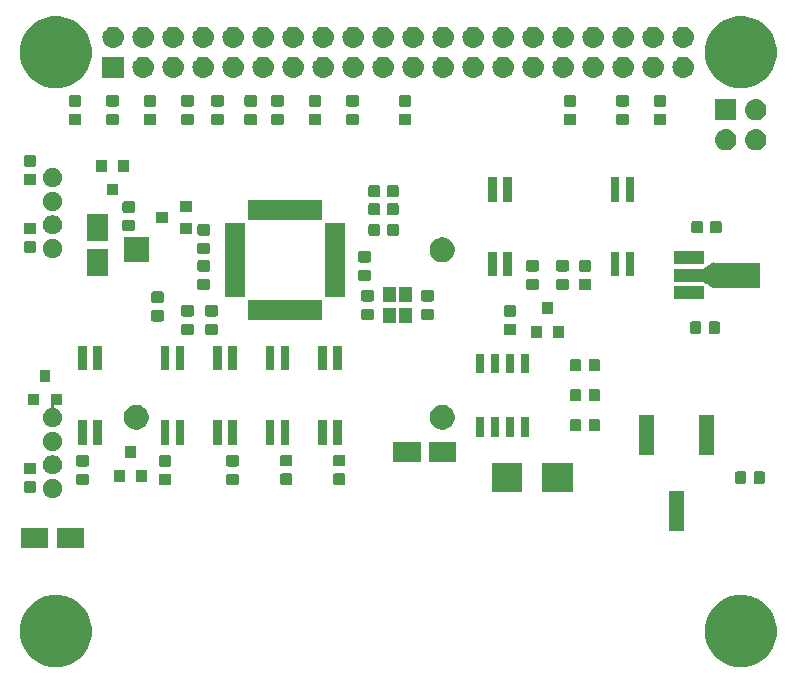
<source format=gbr>
G04 #@! TF.GenerationSoftware,KiCad,Pcbnew,(5.1.0)-1*
G04 #@! TF.CreationDate,2019-03-23T10:05:58-04:00*
G04 #@! TF.ProjectId,doorbot,646f6f72-626f-4742-9e6b-696361645f70,rev?*
G04 #@! TF.SameCoordinates,Original*
G04 #@! TF.FileFunction,Soldermask,Bot*
G04 #@! TF.FilePolarity,Negative*
%FSLAX46Y46*%
G04 Gerber Fmt 4.6, Leading zero omitted, Abs format (unit mm)*
G04 Created by KiCad (PCBNEW (5.1.0)-1) date 2019-03-23 10:05:58*
%MOMM*%
%LPD*%
G04 APERTURE LIST*
%ADD10C,0.100000*%
G04 APERTURE END LIST*
D10*
G36*
X168374097Y-112290242D02*
G01*
X168929343Y-112520232D01*
X168929344Y-112520233D01*
X169429053Y-112854128D01*
X169854020Y-113279095D01*
X169854021Y-113279097D01*
X170187916Y-113778805D01*
X170417906Y-114334051D01*
X170535154Y-114923495D01*
X170535154Y-115524493D01*
X170417906Y-116113937D01*
X170187916Y-116669183D01*
X170187915Y-116669184D01*
X169854020Y-117168893D01*
X169429053Y-117593860D01*
X169177501Y-117761942D01*
X168929343Y-117927756D01*
X168374097Y-118157746D01*
X167784653Y-118274994D01*
X167183655Y-118274994D01*
X166594211Y-118157746D01*
X166038965Y-117927756D01*
X165790807Y-117761942D01*
X165539255Y-117593860D01*
X165114288Y-117168893D01*
X164780393Y-116669184D01*
X164780392Y-116669183D01*
X164550402Y-116113937D01*
X164433154Y-115524493D01*
X164433154Y-114923495D01*
X164550402Y-114334051D01*
X164780392Y-113778805D01*
X165114287Y-113279097D01*
X165114288Y-113279095D01*
X165539255Y-112854128D01*
X166038964Y-112520233D01*
X166038965Y-112520232D01*
X166594211Y-112290242D01*
X167183655Y-112172994D01*
X167784653Y-112172994D01*
X168374097Y-112290242D01*
X168374097Y-112290242D01*
G37*
G36*
X110374097Y-112290242D02*
G01*
X110929343Y-112520232D01*
X110929344Y-112520233D01*
X111429053Y-112854128D01*
X111854020Y-113279095D01*
X111854021Y-113279097D01*
X112187916Y-113778805D01*
X112417906Y-114334051D01*
X112535154Y-114923495D01*
X112535154Y-115524493D01*
X112417906Y-116113937D01*
X112187916Y-116669183D01*
X112187915Y-116669184D01*
X111854020Y-117168893D01*
X111429053Y-117593860D01*
X111177501Y-117761942D01*
X110929343Y-117927756D01*
X110374097Y-118157746D01*
X109784653Y-118274994D01*
X109183655Y-118274994D01*
X108594211Y-118157746D01*
X108038965Y-117927756D01*
X107790807Y-117761942D01*
X107539255Y-117593860D01*
X107114288Y-117168893D01*
X106780393Y-116669184D01*
X106780392Y-116669183D01*
X106550402Y-116113937D01*
X106433154Y-115524493D01*
X106433154Y-114923495D01*
X106550402Y-114334051D01*
X106780392Y-113778805D01*
X107114287Y-113279097D01*
X107114288Y-113279095D01*
X107539255Y-112854128D01*
X108038964Y-112520233D01*
X108038965Y-112520232D01*
X108594211Y-112290242D01*
X109183655Y-112172994D01*
X109784653Y-112172994D01*
X110374097Y-112290242D01*
X110374097Y-112290242D01*
G37*
G36*
X111871000Y-108166000D02*
G01*
X109569000Y-108166000D01*
X109569000Y-106464000D01*
X111871000Y-106464000D01*
X111871000Y-108166000D01*
X111871000Y-108166000D01*
G37*
G36*
X108871000Y-108166000D02*
G01*
X106569000Y-108166000D01*
X106569000Y-106464000D01*
X108871000Y-106464000D01*
X108871000Y-108166000D01*
X108871000Y-108166000D01*
G37*
G36*
X162698000Y-106755000D02*
G01*
X161406000Y-106755000D01*
X161406000Y-103353000D01*
X162698000Y-103353000D01*
X162698000Y-106755000D01*
X162698000Y-106755000D01*
G37*
G36*
X109457142Y-102373242D02*
G01*
X109605101Y-102434529D01*
X109738255Y-102523499D01*
X109851501Y-102636745D01*
X109940471Y-102769899D01*
X110001758Y-102917858D01*
X110033000Y-103074925D01*
X110033000Y-103235075D01*
X110001758Y-103392142D01*
X109940471Y-103540101D01*
X109851501Y-103673255D01*
X109738255Y-103786501D01*
X109605101Y-103875471D01*
X109457142Y-103936758D01*
X109300075Y-103968000D01*
X109139925Y-103968000D01*
X108982858Y-103936758D01*
X108834899Y-103875471D01*
X108701745Y-103786501D01*
X108588499Y-103673255D01*
X108499529Y-103540101D01*
X108438242Y-103392142D01*
X108407000Y-103235075D01*
X108407000Y-103074925D01*
X108438242Y-102917858D01*
X108499529Y-102769899D01*
X108588499Y-102636745D01*
X108701745Y-102523499D01*
X108834899Y-102434529D01*
X108982858Y-102373242D01*
X109139925Y-102342000D01*
X109300075Y-102342000D01*
X109457142Y-102373242D01*
X109457142Y-102373242D01*
G37*
G36*
X107694591Y-102538085D02*
G01*
X107728569Y-102548393D01*
X107759890Y-102565134D01*
X107787339Y-102587661D01*
X107809866Y-102615110D01*
X107826607Y-102646431D01*
X107836915Y-102680409D01*
X107841000Y-102721890D01*
X107841000Y-103323110D01*
X107836915Y-103364591D01*
X107826607Y-103398569D01*
X107809866Y-103429890D01*
X107787339Y-103457339D01*
X107759890Y-103479866D01*
X107728569Y-103496607D01*
X107694591Y-103506915D01*
X107653110Y-103511000D01*
X106976890Y-103511000D01*
X106935409Y-103506915D01*
X106901431Y-103496607D01*
X106870110Y-103479866D01*
X106842661Y-103457339D01*
X106820134Y-103429890D01*
X106803393Y-103398569D01*
X106793085Y-103364591D01*
X106789000Y-103323110D01*
X106789000Y-102721890D01*
X106793085Y-102680409D01*
X106803393Y-102646431D01*
X106820134Y-102615110D01*
X106842661Y-102587661D01*
X106870110Y-102565134D01*
X106901431Y-102548393D01*
X106935409Y-102538085D01*
X106976890Y-102534000D01*
X107653110Y-102534000D01*
X107694591Y-102538085D01*
X107694591Y-102538085D01*
G37*
G36*
X153311000Y-103436000D02*
G01*
X150709000Y-103436000D01*
X150709000Y-101034000D01*
X153311000Y-101034000D01*
X153311000Y-103436000D01*
X153311000Y-103436000D01*
G37*
G36*
X149011000Y-103436000D02*
G01*
X146409000Y-103436000D01*
X146409000Y-101034000D01*
X149011000Y-101034000D01*
X149011000Y-103436000D01*
X149011000Y-103436000D01*
G37*
G36*
X119124591Y-101903085D02*
G01*
X119158569Y-101913393D01*
X119189890Y-101930134D01*
X119217339Y-101952661D01*
X119239866Y-101980110D01*
X119256607Y-102011431D01*
X119266915Y-102045409D01*
X119271000Y-102086890D01*
X119271000Y-102688110D01*
X119266915Y-102729591D01*
X119256607Y-102763569D01*
X119239866Y-102794890D01*
X119217339Y-102822339D01*
X119189890Y-102844866D01*
X119158569Y-102861607D01*
X119124591Y-102871915D01*
X119083110Y-102876000D01*
X118406890Y-102876000D01*
X118365409Y-102871915D01*
X118331431Y-102861607D01*
X118300110Y-102844866D01*
X118272661Y-102822339D01*
X118250134Y-102794890D01*
X118233393Y-102763569D01*
X118223085Y-102729591D01*
X118219000Y-102688110D01*
X118219000Y-102086890D01*
X118223085Y-102045409D01*
X118233393Y-102011431D01*
X118250134Y-101980110D01*
X118272661Y-101952661D01*
X118300110Y-101930134D01*
X118331431Y-101913393D01*
X118365409Y-101903085D01*
X118406890Y-101899000D01*
X119083110Y-101899000D01*
X119124591Y-101903085D01*
X119124591Y-101903085D01*
G37*
G36*
X112139591Y-101903085D02*
G01*
X112173569Y-101913393D01*
X112204890Y-101930134D01*
X112232339Y-101952661D01*
X112254866Y-101980110D01*
X112271607Y-102011431D01*
X112281915Y-102045409D01*
X112286000Y-102086890D01*
X112286000Y-102688110D01*
X112281915Y-102729591D01*
X112271607Y-102763569D01*
X112254866Y-102794890D01*
X112232339Y-102822339D01*
X112204890Y-102844866D01*
X112173569Y-102861607D01*
X112139591Y-102871915D01*
X112098110Y-102876000D01*
X111421890Y-102876000D01*
X111380409Y-102871915D01*
X111346431Y-102861607D01*
X111315110Y-102844866D01*
X111287661Y-102822339D01*
X111265134Y-102794890D01*
X111248393Y-102763569D01*
X111238085Y-102729591D01*
X111234000Y-102688110D01*
X111234000Y-102086890D01*
X111238085Y-102045409D01*
X111248393Y-102011431D01*
X111265134Y-101980110D01*
X111287661Y-101952661D01*
X111315110Y-101930134D01*
X111346431Y-101913393D01*
X111380409Y-101903085D01*
X111421890Y-101899000D01*
X112098110Y-101899000D01*
X112139591Y-101903085D01*
X112139591Y-101903085D01*
G37*
G36*
X124839591Y-101903085D02*
G01*
X124873569Y-101913393D01*
X124904890Y-101930134D01*
X124932339Y-101952661D01*
X124954866Y-101980110D01*
X124971607Y-102011431D01*
X124981915Y-102045409D01*
X124986000Y-102086890D01*
X124986000Y-102688110D01*
X124981915Y-102729591D01*
X124971607Y-102763569D01*
X124954866Y-102794890D01*
X124932339Y-102822339D01*
X124904890Y-102844866D01*
X124873569Y-102861607D01*
X124839591Y-102871915D01*
X124798110Y-102876000D01*
X124121890Y-102876000D01*
X124080409Y-102871915D01*
X124046431Y-102861607D01*
X124015110Y-102844866D01*
X123987661Y-102822339D01*
X123965134Y-102794890D01*
X123948393Y-102763569D01*
X123938085Y-102729591D01*
X123934000Y-102688110D01*
X123934000Y-102086890D01*
X123938085Y-102045409D01*
X123948393Y-102011431D01*
X123965134Y-101980110D01*
X123987661Y-101952661D01*
X124015110Y-101930134D01*
X124046431Y-101913393D01*
X124080409Y-101903085D01*
X124121890Y-101899000D01*
X124798110Y-101899000D01*
X124839591Y-101903085D01*
X124839591Y-101903085D01*
G37*
G36*
X129379591Y-101877585D02*
G01*
X129413569Y-101887893D01*
X129444890Y-101904634D01*
X129472339Y-101927161D01*
X129494866Y-101954610D01*
X129511607Y-101985931D01*
X129521915Y-102019909D01*
X129526000Y-102061390D01*
X129526000Y-102662610D01*
X129521915Y-102704091D01*
X129511607Y-102738069D01*
X129494866Y-102769390D01*
X129472339Y-102796839D01*
X129444890Y-102819366D01*
X129413569Y-102836107D01*
X129379591Y-102846415D01*
X129338110Y-102850500D01*
X128661890Y-102850500D01*
X128620409Y-102846415D01*
X128586431Y-102836107D01*
X128555110Y-102819366D01*
X128527661Y-102796839D01*
X128505134Y-102769390D01*
X128488393Y-102738069D01*
X128478085Y-102704091D01*
X128474000Y-102662610D01*
X128474000Y-102061390D01*
X128478085Y-102019909D01*
X128488393Y-101985931D01*
X128505134Y-101954610D01*
X128527661Y-101927161D01*
X128555110Y-101904634D01*
X128586431Y-101887893D01*
X128620409Y-101877585D01*
X128661890Y-101873500D01*
X129338110Y-101873500D01*
X129379591Y-101877585D01*
X129379591Y-101877585D01*
G37*
G36*
X133879591Y-101877585D02*
G01*
X133913569Y-101887893D01*
X133944890Y-101904634D01*
X133972339Y-101927161D01*
X133994866Y-101954610D01*
X134011607Y-101985931D01*
X134021915Y-102019909D01*
X134026000Y-102061390D01*
X134026000Y-102662610D01*
X134021915Y-102704091D01*
X134011607Y-102738069D01*
X133994866Y-102769390D01*
X133972339Y-102796839D01*
X133944890Y-102819366D01*
X133913569Y-102836107D01*
X133879591Y-102846415D01*
X133838110Y-102850500D01*
X133161890Y-102850500D01*
X133120409Y-102846415D01*
X133086431Y-102836107D01*
X133055110Y-102819366D01*
X133027661Y-102796839D01*
X133005134Y-102769390D01*
X132988393Y-102738069D01*
X132978085Y-102704091D01*
X132974000Y-102662610D01*
X132974000Y-102061390D01*
X132978085Y-102019909D01*
X132988393Y-101985931D01*
X133005134Y-101954610D01*
X133027661Y-101927161D01*
X133055110Y-101904634D01*
X133086431Y-101887893D01*
X133120409Y-101877585D01*
X133161890Y-101873500D01*
X133838110Y-101873500D01*
X133879591Y-101877585D01*
X133879591Y-101877585D01*
G37*
G36*
X167829591Y-101713085D02*
G01*
X167863569Y-101723393D01*
X167894890Y-101740134D01*
X167922339Y-101762661D01*
X167944866Y-101790110D01*
X167961607Y-101821431D01*
X167971915Y-101855409D01*
X167976000Y-101896890D01*
X167976000Y-102573110D01*
X167971915Y-102614591D01*
X167961607Y-102648569D01*
X167944866Y-102679890D01*
X167922339Y-102707339D01*
X167894890Y-102729866D01*
X167863569Y-102746607D01*
X167829591Y-102756915D01*
X167788110Y-102761000D01*
X167186890Y-102761000D01*
X167145409Y-102756915D01*
X167111431Y-102746607D01*
X167080110Y-102729866D01*
X167052661Y-102707339D01*
X167030134Y-102679890D01*
X167013393Y-102648569D01*
X167003085Y-102614591D01*
X166999000Y-102573110D01*
X166999000Y-101896890D01*
X167003085Y-101855409D01*
X167013393Y-101821431D01*
X167030134Y-101790110D01*
X167052661Y-101762661D01*
X167080110Y-101740134D01*
X167111431Y-101723393D01*
X167145409Y-101713085D01*
X167186890Y-101709000D01*
X167788110Y-101709000D01*
X167829591Y-101713085D01*
X167829591Y-101713085D01*
G37*
G36*
X169404591Y-101713085D02*
G01*
X169438569Y-101723393D01*
X169469890Y-101740134D01*
X169497339Y-101762661D01*
X169519866Y-101790110D01*
X169536607Y-101821431D01*
X169546915Y-101855409D01*
X169551000Y-101896890D01*
X169551000Y-102573110D01*
X169546915Y-102614591D01*
X169536607Y-102648569D01*
X169519866Y-102679890D01*
X169497339Y-102707339D01*
X169469890Y-102729866D01*
X169438569Y-102746607D01*
X169404591Y-102756915D01*
X169363110Y-102761000D01*
X168761890Y-102761000D01*
X168720409Y-102756915D01*
X168686431Y-102746607D01*
X168655110Y-102729866D01*
X168627661Y-102707339D01*
X168605134Y-102679890D01*
X168588393Y-102648569D01*
X168578085Y-102614591D01*
X168574000Y-102573110D01*
X168574000Y-101896890D01*
X168578085Y-101855409D01*
X168588393Y-101821431D01*
X168605134Y-101790110D01*
X168627661Y-101762661D01*
X168655110Y-101740134D01*
X168686431Y-101723393D01*
X168720409Y-101713085D01*
X168761890Y-101709000D01*
X169363110Y-101709000D01*
X169404591Y-101713085D01*
X169404591Y-101713085D01*
G37*
G36*
X117225000Y-102593000D02*
G01*
X116323000Y-102593000D01*
X116323000Y-101591000D01*
X117225000Y-101591000D01*
X117225000Y-102593000D01*
X117225000Y-102593000D01*
G37*
G36*
X115325000Y-102593000D02*
G01*
X114423000Y-102593000D01*
X114423000Y-101591000D01*
X115325000Y-101591000D01*
X115325000Y-102593000D01*
X115325000Y-102593000D01*
G37*
G36*
X109457142Y-100373242D02*
G01*
X109605101Y-100434529D01*
X109738255Y-100523499D01*
X109851501Y-100636745D01*
X109940471Y-100769899D01*
X110001758Y-100917858D01*
X110033000Y-101074925D01*
X110033000Y-101235075D01*
X110001758Y-101392142D01*
X109940471Y-101540101D01*
X109851501Y-101673255D01*
X109738255Y-101786501D01*
X109605101Y-101875471D01*
X109457142Y-101936758D01*
X109300075Y-101968000D01*
X109139925Y-101968000D01*
X108982858Y-101936758D01*
X108834899Y-101875471D01*
X108701745Y-101786501D01*
X108588499Y-101673255D01*
X108499529Y-101540101D01*
X108438242Y-101392142D01*
X108407000Y-101235075D01*
X108407000Y-101074925D01*
X108438242Y-100917858D01*
X108499529Y-100769899D01*
X108588499Y-100636745D01*
X108701745Y-100523499D01*
X108834899Y-100434529D01*
X108982858Y-100373242D01*
X109139925Y-100342000D01*
X109300075Y-100342000D01*
X109457142Y-100373242D01*
X109457142Y-100373242D01*
G37*
G36*
X107694591Y-100963085D02*
G01*
X107728569Y-100973393D01*
X107759890Y-100990134D01*
X107787339Y-101012661D01*
X107809866Y-101040110D01*
X107826607Y-101071431D01*
X107836915Y-101105409D01*
X107841000Y-101146890D01*
X107841000Y-101748110D01*
X107836915Y-101789591D01*
X107826607Y-101823569D01*
X107809866Y-101854890D01*
X107787339Y-101882339D01*
X107759890Y-101904866D01*
X107728569Y-101921607D01*
X107694591Y-101931915D01*
X107653110Y-101936000D01*
X106976890Y-101936000D01*
X106935409Y-101931915D01*
X106901431Y-101921607D01*
X106870110Y-101904866D01*
X106842661Y-101882339D01*
X106820134Y-101854890D01*
X106803393Y-101823569D01*
X106793085Y-101789591D01*
X106789000Y-101748110D01*
X106789000Y-101146890D01*
X106793085Y-101105409D01*
X106803393Y-101071431D01*
X106820134Y-101040110D01*
X106842661Y-101012661D01*
X106870110Y-100990134D01*
X106901431Y-100973393D01*
X106935409Y-100963085D01*
X106976890Y-100959000D01*
X107653110Y-100959000D01*
X107694591Y-100963085D01*
X107694591Y-100963085D01*
G37*
G36*
X124839591Y-100328085D02*
G01*
X124873569Y-100338393D01*
X124904890Y-100355134D01*
X124932339Y-100377661D01*
X124954866Y-100405110D01*
X124971607Y-100436431D01*
X124981915Y-100470409D01*
X124986000Y-100511890D01*
X124986000Y-101113110D01*
X124981915Y-101154591D01*
X124971607Y-101188569D01*
X124954866Y-101219890D01*
X124932339Y-101247339D01*
X124904890Y-101269866D01*
X124873569Y-101286607D01*
X124839591Y-101296915D01*
X124798110Y-101301000D01*
X124121890Y-101301000D01*
X124080409Y-101296915D01*
X124046431Y-101286607D01*
X124015110Y-101269866D01*
X123987661Y-101247339D01*
X123965134Y-101219890D01*
X123948393Y-101188569D01*
X123938085Y-101154591D01*
X123934000Y-101113110D01*
X123934000Y-100511890D01*
X123938085Y-100470409D01*
X123948393Y-100436431D01*
X123965134Y-100405110D01*
X123987661Y-100377661D01*
X124015110Y-100355134D01*
X124046431Y-100338393D01*
X124080409Y-100328085D01*
X124121890Y-100324000D01*
X124798110Y-100324000D01*
X124839591Y-100328085D01*
X124839591Y-100328085D01*
G37*
G36*
X119124591Y-100328085D02*
G01*
X119158569Y-100338393D01*
X119189890Y-100355134D01*
X119217339Y-100377661D01*
X119239866Y-100405110D01*
X119256607Y-100436431D01*
X119266915Y-100470409D01*
X119271000Y-100511890D01*
X119271000Y-101113110D01*
X119266915Y-101154591D01*
X119256607Y-101188569D01*
X119239866Y-101219890D01*
X119217339Y-101247339D01*
X119189890Y-101269866D01*
X119158569Y-101286607D01*
X119124591Y-101296915D01*
X119083110Y-101301000D01*
X118406890Y-101301000D01*
X118365409Y-101296915D01*
X118331431Y-101286607D01*
X118300110Y-101269866D01*
X118272661Y-101247339D01*
X118250134Y-101219890D01*
X118233393Y-101188569D01*
X118223085Y-101154591D01*
X118219000Y-101113110D01*
X118219000Y-100511890D01*
X118223085Y-100470409D01*
X118233393Y-100436431D01*
X118250134Y-100405110D01*
X118272661Y-100377661D01*
X118300110Y-100355134D01*
X118331431Y-100338393D01*
X118365409Y-100328085D01*
X118406890Y-100324000D01*
X119083110Y-100324000D01*
X119124591Y-100328085D01*
X119124591Y-100328085D01*
G37*
G36*
X112139591Y-100328085D02*
G01*
X112173569Y-100338393D01*
X112204890Y-100355134D01*
X112232339Y-100377661D01*
X112254866Y-100405110D01*
X112271607Y-100436431D01*
X112281915Y-100470409D01*
X112286000Y-100511890D01*
X112286000Y-101113110D01*
X112281915Y-101154591D01*
X112271607Y-101188569D01*
X112254866Y-101219890D01*
X112232339Y-101247339D01*
X112204890Y-101269866D01*
X112173569Y-101286607D01*
X112139591Y-101296915D01*
X112098110Y-101301000D01*
X111421890Y-101301000D01*
X111380409Y-101296915D01*
X111346431Y-101286607D01*
X111315110Y-101269866D01*
X111287661Y-101247339D01*
X111265134Y-101219890D01*
X111248393Y-101188569D01*
X111238085Y-101154591D01*
X111234000Y-101113110D01*
X111234000Y-100511890D01*
X111238085Y-100470409D01*
X111248393Y-100436431D01*
X111265134Y-100405110D01*
X111287661Y-100377661D01*
X111315110Y-100355134D01*
X111346431Y-100338393D01*
X111380409Y-100328085D01*
X111421890Y-100324000D01*
X112098110Y-100324000D01*
X112139591Y-100328085D01*
X112139591Y-100328085D01*
G37*
G36*
X129379591Y-100302585D02*
G01*
X129413569Y-100312893D01*
X129444890Y-100329634D01*
X129472339Y-100352161D01*
X129494866Y-100379610D01*
X129511607Y-100410931D01*
X129521915Y-100444909D01*
X129526000Y-100486390D01*
X129526000Y-101087610D01*
X129521915Y-101129091D01*
X129511607Y-101163069D01*
X129494866Y-101194390D01*
X129472339Y-101221839D01*
X129444890Y-101244366D01*
X129413569Y-101261107D01*
X129379591Y-101271415D01*
X129338110Y-101275500D01*
X128661890Y-101275500D01*
X128620409Y-101271415D01*
X128586431Y-101261107D01*
X128555110Y-101244366D01*
X128527661Y-101221839D01*
X128505134Y-101194390D01*
X128488393Y-101163069D01*
X128478085Y-101129091D01*
X128474000Y-101087610D01*
X128474000Y-100486390D01*
X128478085Y-100444909D01*
X128488393Y-100410931D01*
X128505134Y-100379610D01*
X128527661Y-100352161D01*
X128555110Y-100329634D01*
X128586431Y-100312893D01*
X128620409Y-100302585D01*
X128661890Y-100298500D01*
X129338110Y-100298500D01*
X129379591Y-100302585D01*
X129379591Y-100302585D01*
G37*
G36*
X133879591Y-100302585D02*
G01*
X133913569Y-100312893D01*
X133944890Y-100329634D01*
X133972339Y-100352161D01*
X133994866Y-100379610D01*
X134011607Y-100410931D01*
X134021915Y-100444909D01*
X134026000Y-100486390D01*
X134026000Y-101087610D01*
X134021915Y-101129091D01*
X134011607Y-101163069D01*
X133994866Y-101194390D01*
X133972339Y-101221839D01*
X133944890Y-101244366D01*
X133913569Y-101261107D01*
X133879591Y-101271415D01*
X133838110Y-101275500D01*
X133161890Y-101275500D01*
X133120409Y-101271415D01*
X133086431Y-101261107D01*
X133055110Y-101244366D01*
X133027661Y-101221839D01*
X133005134Y-101194390D01*
X132988393Y-101163069D01*
X132978085Y-101129091D01*
X132974000Y-101087610D01*
X132974000Y-100486390D01*
X132978085Y-100444909D01*
X132988393Y-100410931D01*
X133005134Y-100379610D01*
X133027661Y-100352161D01*
X133055110Y-100329634D01*
X133086431Y-100312893D01*
X133120409Y-100302585D01*
X133161890Y-100298500D01*
X133838110Y-100298500D01*
X133879591Y-100302585D01*
X133879591Y-100302585D01*
G37*
G36*
X143391000Y-100927000D02*
G01*
X141089000Y-100927000D01*
X141089000Y-99225000D01*
X143391000Y-99225000D01*
X143391000Y-100927000D01*
X143391000Y-100927000D01*
G37*
G36*
X140391000Y-100927000D02*
G01*
X138089000Y-100927000D01*
X138089000Y-99225000D01*
X140391000Y-99225000D01*
X140391000Y-100927000D01*
X140391000Y-100927000D01*
G37*
G36*
X116275000Y-100593000D02*
G01*
X115373000Y-100593000D01*
X115373000Y-99591000D01*
X116275000Y-99591000D01*
X116275000Y-100593000D01*
X116275000Y-100593000D01*
G37*
G36*
X165238000Y-100355000D02*
G01*
X163946000Y-100355000D01*
X163946000Y-96953000D01*
X165238000Y-96953000D01*
X165238000Y-100355000D01*
X165238000Y-100355000D01*
G37*
G36*
X160158000Y-100355000D02*
G01*
X158866000Y-100355000D01*
X158866000Y-96953000D01*
X160158000Y-96953000D01*
X160158000Y-100355000D01*
X160158000Y-100355000D01*
G37*
G36*
X109457142Y-98373242D02*
G01*
X109605101Y-98434529D01*
X109738255Y-98523499D01*
X109851501Y-98636745D01*
X109940471Y-98769899D01*
X110001758Y-98917858D01*
X110033000Y-99074925D01*
X110033000Y-99235075D01*
X110001758Y-99392142D01*
X109940471Y-99540101D01*
X109851501Y-99673255D01*
X109738255Y-99786501D01*
X109605101Y-99875471D01*
X109457142Y-99936758D01*
X109300075Y-99968000D01*
X109139925Y-99968000D01*
X108982858Y-99936758D01*
X108834899Y-99875471D01*
X108701745Y-99786501D01*
X108588499Y-99673255D01*
X108499529Y-99540101D01*
X108438242Y-99392142D01*
X108407000Y-99235075D01*
X108407000Y-99074925D01*
X108438242Y-98917858D01*
X108499529Y-98769899D01*
X108588499Y-98636745D01*
X108701745Y-98523499D01*
X108834899Y-98434529D01*
X108982858Y-98373242D01*
X109139925Y-98342000D01*
X109300075Y-98342000D01*
X109457142Y-98373242D01*
X109457142Y-98373242D01*
G37*
G36*
X128006000Y-99451000D02*
G01*
X127264000Y-99451000D01*
X127264000Y-97349000D01*
X128006000Y-97349000D01*
X128006000Y-99451000D01*
X128006000Y-99451000D01*
G37*
G36*
X129276000Y-99451000D02*
G01*
X128534000Y-99451000D01*
X128534000Y-97349000D01*
X129276000Y-97349000D01*
X129276000Y-99451000D01*
X129276000Y-99451000D01*
G37*
G36*
X132451000Y-99451000D02*
G01*
X131709000Y-99451000D01*
X131709000Y-97349000D01*
X132451000Y-97349000D01*
X132451000Y-99451000D01*
X132451000Y-99451000D01*
G37*
G36*
X133721000Y-99451000D02*
G01*
X132979000Y-99451000D01*
X132979000Y-97349000D01*
X133721000Y-97349000D01*
X133721000Y-99451000D01*
X133721000Y-99451000D01*
G37*
G36*
X112131000Y-99451000D02*
G01*
X111389000Y-99451000D01*
X111389000Y-97349000D01*
X112131000Y-97349000D01*
X112131000Y-99451000D01*
X112131000Y-99451000D01*
G37*
G36*
X113401000Y-99451000D02*
G01*
X112659000Y-99451000D01*
X112659000Y-97349000D01*
X113401000Y-97349000D01*
X113401000Y-99451000D01*
X113401000Y-99451000D01*
G37*
G36*
X119116000Y-99451000D02*
G01*
X118374000Y-99451000D01*
X118374000Y-97349000D01*
X119116000Y-97349000D01*
X119116000Y-99451000D01*
X119116000Y-99451000D01*
G37*
G36*
X120386000Y-99451000D02*
G01*
X119644000Y-99451000D01*
X119644000Y-97349000D01*
X120386000Y-97349000D01*
X120386000Y-99451000D01*
X120386000Y-99451000D01*
G37*
G36*
X124831000Y-99451000D02*
G01*
X124089000Y-99451000D01*
X124089000Y-97349000D01*
X124831000Y-97349000D01*
X124831000Y-99451000D01*
X124831000Y-99451000D01*
G37*
G36*
X123561000Y-99451000D02*
G01*
X122819000Y-99451000D01*
X122819000Y-97349000D01*
X123561000Y-97349000D01*
X123561000Y-99451000D01*
X123561000Y-99451000D01*
G37*
G36*
X145766000Y-98776000D02*
G01*
X145064000Y-98776000D01*
X145064000Y-97124000D01*
X145766000Y-97124000D01*
X145766000Y-98776000D01*
X145766000Y-98776000D01*
G37*
G36*
X148306000Y-98776000D02*
G01*
X147604000Y-98776000D01*
X147604000Y-97124000D01*
X148306000Y-97124000D01*
X148306000Y-98776000D01*
X148306000Y-98776000D01*
G37*
G36*
X147036000Y-98776000D02*
G01*
X146334000Y-98776000D01*
X146334000Y-97124000D01*
X147036000Y-97124000D01*
X147036000Y-98776000D01*
X147036000Y-98776000D01*
G37*
G36*
X149576000Y-98776000D02*
G01*
X148874000Y-98776000D01*
X148874000Y-97124000D01*
X149576000Y-97124000D01*
X149576000Y-98776000D01*
X149576000Y-98776000D01*
G37*
G36*
X153859591Y-97268085D02*
G01*
X153893569Y-97278393D01*
X153924890Y-97295134D01*
X153952339Y-97317661D01*
X153974866Y-97345110D01*
X153991607Y-97376431D01*
X154001915Y-97410409D01*
X154006000Y-97451890D01*
X154006000Y-98128110D01*
X154001915Y-98169591D01*
X153991607Y-98203569D01*
X153974866Y-98234890D01*
X153952339Y-98262339D01*
X153924890Y-98284866D01*
X153893569Y-98301607D01*
X153859591Y-98311915D01*
X153818110Y-98316000D01*
X153216890Y-98316000D01*
X153175409Y-98311915D01*
X153141431Y-98301607D01*
X153110110Y-98284866D01*
X153082661Y-98262339D01*
X153060134Y-98234890D01*
X153043393Y-98203569D01*
X153033085Y-98169591D01*
X153029000Y-98128110D01*
X153029000Y-97451890D01*
X153033085Y-97410409D01*
X153043393Y-97376431D01*
X153060134Y-97345110D01*
X153082661Y-97317661D01*
X153110110Y-97295134D01*
X153141431Y-97278393D01*
X153175409Y-97268085D01*
X153216890Y-97264000D01*
X153818110Y-97264000D01*
X153859591Y-97268085D01*
X153859591Y-97268085D01*
G37*
G36*
X155434591Y-97268085D02*
G01*
X155468569Y-97278393D01*
X155499890Y-97295134D01*
X155527339Y-97317661D01*
X155549866Y-97345110D01*
X155566607Y-97376431D01*
X155576915Y-97410409D01*
X155581000Y-97451890D01*
X155581000Y-98128110D01*
X155576915Y-98169591D01*
X155566607Y-98203569D01*
X155549866Y-98234890D01*
X155527339Y-98262339D01*
X155499890Y-98284866D01*
X155468569Y-98301607D01*
X155434591Y-98311915D01*
X155393110Y-98316000D01*
X154791890Y-98316000D01*
X154750409Y-98311915D01*
X154716431Y-98301607D01*
X154685110Y-98284866D01*
X154657661Y-98262339D01*
X154635134Y-98234890D01*
X154618393Y-98203569D01*
X154608085Y-98169591D01*
X154604000Y-98128110D01*
X154604000Y-97451890D01*
X154608085Y-97410409D01*
X154618393Y-97376431D01*
X154635134Y-97345110D01*
X154657661Y-97317661D01*
X154685110Y-97295134D01*
X154716431Y-97278393D01*
X154750409Y-97268085D01*
X154791890Y-97264000D01*
X155393110Y-97264000D01*
X155434591Y-97268085D01*
X155434591Y-97268085D01*
G37*
G36*
X142521564Y-96119389D02*
G01*
X142712833Y-96198615D01*
X142712835Y-96198616D01*
X142776267Y-96241000D01*
X142884973Y-96313635D01*
X143031365Y-96460027D01*
X143146385Y-96632167D01*
X143225611Y-96823436D01*
X143266000Y-97026484D01*
X143266000Y-97233516D01*
X143225611Y-97436564D01*
X143146385Y-97627833D01*
X143146384Y-97627835D01*
X143031365Y-97799973D01*
X142884973Y-97946365D01*
X142712835Y-98061384D01*
X142712834Y-98061385D01*
X142712833Y-98061385D01*
X142521564Y-98140611D01*
X142318516Y-98181000D01*
X142111484Y-98181000D01*
X141908436Y-98140611D01*
X141717167Y-98061385D01*
X141717166Y-98061385D01*
X141717165Y-98061384D01*
X141545027Y-97946365D01*
X141398635Y-97799973D01*
X141283616Y-97627835D01*
X141283615Y-97627833D01*
X141204389Y-97436564D01*
X141164000Y-97233516D01*
X141164000Y-97026484D01*
X141204389Y-96823436D01*
X141283615Y-96632167D01*
X141398635Y-96460027D01*
X141545027Y-96313635D01*
X141653733Y-96241000D01*
X141717165Y-96198616D01*
X141717167Y-96198615D01*
X141908436Y-96119389D01*
X142111484Y-96079000D01*
X142318516Y-96079000D01*
X142521564Y-96119389D01*
X142521564Y-96119389D01*
G37*
G36*
X116621564Y-96119389D02*
G01*
X116812833Y-96198615D01*
X116812835Y-96198616D01*
X116876267Y-96241000D01*
X116984973Y-96313635D01*
X117131365Y-96460027D01*
X117246385Y-96632167D01*
X117325611Y-96823436D01*
X117366000Y-97026484D01*
X117366000Y-97233516D01*
X117325611Y-97436564D01*
X117246385Y-97627833D01*
X117246384Y-97627835D01*
X117131365Y-97799973D01*
X116984973Y-97946365D01*
X116812835Y-98061384D01*
X116812834Y-98061385D01*
X116812833Y-98061385D01*
X116621564Y-98140611D01*
X116418516Y-98181000D01*
X116211484Y-98181000D01*
X116008436Y-98140611D01*
X115817167Y-98061385D01*
X115817166Y-98061385D01*
X115817165Y-98061384D01*
X115645027Y-97946365D01*
X115498635Y-97799973D01*
X115383616Y-97627835D01*
X115383615Y-97627833D01*
X115304389Y-97436564D01*
X115264000Y-97233516D01*
X115264000Y-97026484D01*
X115304389Y-96823436D01*
X115383615Y-96632167D01*
X115498635Y-96460027D01*
X115645027Y-96313635D01*
X115753733Y-96241000D01*
X115817165Y-96198616D01*
X115817167Y-96198615D01*
X116008436Y-96119389D01*
X116211484Y-96079000D01*
X116418516Y-96079000D01*
X116621564Y-96119389D01*
X116621564Y-96119389D01*
G37*
G36*
X109986000Y-96116000D02*
G01*
X109433033Y-96116000D01*
X109408647Y-96118402D01*
X109385198Y-96125515D01*
X109363587Y-96137066D01*
X109344645Y-96152611D01*
X109329100Y-96171553D01*
X109317549Y-96193164D01*
X109310436Y-96216613D01*
X109308034Y-96240999D01*
X109310436Y-96265385D01*
X109317549Y-96288834D01*
X109329100Y-96310445D01*
X109344645Y-96329387D01*
X109363587Y-96344932D01*
X109385198Y-96356483D01*
X109408648Y-96363596D01*
X109457142Y-96373242D01*
X109605101Y-96434529D01*
X109738255Y-96523499D01*
X109851501Y-96636745D01*
X109940471Y-96769899D01*
X110001758Y-96917858D01*
X110033000Y-97074925D01*
X110033000Y-97235075D01*
X110001758Y-97392142D01*
X109940471Y-97540101D01*
X109851501Y-97673255D01*
X109738255Y-97786501D01*
X109605101Y-97875471D01*
X109457142Y-97936758D01*
X109300075Y-97968000D01*
X109139925Y-97968000D01*
X108982858Y-97936758D01*
X108834899Y-97875471D01*
X108701745Y-97786501D01*
X108588499Y-97673255D01*
X108499529Y-97540101D01*
X108438242Y-97392142D01*
X108407000Y-97235075D01*
X108407000Y-97074925D01*
X108438242Y-96917858D01*
X108499529Y-96769899D01*
X108588499Y-96636745D01*
X108701745Y-96523499D01*
X108834899Y-96434529D01*
X108982858Y-96373242D01*
X109031352Y-96363596D01*
X109054801Y-96356483D01*
X109076412Y-96344932D01*
X109095354Y-96329387D01*
X109110900Y-96310445D01*
X109122451Y-96288835D01*
X109129564Y-96265386D01*
X109131966Y-96241000D01*
X109129564Y-96216614D01*
X109122451Y-96193165D01*
X109110900Y-96171554D01*
X109095355Y-96152612D01*
X109084000Y-96143293D01*
X109084000Y-95114000D01*
X109986000Y-95114000D01*
X109986000Y-96116000D01*
X109986000Y-96116000D01*
G37*
G36*
X108086000Y-96116000D02*
G01*
X107184000Y-96116000D01*
X107184000Y-95114000D01*
X108086000Y-95114000D01*
X108086000Y-96116000D01*
X108086000Y-96116000D01*
G37*
G36*
X153859591Y-94728085D02*
G01*
X153893569Y-94738393D01*
X153924890Y-94755134D01*
X153952339Y-94777661D01*
X153974866Y-94805110D01*
X153991607Y-94836431D01*
X154001915Y-94870409D01*
X154006000Y-94911890D01*
X154006000Y-95588110D01*
X154001915Y-95629591D01*
X153991607Y-95663569D01*
X153974866Y-95694890D01*
X153952339Y-95722339D01*
X153924890Y-95744866D01*
X153893569Y-95761607D01*
X153859591Y-95771915D01*
X153818110Y-95776000D01*
X153216890Y-95776000D01*
X153175409Y-95771915D01*
X153141431Y-95761607D01*
X153110110Y-95744866D01*
X153082661Y-95722339D01*
X153060134Y-95694890D01*
X153043393Y-95663569D01*
X153033085Y-95629591D01*
X153029000Y-95588110D01*
X153029000Y-94911890D01*
X153033085Y-94870409D01*
X153043393Y-94836431D01*
X153060134Y-94805110D01*
X153082661Y-94777661D01*
X153110110Y-94755134D01*
X153141431Y-94738393D01*
X153175409Y-94728085D01*
X153216890Y-94724000D01*
X153818110Y-94724000D01*
X153859591Y-94728085D01*
X153859591Y-94728085D01*
G37*
G36*
X155434591Y-94728085D02*
G01*
X155468569Y-94738393D01*
X155499890Y-94755134D01*
X155527339Y-94777661D01*
X155549866Y-94805110D01*
X155566607Y-94836431D01*
X155576915Y-94870409D01*
X155581000Y-94911890D01*
X155581000Y-95588110D01*
X155576915Y-95629591D01*
X155566607Y-95663569D01*
X155549866Y-95694890D01*
X155527339Y-95722339D01*
X155499890Y-95744866D01*
X155468569Y-95761607D01*
X155434591Y-95771915D01*
X155393110Y-95776000D01*
X154791890Y-95776000D01*
X154750409Y-95771915D01*
X154716431Y-95761607D01*
X154685110Y-95744866D01*
X154657661Y-95722339D01*
X154635134Y-95694890D01*
X154618393Y-95663569D01*
X154608085Y-95629591D01*
X154604000Y-95588110D01*
X154604000Y-94911890D01*
X154608085Y-94870409D01*
X154618393Y-94836431D01*
X154635134Y-94805110D01*
X154657661Y-94777661D01*
X154685110Y-94755134D01*
X154716431Y-94738393D01*
X154750409Y-94728085D01*
X154791890Y-94724000D01*
X155393110Y-94724000D01*
X155434591Y-94728085D01*
X155434591Y-94728085D01*
G37*
G36*
X109036000Y-94116000D02*
G01*
X108134000Y-94116000D01*
X108134000Y-93114000D01*
X109036000Y-93114000D01*
X109036000Y-94116000D01*
X109036000Y-94116000D01*
G37*
G36*
X149576000Y-93376000D02*
G01*
X148874000Y-93376000D01*
X148874000Y-91724000D01*
X149576000Y-91724000D01*
X149576000Y-93376000D01*
X149576000Y-93376000D01*
G37*
G36*
X145766000Y-93376000D02*
G01*
X145064000Y-93376000D01*
X145064000Y-91724000D01*
X145766000Y-91724000D01*
X145766000Y-93376000D01*
X145766000Y-93376000D01*
G37*
G36*
X148306000Y-93376000D02*
G01*
X147604000Y-93376000D01*
X147604000Y-91724000D01*
X148306000Y-91724000D01*
X148306000Y-93376000D01*
X148306000Y-93376000D01*
G37*
G36*
X147036000Y-93376000D02*
G01*
X146334000Y-93376000D01*
X146334000Y-91724000D01*
X147036000Y-91724000D01*
X147036000Y-93376000D01*
X147036000Y-93376000D01*
G37*
G36*
X155434591Y-92188085D02*
G01*
X155468569Y-92198393D01*
X155499890Y-92215134D01*
X155527339Y-92237661D01*
X155549866Y-92265110D01*
X155566607Y-92296431D01*
X155576915Y-92330409D01*
X155581000Y-92371890D01*
X155581000Y-93048110D01*
X155576915Y-93089591D01*
X155566607Y-93123569D01*
X155549866Y-93154890D01*
X155527339Y-93182339D01*
X155499890Y-93204866D01*
X155468569Y-93221607D01*
X155434591Y-93231915D01*
X155393110Y-93236000D01*
X154791890Y-93236000D01*
X154750409Y-93231915D01*
X154716431Y-93221607D01*
X154685110Y-93204866D01*
X154657661Y-93182339D01*
X154635134Y-93154890D01*
X154618393Y-93123569D01*
X154608085Y-93089591D01*
X154604000Y-93048110D01*
X154604000Y-92371890D01*
X154608085Y-92330409D01*
X154618393Y-92296431D01*
X154635134Y-92265110D01*
X154657661Y-92237661D01*
X154685110Y-92215134D01*
X154716431Y-92198393D01*
X154750409Y-92188085D01*
X154791890Y-92184000D01*
X155393110Y-92184000D01*
X155434591Y-92188085D01*
X155434591Y-92188085D01*
G37*
G36*
X153859591Y-92188085D02*
G01*
X153893569Y-92198393D01*
X153924890Y-92215134D01*
X153952339Y-92237661D01*
X153974866Y-92265110D01*
X153991607Y-92296431D01*
X154001915Y-92330409D01*
X154006000Y-92371890D01*
X154006000Y-93048110D01*
X154001915Y-93089591D01*
X153991607Y-93123569D01*
X153974866Y-93154890D01*
X153952339Y-93182339D01*
X153924890Y-93204866D01*
X153893569Y-93221607D01*
X153859591Y-93231915D01*
X153818110Y-93236000D01*
X153216890Y-93236000D01*
X153175409Y-93231915D01*
X153141431Y-93221607D01*
X153110110Y-93204866D01*
X153082661Y-93182339D01*
X153060134Y-93154890D01*
X153043393Y-93123569D01*
X153033085Y-93089591D01*
X153029000Y-93048110D01*
X153029000Y-92371890D01*
X153033085Y-92330409D01*
X153043393Y-92296431D01*
X153060134Y-92265110D01*
X153082661Y-92237661D01*
X153110110Y-92215134D01*
X153141431Y-92198393D01*
X153175409Y-92188085D01*
X153216890Y-92184000D01*
X153818110Y-92184000D01*
X153859591Y-92188085D01*
X153859591Y-92188085D01*
G37*
G36*
X129276000Y-93151000D02*
G01*
X128534000Y-93151000D01*
X128534000Y-91049000D01*
X129276000Y-91049000D01*
X129276000Y-93151000D01*
X129276000Y-93151000D01*
G37*
G36*
X128006000Y-93151000D02*
G01*
X127264000Y-93151000D01*
X127264000Y-91049000D01*
X128006000Y-91049000D01*
X128006000Y-93151000D01*
X128006000Y-93151000D01*
G37*
G36*
X133721000Y-93151000D02*
G01*
X132979000Y-93151000D01*
X132979000Y-91049000D01*
X133721000Y-91049000D01*
X133721000Y-93151000D01*
X133721000Y-93151000D01*
G37*
G36*
X132451000Y-93151000D02*
G01*
X131709000Y-93151000D01*
X131709000Y-91049000D01*
X132451000Y-91049000D01*
X132451000Y-93151000D01*
X132451000Y-93151000D01*
G37*
G36*
X113401000Y-93151000D02*
G01*
X112659000Y-93151000D01*
X112659000Y-91049000D01*
X113401000Y-91049000D01*
X113401000Y-93151000D01*
X113401000Y-93151000D01*
G37*
G36*
X123561000Y-93151000D02*
G01*
X122819000Y-93151000D01*
X122819000Y-91049000D01*
X123561000Y-91049000D01*
X123561000Y-93151000D01*
X123561000Y-93151000D01*
G37*
G36*
X124831000Y-93151000D02*
G01*
X124089000Y-93151000D01*
X124089000Y-91049000D01*
X124831000Y-91049000D01*
X124831000Y-93151000D01*
X124831000Y-93151000D01*
G37*
G36*
X119116000Y-93151000D02*
G01*
X118374000Y-93151000D01*
X118374000Y-91049000D01*
X119116000Y-91049000D01*
X119116000Y-93151000D01*
X119116000Y-93151000D01*
G37*
G36*
X112131000Y-93151000D02*
G01*
X111389000Y-93151000D01*
X111389000Y-91049000D01*
X112131000Y-91049000D01*
X112131000Y-93151000D01*
X112131000Y-93151000D01*
G37*
G36*
X120386000Y-93151000D02*
G01*
X119644000Y-93151000D01*
X119644000Y-91049000D01*
X120386000Y-91049000D01*
X120386000Y-93151000D01*
X120386000Y-93151000D01*
G37*
G36*
X150631000Y-90401000D02*
G01*
X149729000Y-90401000D01*
X149729000Y-89399000D01*
X150631000Y-89399000D01*
X150631000Y-90401000D01*
X150631000Y-90401000D01*
G37*
G36*
X152531000Y-90401000D02*
G01*
X151629000Y-90401000D01*
X151629000Y-89399000D01*
X152531000Y-89399000D01*
X152531000Y-90401000D01*
X152531000Y-90401000D01*
G37*
G36*
X148334591Y-89203085D02*
G01*
X148368569Y-89213393D01*
X148399890Y-89230134D01*
X148427339Y-89252661D01*
X148449866Y-89280110D01*
X148466607Y-89311431D01*
X148476915Y-89345409D01*
X148481000Y-89386890D01*
X148481000Y-89988110D01*
X148476915Y-90029591D01*
X148466607Y-90063569D01*
X148449866Y-90094890D01*
X148427339Y-90122339D01*
X148399890Y-90144866D01*
X148368569Y-90161607D01*
X148334591Y-90171915D01*
X148293110Y-90176000D01*
X147616890Y-90176000D01*
X147575409Y-90171915D01*
X147541431Y-90161607D01*
X147510110Y-90144866D01*
X147482661Y-90122339D01*
X147460134Y-90094890D01*
X147443393Y-90063569D01*
X147433085Y-90029591D01*
X147429000Y-89988110D01*
X147429000Y-89386890D01*
X147433085Y-89345409D01*
X147443393Y-89311431D01*
X147460134Y-89280110D01*
X147482661Y-89252661D01*
X147510110Y-89230134D01*
X147541431Y-89213393D01*
X147575409Y-89203085D01*
X147616890Y-89199000D01*
X148293110Y-89199000D01*
X148334591Y-89203085D01*
X148334591Y-89203085D01*
G37*
G36*
X121029591Y-89203085D02*
G01*
X121063569Y-89213393D01*
X121094890Y-89230134D01*
X121122339Y-89252661D01*
X121144866Y-89280110D01*
X121161607Y-89311431D01*
X121171915Y-89345409D01*
X121176000Y-89386890D01*
X121176000Y-89988110D01*
X121171915Y-90029591D01*
X121161607Y-90063569D01*
X121144866Y-90094890D01*
X121122339Y-90122339D01*
X121094890Y-90144866D01*
X121063569Y-90161607D01*
X121029591Y-90171915D01*
X120988110Y-90176000D01*
X120311890Y-90176000D01*
X120270409Y-90171915D01*
X120236431Y-90161607D01*
X120205110Y-90144866D01*
X120177661Y-90122339D01*
X120155134Y-90094890D01*
X120138393Y-90063569D01*
X120128085Y-90029591D01*
X120124000Y-89988110D01*
X120124000Y-89386890D01*
X120128085Y-89345409D01*
X120138393Y-89311431D01*
X120155134Y-89280110D01*
X120177661Y-89252661D01*
X120205110Y-89230134D01*
X120236431Y-89213393D01*
X120270409Y-89203085D01*
X120311890Y-89199000D01*
X120988110Y-89199000D01*
X121029591Y-89203085D01*
X121029591Y-89203085D01*
G37*
G36*
X123061591Y-89203085D02*
G01*
X123095569Y-89213393D01*
X123126890Y-89230134D01*
X123154339Y-89252661D01*
X123176866Y-89280110D01*
X123193607Y-89311431D01*
X123203915Y-89345409D01*
X123208000Y-89386890D01*
X123208000Y-89988110D01*
X123203915Y-90029591D01*
X123193607Y-90063569D01*
X123176866Y-90094890D01*
X123154339Y-90122339D01*
X123126890Y-90144866D01*
X123095569Y-90161607D01*
X123061591Y-90171915D01*
X123020110Y-90176000D01*
X122343890Y-90176000D01*
X122302409Y-90171915D01*
X122268431Y-90161607D01*
X122237110Y-90144866D01*
X122209661Y-90122339D01*
X122187134Y-90094890D01*
X122170393Y-90063569D01*
X122160085Y-90029591D01*
X122156000Y-89988110D01*
X122156000Y-89386890D01*
X122160085Y-89345409D01*
X122170393Y-89311431D01*
X122187134Y-89280110D01*
X122209661Y-89252661D01*
X122237110Y-89230134D01*
X122268431Y-89213393D01*
X122302409Y-89203085D01*
X122343890Y-89199000D01*
X123020110Y-89199000D01*
X123061591Y-89203085D01*
X123061591Y-89203085D01*
G37*
G36*
X165594591Y-89013085D02*
G01*
X165628569Y-89023393D01*
X165659890Y-89040134D01*
X165687339Y-89062661D01*
X165709866Y-89090110D01*
X165726607Y-89121431D01*
X165736915Y-89155409D01*
X165741000Y-89196890D01*
X165741000Y-89873110D01*
X165736915Y-89914591D01*
X165726607Y-89948569D01*
X165709866Y-89979890D01*
X165687339Y-90007339D01*
X165659890Y-90029866D01*
X165628569Y-90046607D01*
X165594591Y-90056915D01*
X165553110Y-90061000D01*
X164951890Y-90061000D01*
X164910409Y-90056915D01*
X164876431Y-90046607D01*
X164845110Y-90029866D01*
X164817661Y-90007339D01*
X164795134Y-89979890D01*
X164778393Y-89948569D01*
X164768085Y-89914591D01*
X164764000Y-89873110D01*
X164764000Y-89196890D01*
X164768085Y-89155409D01*
X164778393Y-89121431D01*
X164795134Y-89090110D01*
X164817661Y-89062661D01*
X164845110Y-89040134D01*
X164876431Y-89023393D01*
X164910409Y-89013085D01*
X164951890Y-89009000D01*
X165553110Y-89009000D01*
X165594591Y-89013085D01*
X165594591Y-89013085D01*
G37*
G36*
X164019591Y-89013085D02*
G01*
X164053569Y-89023393D01*
X164084890Y-89040134D01*
X164112339Y-89062661D01*
X164134866Y-89090110D01*
X164151607Y-89121431D01*
X164161915Y-89155409D01*
X164166000Y-89196890D01*
X164166000Y-89873110D01*
X164161915Y-89914591D01*
X164151607Y-89948569D01*
X164134866Y-89979890D01*
X164112339Y-90007339D01*
X164084890Y-90029866D01*
X164053569Y-90046607D01*
X164019591Y-90056915D01*
X163978110Y-90061000D01*
X163376890Y-90061000D01*
X163335409Y-90056915D01*
X163301431Y-90046607D01*
X163270110Y-90029866D01*
X163242661Y-90007339D01*
X163220134Y-89979890D01*
X163203393Y-89948569D01*
X163193085Y-89914591D01*
X163189000Y-89873110D01*
X163189000Y-89196890D01*
X163193085Y-89155409D01*
X163203393Y-89121431D01*
X163220134Y-89090110D01*
X163242661Y-89062661D01*
X163270110Y-89040134D01*
X163301431Y-89023393D01*
X163335409Y-89013085D01*
X163376890Y-89009000D01*
X163978110Y-89009000D01*
X164019591Y-89013085D01*
X164019591Y-89013085D01*
G37*
G36*
X138281000Y-89131000D02*
G01*
X137179000Y-89131000D01*
X137179000Y-87879000D01*
X138281000Y-87879000D01*
X138281000Y-89131000D01*
X138281000Y-89131000D01*
G37*
G36*
X139681000Y-89131000D02*
G01*
X138579000Y-89131000D01*
X138579000Y-87879000D01*
X139681000Y-87879000D01*
X139681000Y-89131000D01*
X139681000Y-89131000D01*
G37*
G36*
X118489591Y-88048085D02*
G01*
X118523569Y-88058393D01*
X118554890Y-88075134D01*
X118582339Y-88097661D01*
X118604866Y-88125110D01*
X118621607Y-88156431D01*
X118631915Y-88190409D01*
X118636000Y-88231890D01*
X118636000Y-88833110D01*
X118631915Y-88874591D01*
X118621607Y-88908569D01*
X118604866Y-88939890D01*
X118582339Y-88967339D01*
X118554890Y-88989866D01*
X118523569Y-89006607D01*
X118489591Y-89016915D01*
X118448110Y-89021000D01*
X117771890Y-89021000D01*
X117730409Y-89016915D01*
X117696431Y-89006607D01*
X117665110Y-88989866D01*
X117637661Y-88967339D01*
X117615134Y-88939890D01*
X117598393Y-88908569D01*
X117588085Y-88874591D01*
X117584000Y-88833110D01*
X117584000Y-88231890D01*
X117588085Y-88190409D01*
X117598393Y-88156431D01*
X117615134Y-88125110D01*
X117637661Y-88097661D01*
X117665110Y-88075134D01*
X117696431Y-88058393D01*
X117730409Y-88048085D01*
X117771890Y-88044000D01*
X118448110Y-88044000D01*
X118489591Y-88048085D01*
X118489591Y-88048085D01*
G37*
G36*
X132031000Y-88921000D02*
G01*
X125779000Y-88921000D01*
X125779000Y-87219000D01*
X132031000Y-87219000D01*
X132031000Y-88921000D01*
X132031000Y-88921000D01*
G37*
G36*
X141349591Y-87933085D02*
G01*
X141383569Y-87943393D01*
X141414890Y-87960134D01*
X141442339Y-87982661D01*
X141464866Y-88010110D01*
X141481607Y-88041431D01*
X141491915Y-88075409D01*
X141496000Y-88116890D01*
X141496000Y-88718110D01*
X141491915Y-88759591D01*
X141481607Y-88793569D01*
X141464866Y-88824890D01*
X141442339Y-88852339D01*
X141414890Y-88874866D01*
X141383569Y-88891607D01*
X141349591Y-88901915D01*
X141308110Y-88906000D01*
X140631890Y-88906000D01*
X140590409Y-88901915D01*
X140556431Y-88891607D01*
X140525110Y-88874866D01*
X140497661Y-88852339D01*
X140475134Y-88824890D01*
X140458393Y-88793569D01*
X140448085Y-88759591D01*
X140444000Y-88718110D01*
X140444000Y-88116890D01*
X140448085Y-88075409D01*
X140458393Y-88041431D01*
X140475134Y-88010110D01*
X140497661Y-87982661D01*
X140525110Y-87960134D01*
X140556431Y-87943393D01*
X140590409Y-87933085D01*
X140631890Y-87929000D01*
X141308110Y-87929000D01*
X141349591Y-87933085D01*
X141349591Y-87933085D01*
G37*
G36*
X136269591Y-87933085D02*
G01*
X136303569Y-87943393D01*
X136334890Y-87960134D01*
X136362339Y-87982661D01*
X136384866Y-88010110D01*
X136401607Y-88041431D01*
X136411915Y-88075409D01*
X136416000Y-88116890D01*
X136416000Y-88718110D01*
X136411915Y-88759591D01*
X136401607Y-88793569D01*
X136384866Y-88824890D01*
X136362339Y-88852339D01*
X136334890Y-88874866D01*
X136303569Y-88891607D01*
X136269591Y-88901915D01*
X136228110Y-88906000D01*
X135551890Y-88906000D01*
X135510409Y-88901915D01*
X135476431Y-88891607D01*
X135445110Y-88874866D01*
X135417661Y-88852339D01*
X135395134Y-88824890D01*
X135378393Y-88793569D01*
X135368085Y-88759591D01*
X135364000Y-88718110D01*
X135364000Y-88116890D01*
X135368085Y-88075409D01*
X135378393Y-88041431D01*
X135395134Y-88010110D01*
X135417661Y-87982661D01*
X135445110Y-87960134D01*
X135476431Y-87943393D01*
X135510409Y-87933085D01*
X135551890Y-87929000D01*
X136228110Y-87929000D01*
X136269591Y-87933085D01*
X136269591Y-87933085D01*
G37*
G36*
X123061591Y-87628085D02*
G01*
X123095569Y-87638393D01*
X123126890Y-87655134D01*
X123154339Y-87677661D01*
X123176866Y-87705110D01*
X123193607Y-87736431D01*
X123203915Y-87770409D01*
X123208000Y-87811890D01*
X123208000Y-88413110D01*
X123203915Y-88454591D01*
X123193607Y-88488569D01*
X123176866Y-88519890D01*
X123154339Y-88547339D01*
X123126890Y-88569866D01*
X123095569Y-88586607D01*
X123061591Y-88596915D01*
X123020110Y-88601000D01*
X122343890Y-88601000D01*
X122302409Y-88596915D01*
X122268431Y-88586607D01*
X122237110Y-88569866D01*
X122209661Y-88547339D01*
X122187134Y-88519890D01*
X122170393Y-88488569D01*
X122160085Y-88454591D01*
X122156000Y-88413110D01*
X122156000Y-87811890D01*
X122160085Y-87770409D01*
X122170393Y-87736431D01*
X122187134Y-87705110D01*
X122209661Y-87677661D01*
X122237110Y-87655134D01*
X122268431Y-87638393D01*
X122302409Y-87628085D01*
X122343890Y-87624000D01*
X123020110Y-87624000D01*
X123061591Y-87628085D01*
X123061591Y-87628085D01*
G37*
G36*
X148334591Y-87628085D02*
G01*
X148368569Y-87638393D01*
X148399890Y-87655134D01*
X148427339Y-87677661D01*
X148449866Y-87705110D01*
X148466607Y-87736431D01*
X148476915Y-87770409D01*
X148481000Y-87811890D01*
X148481000Y-88413110D01*
X148476915Y-88454591D01*
X148466607Y-88488569D01*
X148449866Y-88519890D01*
X148427339Y-88547339D01*
X148399890Y-88569866D01*
X148368569Y-88586607D01*
X148334591Y-88596915D01*
X148293110Y-88601000D01*
X147616890Y-88601000D01*
X147575409Y-88596915D01*
X147541431Y-88586607D01*
X147510110Y-88569866D01*
X147482661Y-88547339D01*
X147460134Y-88519890D01*
X147443393Y-88488569D01*
X147433085Y-88454591D01*
X147429000Y-88413110D01*
X147429000Y-87811890D01*
X147433085Y-87770409D01*
X147443393Y-87736431D01*
X147460134Y-87705110D01*
X147482661Y-87677661D01*
X147510110Y-87655134D01*
X147541431Y-87638393D01*
X147575409Y-87628085D01*
X147616890Y-87624000D01*
X148293110Y-87624000D01*
X148334591Y-87628085D01*
X148334591Y-87628085D01*
G37*
G36*
X121029591Y-87628085D02*
G01*
X121063569Y-87638393D01*
X121094890Y-87655134D01*
X121122339Y-87677661D01*
X121144866Y-87705110D01*
X121161607Y-87736431D01*
X121171915Y-87770409D01*
X121176000Y-87811890D01*
X121176000Y-88413110D01*
X121171915Y-88454591D01*
X121161607Y-88488569D01*
X121144866Y-88519890D01*
X121122339Y-88547339D01*
X121094890Y-88569866D01*
X121063569Y-88586607D01*
X121029591Y-88596915D01*
X120988110Y-88601000D01*
X120311890Y-88601000D01*
X120270409Y-88596915D01*
X120236431Y-88586607D01*
X120205110Y-88569866D01*
X120177661Y-88547339D01*
X120155134Y-88519890D01*
X120138393Y-88488569D01*
X120128085Y-88454591D01*
X120124000Y-88413110D01*
X120124000Y-87811890D01*
X120128085Y-87770409D01*
X120138393Y-87736431D01*
X120155134Y-87705110D01*
X120177661Y-87677661D01*
X120205110Y-87655134D01*
X120236431Y-87638393D01*
X120270409Y-87628085D01*
X120311890Y-87624000D01*
X120988110Y-87624000D01*
X121029591Y-87628085D01*
X121029591Y-87628085D01*
G37*
G36*
X151581000Y-88401000D02*
G01*
X150679000Y-88401000D01*
X150679000Y-87399000D01*
X151581000Y-87399000D01*
X151581000Y-88401000D01*
X151581000Y-88401000D01*
G37*
G36*
X118489591Y-86473085D02*
G01*
X118523569Y-86483393D01*
X118554890Y-86500134D01*
X118582339Y-86522661D01*
X118604866Y-86550110D01*
X118621607Y-86581431D01*
X118631915Y-86615409D01*
X118636000Y-86656890D01*
X118636000Y-87258110D01*
X118631915Y-87299591D01*
X118621607Y-87333569D01*
X118604866Y-87364890D01*
X118582339Y-87392339D01*
X118554890Y-87414866D01*
X118523569Y-87431607D01*
X118489591Y-87441915D01*
X118448110Y-87446000D01*
X117771890Y-87446000D01*
X117730409Y-87441915D01*
X117696431Y-87431607D01*
X117665110Y-87414866D01*
X117637661Y-87392339D01*
X117615134Y-87364890D01*
X117598393Y-87333569D01*
X117588085Y-87299591D01*
X117584000Y-87258110D01*
X117584000Y-86656890D01*
X117588085Y-86615409D01*
X117598393Y-86581431D01*
X117615134Y-86550110D01*
X117637661Y-86522661D01*
X117665110Y-86500134D01*
X117696431Y-86483393D01*
X117730409Y-86473085D01*
X117771890Y-86469000D01*
X118448110Y-86469000D01*
X118489591Y-86473085D01*
X118489591Y-86473085D01*
G37*
G36*
X138281000Y-87381000D02*
G01*
X137179000Y-87381000D01*
X137179000Y-86129000D01*
X138281000Y-86129000D01*
X138281000Y-87381000D01*
X138281000Y-87381000D01*
G37*
G36*
X139681000Y-87381000D02*
G01*
X138579000Y-87381000D01*
X138579000Y-86129000D01*
X139681000Y-86129000D01*
X139681000Y-87381000D01*
X139681000Y-87381000D01*
G37*
G36*
X141349591Y-86358085D02*
G01*
X141383569Y-86368393D01*
X141414890Y-86385134D01*
X141442339Y-86407661D01*
X141464866Y-86435110D01*
X141481607Y-86466431D01*
X141491915Y-86500409D01*
X141496000Y-86541890D01*
X141496000Y-87143110D01*
X141491915Y-87184591D01*
X141481607Y-87218569D01*
X141464866Y-87249890D01*
X141442339Y-87277339D01*
X141414890Y-87299866D01*
X141383569Y-87316607D01*
X141349591Y-87326915D01*
X141308110Y-87331000D01*
X140631890Y-87331000D01*
X140590409Y-87326915D01*
X140556431Y-87316607D01*
X140525110Y-87299866D01*
X140497661Y-87277339D01*
X140475134Y-87249890D01*
X140458393Y-87218569D01*
X140448085Y-87184591D01*
X140444000Y-87143110D01*
X140444000Y-86541890D01*
X140448085Y-86500409D01*
X140458393Y-86466431D01*
X140475134Y-86435110D01*
X140497661Y-86407661D01*
X140525110Y-86385134D01*
X140556431Y-86368393D01*
X140590409Y-86358085D01*
X140631890Y-86354000D01*
X141308110Y-86354000D01*
X141349591Y-86358085D01*
X141349591Y-86358085D01*
G37*
G36*
X136269591Y-86358085D02*
G01*
X136303569Y-86368393D01*
X136334890Y-86385134D01*
X136362339Y-86407661D01*
X136384866Y-86435110D01*
X136401607Y-86466431D01*
X136411915Y-86500409D01*
X136416000Y-86541890D01*
X136416000Y-87143110D01*
X136411915Y-87184591D01*
X136401607Y-87218569D01*
X136384866Y-87249890D01*
X136362339Y-87277339D01*
X136334890Y-87299866D01*
X136303569Y-87316607D01*
X136269591Y-87326915D01*
X136228110Y-87331000D01*
X135551890Y-87331000D01*
X135510409Y-87326915D01*
X135476431Y-87316607D01*
X135445110Y-87299866D01*
X135417661Y-87277339D01*
X135395134Y-87249890D01*
X135378393Y-87218569D01*
X135368085Y-87184591D01*
X135364000Y-87143110D01*
X135364000Y-86541890D01*
X135368085Y-86500409D01*
X135378393Y-86466431D01*
X135395134Y-86435110D01*
X135417661Y-86407661D01*
X135445110Y-86385134D01*
X135476431Y-86368393D01*
X135510409Y-86358085D01*
X135551890Y-86354000D01*
X136228110Y-86354000D01*
X136269591Y-86358085D01*
X136269591Y-86358085D01*
G37*
G36*
X164421000Y-87141000D02*
G01*
X161819000Y-87141000D01*
X161819000Y-86039000D01*
X164421000Y-86039000D01*
X164421000Y-87141000D01*
X164421000Y-87141000D01*
G37*
G36*
X134006000Y-86946000D02*
G01*
X132304000Y-86946000D01*
X132304000Y-80694000D01*
X134006000Y-80694000D01*
X134006000Y-86946000D01*
X134006000Y-86946000D01*
G37*
G36*
X125506000Y-86946000D02*
G01*
X123804000Y-86946000D01*
X123804000Y-80694000D01*
X125506000Y-80694000D01*
X125506000Y-86946000D01*
X125506000Y-86946000D01*
G37*
G36*
X122399591Y-85393085D02*
G01*
X122433569Y-85403393D01*
X122464890Y-85420134D01*
X122492339Y-85442661D01*
X122514866Y-85470110D01*
X122531607Y-85501431D01*
X122541915Y-85535409D01*
X122546000Y-85576890D01*
X122546000Y-86178110D01*
X122541915Y-86219591D01*
X122531607Y-86253569D01*
X122514866Y-86284890D01*
X122492339Y-86312339D01*
X122464890Y-86334866D01*
X122433569Y-86351607D01*
X122399591Y-86361915D01*
X122358110Y-86366000D01*
X121681890Y-86366000D01*
X121640409Y-86361915D01*
X121606431Y-86351607D01*
X121575110Y-86334866D01*
X121547661Y-86312339D01*
X121525134Y-86284890D01*
X121508393Y-86253569D01*
X121498085Y-86219591D01*
X121494000Y-86178110D01*
X121494000Y-85576890D01*
X121498085Y-85535409D01*
X121508393Y-85501431D01*
X121525134Y-85470110D01*
X121547661Y-85442661D01*
X121575110Y-85420134D01*
X121606431Y-85403393D01*
X121640409Y-85393085D01*
X121681890Y-85389000D01*
X122358110Y-85389000D01*
X122399591Y-85393085D01*
X122399591Y-85393085D01*
G37*
G36*
X152779591Y-85393085D02*
G01*
X152813569Y-85403393D01*
X152844890Y-85420134D01*
X152872339Y-85442661D01*
X152894866Y-85470110D01*
X152911607Y-85501431D01*
X152921915Y-85535409D01*
X152926000Y-85576890D01*
X152926000Y-86178110D01*
X152921915Y-86219591D01*
X152911607Y-86253569D01*
X152894866Y-86284890D01*
X152872339Y-86312339D01*
X152844890Y-86334866D01*
X152813569Y-86351607D01*
X152779591Y-86361915D01*
X152738110Y-86366000D01*
X152061890Y-86366000D01*
X152020409Y-86361915D01*
X151986431Y-86351607D01*
X151955110Y-86334866D01*
X151927661Y-86312339D01*
X151905134Y-86284890D01*
X151888393Y-86253569D01*
X151878085Y-86219591D01*
X151874000Y-86178110D01*
X151874000Y-85576890D01*
X151878085Y-85535409D01*
X151888393Y-85501431D01*
X151905134Y-85470110D01*
X151927661Y-85442661D01*
X151955110Y-85420134D01*
X151986431Y-85403393D01*
X152020409Y-85393085D01*
X152061890Y-85389000D01*
X152738110Y-85389000D01*
X152779591Y-85393085D01*
X152779591Y-85393085D01*
G37*
G36*
X154684591Y-85393085D02*
G01*
X154718569Y-85403393D01*
X154749890Y-85420134D01*
X154777339Y-85442661D01*
X154799866Y-85470110D01*
X154816607Y-85501431D01*
X154826915Y-85535409D01*
X154831000Y-85576890D01*
X154831000Y-86178110D01*
X154826915Y-86219591D01*
X154816607Y-86253569D01*
X154799866Y-86284890D01*
X154777339Y-86312339D01*
X154749890Y-86334866D01*
X154718569Y-86351607D01*
X154684591Y-86361915D01*
X154643110Y-86366000D01*
X153966890Y-86366000D01*
X153925409Y-86361915D01*
X153891431Y-86351607D01*
X153860110Y-86334866D01*
X153832661Y-86312339D01*
X153810134Y-86284890D01*
X153793393Y-86253569D01*
X153783085Y-86219591D01*
X153779000Y-86178110D01*
X153779000Y-85576890D01*
X153783085Y-85535409D01*
X153793393Y-85501431D01*
X153810134Y-85470110D01*
X153832661Y-85442661D01*
X153860110Y-85420134D01*
X153891431Y-85403393D01*
X153925409Y-85393085D01*
X153966890Y-85389000D01*
X154643110Y-85389000D01*
X154684591Y-85393085D01*
X154684591Y-85393085D01*
G37*
G36*
X150239591Y-85393085D02*
G01*
X150273569Y-85403393D01*
X150304890Y-85420134D01*
X150332339Y-85442661D01*
X150354866Y-85470110D01*
X150371607Y-85501431D01*
X150381915Y-85535409D01*
X150386000Y-85576890D01*
X150386000Y-86178110D01*
X150381915Y-86219591D01*
X150371607Y-86253569D01*
X150354866Y-86284890D01*
X150332339Y-86312339D01*
X150304890Y-86334866D01*
X150273569Y-86351607D01*
X150239591Y-86361915D01*
X150198110Y-86366000D01*
X149521890Y-86366000D01*
X149480409Y-86361915D01*
X149446431Y-86351607D01*
X149415110Y-86334866D01*
X149387661Y-86312339D01*
X149365134Y-86284890D01*
X149348393Y-86253569D01*
X149338085Y-86219591D01*
X149334000Y-86178110D01*
X149334000Y-85576890D01*
X149338085Y-85535409D01*
X149348393Y-85501431D01*
X149365134Y-85470110D01*
X149387661Y-85442661D01*
X149415110Y-85420134D01*
X149446431Y-85403393D01*
X149480409Y-85393085D01*
X149521890Y-85389000D01*
X150198110Y-85389000D01*
X150239591Y-85393085D01*
X150239591Y-85393085D01*
G37*
G36*
X165177066Y-83983447D02*
G01*
X165192611Y-84002389D01*
X165211553Y-84017934D01*
X165233164Y-84029485D01*
X165256613Y-84036598D01*
X165280999Y-84039000D01*
X169131000Y-84039000D01*
X169131000Y-86141000D01*
X165280999Y-86141000D01*
X165256613Y-86143402D01*
X165233164Y-86150515D01*
X165211553Y-86162066D01*
X165192611Y-86177611D01*
X165177066Y-86196553D01*
X165175968Y-86198607D01*
X165121049Y-86161994D01*
X165099426Y-86150465D01*
X165075970Y-86143376D01*
X165051712Y-86141000D01*
X165025949Y-86141000D01*
X165019485Y-86119690D01*
X165007934Y-86098079D01*
X164992389Y-86079137D01*
X164973338Y-86063520D01*
X164615336Y-85824852D01*
X164603435Y-85818507D01*
X164593053Y-85809996D01*
X164371050Y-85661994D01*
X164349427Y-85650465D01*
X164325971Y-85643376D01*
X164301713Y-85641000D01*
X161819000Y-85641000D01*
X161819000Y-84539000D01*
X164301713Y-84539000D01*
X164326099Y-84536598D01*
X164349548Y-84529485D01*
X164371050Y-84518006D01*
X164593053Y-84370004D01*
X164603437Y-84361500D01*
X164615336Y-84355148D01*
X164973338Y-84116480D01*
X164992296Y-84100955D01*
X165007861Y-84082029D01*
X165019435Y-84060431D01*
X165025961Y-84039000D01*
X165051712Y-84039000D01*
X165076098Y-84036598D01*
X165099547Y-84029485D01*
X165121049Y-84018006D01*
X165175968Y-83981393D01*
X165177066Y-83983447D01*
X165177066Y-83983447D01*
G37*
G36*
X136015591Y-84631085D02*
G01*
X136049569Y-84641393D01*
X136080890Y-84658134D01*
X136108339Y-84680661D01*
X136130866Y-84708110D01*
X136147607Y-84739431D01*
X136157915Y-84773409D01*
X136162000Y-84814890D01*
X136162000Y-85416110D01*
X136157915Y-85457591D01*
X136147607Y-85491569D01*
X136130866Y-85522890D01*
X136108339Y-85550339D01*
X136080890Y-85572866D01*
X136049569Y-85589607D01*
X136015591Y-85599915D01*
X135974110Y-85604000D01*
X135297890Y-85604000D01*
X135256409Y-85599915D01*
X135222431Y-85589607D01*
X135191110Y-85572866D01*
X135163661Y-85550339D01*
X135141134Y-85522890D01*
X135124393Y-85491569D01*
X135114085Y-85457591D01*
X135110000Y-85416110D01*
X135110000Y-84814890D01*
X135114085Y-84773409D01*
X135124393Y-84739431D01*
X135141134Y-84708110D01*
X135163661Y-84680661D01*
X135191110Y-84658134D01*
X135222431Y-84641393D01*
X135256409Y-84631085D01*
X135297890Y-84627000D01*
X135974110Y-84627000D01*
X136015591Y-84631085D01*
X136015591Y-84631085D01*
G37*
G36*
X158486000Y-85201000D02*
G01*
X157744000Y-85201000D01*
X157744000Y-83099000D01*
X158486000Y-83099000D01*
X158486000Y-85201000D01*
X158486000Y-85201000D01*
G37*
G36*
X148101000Y-85201000D02*
G01*
X147359000Y-85201000D01*
X147359000Y-83099000D01*
X148101000Y-83099000D01*
X148101000Y-85201000D01*
X148101000Y-85201000D01*
G37*
G36*
X146831000Y-85201000D02*
G01*
X146089000Y-85201000D01*
X146089000Y-83099000D01*
X146831000Y-83099000D01*
X146831000Y-85201000D01*
X146831000Y-85201000D01*
G37*
G36*
X157216000Y-85201000D02*
G01*
X156474000Y-85201000D01*
X156474000Y-83099000D01*
X157216000Y-83099000D01*
X157216000Y-85201000D01*
X157216000Y-85201000D01*
G37*
G36*
X113881000Y-85201000D02*
G01*
X112179000Y-85201000D01*
X112179000Y-82899000D01*
X113881000Y-82899000D01*
X113881000Y-85201000D01*
X113881000Y-85201000D01*
G37*
G36*
X150239591Y-83818085D02*
G01*
X150273569Y-83828393D01*
X150304890Y-83845134D01*
X150332339Y-83867661D01*
X150354866Y-83895110D01*
X150371607Y-83926431D01*
X150381915Y-83960409D01*
X150386000Y-84001890D01*
X150386000Y-84603110D01*
X150381915Y-84644591D01*
X150371607Y-84678569D01*
X150354866Y-84709890D01*
X150332339Y-84737339D01*
X150304890Y-84759866D01*
X150273569Y-84776607D01*
X150239591Y-84786915D01*
X150198110Y-84791000D01*
X149521890Y-84791000D01*
X149480409Y-84786915D01*
X149446431Y-84776607D01*
X149415110Y-84759866D01*
X149387661Y-84737339D01*
X149365134Y-84709890D01*
X149348393Y-84678569D01*
X149338085Y-84644591D01*
X149334000Y-84603110D01*
X149334000Y-84001890D01*
X149338085Y-83960409D01*
X149348393Y-83926431D01*
X149365134Y-83895110D01*
X149387661Y-83867661D01*
X149415110Y-83845134D01*
X149446431Y-83828393D01*
X149480409Y-83818085D01*
X149521890Y-83814000D01*
X150198110Y-83814000D01*
X150239591Y-83818085D01*
X150239591Y-83818085D01*
G37*
G36*
X122399591Y-83818085D02*
G01*
X122433569Y-83828393D01*
X122464890Y-83845134D01*
X122492339Y-83867661D01*
X122514866Y-83895110D01*
X122531607Y-83926431D01*
X122541915Y-83960409D01*
X122546000Y-84001890D01*
X122546000Y-84603110D01*
X122541915Y-84644591D01*
X122531607Y-84678569D01*
X122514866Y-84709890D01*
X122492339Y-84737339D01*
X122464890Y-84759866D01*
X122433569Y-84776607D01*
X122399591Y-84786915D01*
X122358110Y-84791000D01*
X121681890Y-84791000D01*
X121640409Y-84786915D01*
X121606431Y-84776607D01*
X121575110Y-84759866D01*
X121547661Y-84737339D01*
X121525134Y-84709890D01*
X121508393Y-84678569D01*
X121498085Y-84644591D01*
X121494000Y-84603110D01*
X121494000Y-84001890D01*
X121498085Y-83960409D01*
X121508393Y-83926431D01*
X121525134Y-83895110D01*
X121547661Y-83867661D01*
X121575110Y-83845134D01*
X121606431Y-83828393D01*
X121640409Y-83818085D01*
X121681890Y-83814000D01*
X122358110Y-83814000D01*
X122399591Y-83818085D01*
X122399591Y-83818085D01*
G37*
G36*
X152779591Y-83818085D02*
G01*
X152813569Y-83828393D01*
X152844890Y-83845134D01*
X152872339Y-83867661D01*
X152894866Y-83895110D01*
X152911607Y-83926431D01*
X152921915Y-83960409D01*
X152926000Y-84001890D01*
X152926000Y-84603110D01*
X152921915Y-84644591D01*
X152911607Y-84678569D01*
X152894866Y-84709890D01*
X152872339Y-84737339D01*
X152844890Y-84759866D01*
X152813569Y-84776607D01*
X152779591Y-84786915D01*
X152738110Y-84791000D01*
X152061890Y-84791000D01*
X152020409Y-84786915D01*
X151986431Y-84776607D01*
X151955110Y-84759866D01*
X151927661Y-84737339D01*
X151905134Y-84709890D01*
X151888393Y-84678569D01*
X151878085Y-84644591D01*
X151874000Y-84603110D01*
X151874000Y-84001890D01*
X151878085Y-83960409D01*
X151888393Y-83926431D01*
X151905134Y-83895110D01*
X151927661Y-83867661D01*
X151955110Y-83845134D01*
X151986431Y-83828393D01*
X152020409Y-83818085D01*
X152061890Y-83814000D01*
X152738110Y-83814000D01*
X152779591Y-83818085D01*
X152779591Y-83818085D01*
G37*
G36*
X154684591Y-83818085D02*
G01*
X154718569Y-83828393D01*
X154749890Y-83845134D01*
X154777339Y-83867661D01*
X154799866Y-83895110D01*
X154816607Y-83926431D01*
X154826915Y-83960409D01*
X154831000Y-84001890D01*
X154831000Y-84603110D01*
X154826915Y-84644591D01*
X154816607Y-84678569D01*
X154799866Y-84709890D01*
X154777339Y-84737339D01*
X154749890Y-84759866D01*
X154718569Y-84776607D01*
X154684591Y-84786915D01*
X154643110Y-84791000D01*
X153966890Y-84791000D01*
X153925409Y-84786915D01*
X153891431Y-84776607D01*
X153860110Y-84759866D01*
X153832661Y-84737339D01*
X153810134Y-84709890D01*
X153793393Y-84678569D01*
X153783085Y-84644591D01*
X153779000Y-84603110D01*
X153779000Y-84001890D01*
X153783085Y-83960409D01*
X153793393Y-83926431D01*
X153810134Y-83895110D01*
X153832661Y-83867661D01*
X153860110Y-83845134D01*
X153891431Y-83828393D01*
X153925409Y-83818085D01*
X153966890Y-83814000D01*
X154643110Y-83814000D01*
X154684591Y-83818085D01*
X154684591Y-83818085D01*
G37*
G36*
X164421000Y-84141000D02*
G01*
X161819000Y-84141000D01*
X161819000Y-83039000D01*
X164421000Y-83039000D01*
X164421000Y-84141000D01*
X164421000Y-84141000D01*
G37*
G36*
X136015591Y-83056085D02*
G01*
X136049569Y-83066393D01*
X136080890Y-83083134D01*
X136108339Y-83105661D01*
X136130866Y-83133110D01*
X136147607Y-83164431D01*
X136157915Y-83198409D01*
X136162000Y-83239890D01*
X136162000Y-83841110D01*
X136157915Y-83882591D01*
X136147607Y-83916569D01*
X136130866Y-83947890D01*
X136108339Y-83975339D01*
X136080890Y-83997866D01*
X136049569Y-84014607D01*
X136015591Y-84024915D01*
X135974110Y-84029000D01*
X135297890Y-84029000D01*
X135256409Y-84024915D01*
X135222431Y-84014607D01*
X135191110Y-83997866D01*
X135163661Y-83975339D01*
X135141134Y-83947890D01*
X135124393Y-83916569D01*
X135114085Y-83882591D01*
X135110000Y-83841110D01*
X135110000Y-83239890D01*
X135114085Y-83198409D01*
X135124393Y-83164431D01*
X135141134Y-83133110D01*
X135163661Y-83105661D01*
X135191110Y-83083134D01*
X135222431Y-83066393D01*
X135256409Y-83056085D01*
X135297890Y-83052000D01*
X135974110Y-83052000D01*
X136015591Y-83056085D01*
X136015591Y-83056085D01*
G37*
G36*
X142521564Y-81919389D02*
G01*
X142712833Y-81998615D01*
X142712835Y-81998616D01*
X142884973Y-82113635D01*
X143031365Y-82260027D01*
X143121325Y-82394661D01*
X143146385Y-82432167D01*
X143225611Y-82623436D01*
X143266000Y-82826484D01*
X143266000Y-83033516D01*
X143225611Y-83236564D01*
X143204775Y-83286866D01*
X143146384Y-83427835D01*
X143031365Y-83599973D01*
X142884973Y-83746365D01*
X142712835Y-83861384D01*
X142712834Y-83861385D01*
X142712833Y-83861385D01*
X142521564Y-83940611D01*
X142318516Y-83981000D01*
X142111484Y-83981000D01*
X141908436Y-83940611D01*
X141717167Y-83861385D01*
X141717166Y-83861385D01*
X141717165Y-83861384D01*
X141545027Y-83746365D01*
X141398635Y-83599973D01*
X141283616Y-83427835D01*
X141225225Y-83286866D01*
X141204389Y-83236564D01*
X141164000Y-83033516D01*
X141164000Y-82826484D01*
X141204389Y-82623436D01*
X141283615Y-82432167D01*
X141308676Y-82394661D01*
X141398635Y-82260027D01*
X141545027Y-82113635D01*
X141717165Y-81998616D01*
X141717167Y-81998615D01*
X141908436Y-81919389D01*
X142111484Y-81879000D01*
X142318516Y-81879000D01*
X142521564Y-81919389D01*
X142521564Y-81919389D01*
G37*
G36*
X117366000Y-83981000D02*
G01*
X115264000Y-83981000D01*
X115264000Y-81879000D01*
X117366000Y-81879000D01*
X117366000Y-83981000D01*
X117366000Y-83981000D01*
G37*
G36*
X109457142Y-82053242D02*
G01*
X109605101Y-82114529D01*
X109738255Y-82203499D01*
X109851501Y-82316745D01*
X109940471Y-82449899D01*
X110001758Y-82597858D01*
X110033000Y-82754925D01*
X110033000Y-82915075D01*
X110001758Y-83072142D01*
X109940471Y-83220101D01*
X109851501Y-83353255D01*
X109738255Y-83466501D01*
X109605101Y-83555471D01*
X109457142Y-83616758D01*
X109300075Y-83648000D01*
X109139925Y-83648000D01*
X108982858Y-83616758D01*
X108834899Y-83555471D01*
X108701745Y-83466501D01*
X108588499Y-83353255D01*
X108499529Y-83220101D01*
X108438242Y-83072142D01*
X108407000Y-82915075D01*
X108407000Y-82754925D01*
X108438242Y-82597858D01*
X108499529Y-82449899D01*
X108588499Y-82316745D01*
X108701745Y-82203499D01*
X108834899Y-82114529D01*
X108982858Y-82053242D01*
X109139925Y-82022000D01*
X109300075Y-82022000D01*
X109457142Y-82053242D01*
X109457142Y-82053242D01*
G37*
G36*
X122399591Y-82345085D02*
G01*
X122433569Y-82355393D01*
X122464890Y-82372134D01*
X122492339Y-82394661D01*
X122514866Y-82422110D01*
X122531607Y-82453431D01*
X122541915Y-82487409D01*
X122546000Y-82528890D01*
X122546000Y-83130110D01*
X122541915Y-83171591D01*
X122531607Y-83205569D01*
X122514866Y-83236890D01*
X122492339Y-83264339D01*
X122464890Y-83286866D01*
X122433569Y-83303607D01*
X122399591Y-83313915D01*
X122358110Y-83318000D01*
X121681890Y-83318000D01*
X121640409Y-83313915D01*
X121606431Y-83303607D01*
X121575110Y-83286866D01*
X121547661Y-83264339D01*
X121525134Y-83236890D01*
X121508393Y-83205569D01*
X121498085Y-83171591D01*
X121494000Y-83130110D01*
X121494000Y-82528890D01*
X121498085Y-82487409D01*
X121508393Y-82453431D01*
X121525134Y-82422110D01*
X121547661Y-82394661D01*
X121575110Y-82372134D01*
X121606431Y-82355393D01*
X121640409Y-82345085D01*
X121681890Y-82341000D01*
X122358110Y-82341000D01*
X122399591Y-82345085D01*
X122399591Y-82345085D01*
G37*
G36*
X107694591Y-82218085D02*
G01*
X107728569Y-82228393D01*
X107759890Y-82245134D01*
X107787339Y-82267661D01*
X107809866Y-82295110D01*
X107826607Y-82326431D01*
X107836915Y-82360409D01*
X107841000Y-82401890D01*
X107841000Y-83003110D01*
X107836915Y-83044591D01*
X107826607Y-83078569D01*
X107809866Y-83109890D01*
X107787339Y-83137339D01*
X107759890Y-83159866D01*
X107728569Y-83176607D01*
X107694591Y-83186915D01*
X107653110Y-83191000D01*
X106976890Y-83191000D01*
X106935409Y-83186915D01*
X106901431Y-83176607D01*
X106870110Y-83159866D01*
X106842661Y-83137339D01*
X106820134Y-83109890D01*
X106803393Y-83078569D01*
X106793085Y-83044591D01*
X106789000Y-83003110D01*
X106789000Y-82401890D01*
X106793085Y-82360409D01*
X106803393Y-82326431D01*
X106820134Y-82295110D01*
X106842661Y-82267661D01*
X106870110Y-82245134D01*
X106901431Y-82228393D01*
X106935409Y-82218085D01*
X106976890Y-82214000D01*
X107653110Y-82214000D01*
X107694591Y-82218085D01*
X107694591Y-82218085D01*
G37*
G36*
X113881000Y-82201000D02*
G01*
X112179000Y-82201000D01*
X112179000Y-79899000D01*
X113881000Y-79899000D01*
X113881000Y-82201000D01*
X113881000Y-82201000D01*
G37*
G36*
X138379591Y-80728085D02*
G01*
X138413569Y-80738393D01*
X138444890Y-80755134D01*
X138472339Y-80777661D01*
X138494866Y-80805110D01*
X138511607Y-80836431D01*
X138521915Y-80870409D01*
X138526000Y-80911890D01*
X138526000Y-81588110D01*
X138521915Y-81629591D01*
X138511607Y-81663569D01*
X138494866Y-81694890D01*
X138472339Y-81722339D01*
X138444890Y-81744866D01*
X138413569Y-81761607D01*
X138379591Y-81771915D01*
X138338110Y-81776000D01*
X137736890Y-81776000D01*
X137695409Y-81771915D01*
X137661431Y-81761607D01*
X137630110Y-81744866D01*
X137602661Y-81722339D01*
X137580134Y-81694890D01*
X137563393Y-81663569D01*
X137553085Y-81629591D01*
X137549000Y-81588110D01*
X137549000Y-80911890D01*
X137553085Y-80870409D01*
X137563393Y-80836431D01*
X137580134Y-80805110D01*
X137602661Y-80777661D01*
X137630110Y-80755134D01*
X137661431Y-80738393D01*
X137695409Y-80728085D01*
X137736890Y-80724000D01*
X138338110Y-80724000D01*
X138379591Y-80728085D01*
X138379591Y-80728085D01*
G37*
G36*
X136804591Y-80728085D02*
G01*
X136838569Y-80738393D01*
X136869890Y-80755134D01*
X136897339Y-80777661D01*
X136919866Y-80805110D01*
X136936607Y-80836431D01*
X136946915Y-80870409D01*
X136951000Y-80911890D01*
X136951000Y-81588110D01*
X136946915Y-81629591D01*
X136936607Y-81663569D01*
X136919866Y-81694890D01*
X136897339Y-81722339D01*
X136869890Y-81744866D01*
X136838569Y-81761607D01*
X136804591Y-81771915D01*
X136763110Y-81776000D01*
X136161890Y-81776000D01*
X136120409Y-81771915D01*
X136086431Y-81761607D01*
X136055110Y-81744866D01*
X136027661Y-81722339D01*
X136005134Y-81694890D01*
X135988393Y-81663569D01*
X135978085Y-81629591D01*
X135974000Y-81588110D01*
X135974000Y-80911890D01*
X135978085Y-80870409D01*
X135988393Y-80836431D01*
X136005134Y-80805110D01*
X136027661Y-80777661D01*
X136055110Y-80755134D01*
X136086431Y-80738393D01*
X136120409Y-80728085D01*
X136161890Y-80724000D01*
X136763110Y-80724000D01*
X136804591Y-80728085D01*
X136804591Y-80728085D01*
G37*
G36*
X122399591Y-80770085D02*
G01*
X122433569Y-80780393D01*
X122464890Y-80797134D01*
X122492339Y-80819661D01*
X122514866Y-80847110D01*
X122531607Y-80878431D01*
X122541915Y-80912409D01*
X122546000Y-80953890D01*
X122546000Y-81555110D01*
X122541915Y-81596591D01*
X122531607Y-81630569D01*
X122514866Y-81661890D01*
X122492339Y-81689339D01*
X122464890Y-81711866D01*
X122433569Y-81728607D01*
X122399591Y-81738915D01*
X122358110Y-81743000D01*
X121681890Y-81743000D01*
X121640409Y-81738915D01*
X121606431Y-81728607D01*
X121575110Y-81711866D01*
X121547661Y-81689339D01*
X121525134Y-81661890D01*
X121508393Y-81630569D01*
X121498085Y-81596591D01*
X121494000Y-81555110D01*
X121494000Y-80953890D01*
X121498085Y-80912409D01*
X121508393Y-80878431D01*
X121525134Y-80847110D01*
X121547661Y-80819661D01*
X121575110Y-80797134D01*
X121606431Y-80780393D01*
X121640409Y-80770085D01*
X121681890Y-80766000D01*
X122358110Y-80766000D01*
X122399591Y-80770085D01*
X122399591Y-80770085D01*
G37*
G36*
X109457142Y-80053242D02*
G01*
X109605101Y-80114529D01*
X109738255Y-80203499D01*
X109851501Y-80316745D01*
X109940471Y-80449899D01*
X110001758Y-80597858D01*
X110033000Y-80754925D01*
X110033000Y-80915075D01*
X110001758Y-81072142D01*
X109940471Y-81220101D01*
X109851501Y-81353255D01*
X109738255Y-81466501D01*
X109605101Y-81555471D01*
X109457142Y-81616758D01*
X109300075Y-81648000D01*
X109139925Y-81648000D01*
X108982858Y-81616758D01*
X108834899Y-81555471D01*
X108701745Y-81466501D01*
X108588499Y-81353255D01*
X108499529Y-81220101D01*
X108438242Y-81072142D01*
X108407000Y-80915075D01*
X108407000Y-80754925D01*
X108438242Y-80597858D01*
X108499529Y-80449899D01*
X108588499Y-80316745D01*
X108701745Y-80203499D01*
X108834899Y-80114529D01*
X108982858Y-80053242D01*
X109139925Y-80022000D01*
X109300075Y-80022000D01*
X109457142Y-80053242D01*
X109457142Y-80053242D01*
G37*
G36*
X107694591Y-80643085D02*
G01*
X107728569Y-80653393D01*
X107759890Y-80670134D01*
X107787339Y-80692661D01*
X107809866Y-80720110D01*
X107826607Y-80751431D01*
X107836915Y-80785409D01*
X107841000Y-80826890D01*
X107841000Y-81428110D01*
X107836915Y-81469591D01*
X107826607Y-81503569D01*
X107809866Y-81534890D01*
X107787339Y-81562339D01*
X107759890Y-81584866D01*
X107728569Y-81601607D01*
X107694591Y-81611915D01*
X107653110Y-81616000D01*
X106976890Y-81616000D01*
X106935409Y-81611915D01*
X106901431Y-81601607D01*
X106870110Y-81584866D01*
X106842661Y-81562339D01*
X106820134Y-81534890D01*
X106803393Y-81503569D01*
X106793085Y-81469591D01*
X106789000Y-81428110D01*
X106789000Y-80826890D01*
X106793085Y-80785409D01*
X106803393Y-80751431D01*
X106820134Y-80720110D01*
X106842661Y-80692661D01*
X106870110Y-80670134D01*
X106901431Y-80653393D01*
X106935409Y-80643085D01*
X106976890Y-80639000D01*
X107653110Y-80639000D01*
X107694591Y-80643085D01*
X107694591Y-80643085D01*
G37*
G36*
X120995409Y-81603190D02*
G01*
X119993409Y-81603190D01*
X119993409Y-80701190D01*
X120995409Y-80701190D01*
X120995409Y-81603190D01*
X120995409Y-81603190D01*
G37*
G36*
X165721591Y-80504085D02*
G01*
X165755569Y-80514393D01*
X165786890Y-80531134D01*
X165814339Y-80553661D01*
X165836866Y-80581110D01*
X165853607Y-80612431D01*
X165863915Y-80646409D01*
X165868000Y-80687890D01*
X165868000Y-81364110D01*
X165863915Y-81405591D01*
X165853607Y-81439569D01*
X165836866Y-81470890D01*
X165814339Y-81498339D01*
X165786890Y-81520866D01*
X165755569Y-81537607D01*
X165721591Y-81547915D01*
X165680110Y-81552000D01*
X165078890Y-81552000D01*
X165037409Y-81547915D01*
X165003431Y-81537607D01*
X164972110Y-81520866D01*
X164944661Y-81498339D01*
X164922134Y-81470890D01*
X164905393Y-81439569D01*
X164895085Y-81405591D01*
X164891000Y-81364110D01*
X164891000Y-80687890D01*
X164895085Y-80646409D01*
X164905393Y-80612431D01*
X164922134Y-80581110D01*
X164944661Y-80553661D01*
X164972110Y-80531134D01*
X165003431Y-80514393D01*
X165037409Y-80504085D01*
X165078890Y-80500000D01*
X165680110Y-80500000D01*
X165721591Y-80504085D01*
X165721591Y-80504085D01*
G37*
G36*
X164146591Y-80504085D02*
G01*
X164180569Y-80514393D01*
X164211890Y-80531134D01*
X164239339Y-80553661D01*
X164261866Y-80581110D01*
X164278607Y-80612431D01*
X164288915Y-80646409D01*
X164293000Y-80687890D01*
X164293000Y-81364110D01*
X164288915Y-81405591D01*
X164278607Y-81439569D01*
X164261866Y-81470890D01*
X164239339Y-81498339D01*
X164211890Y-81520866D01*
X164180569Y-81537607D01*
X164146591Y-81547915D01*
X164105110Y-81552000D01*
X163503890Y-81552000D01*
X163462409Y-81547915D01*
X163428431Y-81537607D01*
X163397110Y-81520866D01*
X163369661Y-81498339D01*
X163347134Y-81470890D01*
X163330393Y-81439569D01*
X163320085Y-81405591D01*
X163316000Y-81364110D01*
X163316000Y-80687890D01*
X163320085Y-80646409D01*
X163330393Y-80612431D01*
X163347134Y-80581110D01*
X163369661Y-80553661D01*
X163397110Y-80531134D01*
X163428431Y-80514393D01*
X163462409Y-80504085D01*
X163503890Y-80500000D01*
X164105110Y-80500000D01*
X164146591Y-80504085D01*
X164146591Y-80504085D01*
G37*
G36*
X116049591Y-80403085D02*
G01*
X116083569Y-80413393D01*
X116114890Y-80430134D01*
X116142339Y-80452661D01*
X116164866Y-80480110D01*
X116181607Y-80511431D01*
X116191915Y-80545409D01*
X116196000Y-80586890D01*
X116196000Y-81188110D01*
X116191915Y-81229591D01*
X116181607Y-81263569D01*
X116164866Y-81294890D01*
X116142339Y-81322339D01*
X116114890Y-81344866D01*
X116083569Y-81361607D01*
X116049591Y-81371915D01*
X116008110Y-81376000D01*
X115331890Y-81376000D01*
X115290409Y-81371915D01*
X115256431Y-81361607D01*
X115225110Y-81344866D01*
X115197661Y-81322339D01*
X115175134Y-81294890D01*
X115158393Y-81263569D01*
X115148085Y-81229591D01*
X115144000Y-81188110D01*
X115144000Y-80586890D01*
X115148085Y-80545409D01*
X115158393Y-80511431D01*
X115175134Y-80480110D01*
X115197661Y-80452661D01*
X115225110Y-80430134D01*
X115256431Y-80413393D01*
X115290409Y-80403085D01*
X115331890Y-80399000D01*
X116008110Y-80399000D01*
X116049591Y-80403085D01*
X116049591Y-80403085D01*
G37*
G36*
X118995409Y-80653190D02*
G01*
X117993409Y-80653190D01*
X117993409Y-79751190D01*
X118995409Y-79751190D01*
X118995409Y-80653190D01*
X118995409Y-80653190D01*
G37*
G36*
X132031000Y-80421000D02*
G01*
X125779000Y-80421000D01*
X125779000Y-78719000D01*
X132031000Y-78719000D01*
X132031000Y-80421000D01*
X132031000Y-80421000D01*
G37*
G36*
X136804591Y-78978085D02*
G01*
X136838569Y-78988393D01*
X136869890Y-79005134D01*
X136897339Y-79027661D01*
X136919866Y-79055110D01*
X136936607Y-79086431D01*
X136946915Y-79120409D01*
X136951000Y-79161890D01*
X136951000Y-79838110D01*
X136946915Y-79879591D01*
X136936607Y-79913569D01*
X136919866Y-79944890D01*
X136897339Y-79972339D01*
X136869890Y-79994866D01*
X136838569Y-80011607D01*
X136804591Y-80021915D01*
X136763110Y-80026000D01*
X136161890Y-80026000D01*
X136120409Y-80021915D01*
X136086431Y-80011607D01*
X136055110Y-79994866D01*
X136027661Y-79972339D01*
X136005134Y-79944890D01*
X135988393Y-79913569D01*
X135978085Y-79879591D01*
X135974000Y-79838110D01*
X135974000Y-79161890D01*
X135978085Y-79120409D01*
X135988393Y-79086431D01*
X136005134Y-79055110D01*
X136027661Y-79027661D01*
X136055110Y-79005134D01*
X136086431Y-78988393D01*
X136120409Y-78978085D01*
X136161890Y-78974000D01*
X136763110Y-78974000D01*
X136804591Y-78978085D01*
X136804591Y-78978085D01*
G37*
G36*
X138379591Y-78978085D02*
G01*
X138413569Y-78988393D01*
X138444890Y-79005134D01*
X138472339Y-79027661D01*
X138494866Y-79055110D01*
X138511607Y-79086431D01*
X138521915Y-79120409D01*
X138526000Y-79161890D01*
X138526000Y-79838110D01*
X138521915Y-79879591D01*
X138511607Y-79913569D01*
X138494866Y-79944890D01*
X138472339Y-79972339D01*
X138444890Y-79994866D01*
X138413569Y-80011607D01*
X138379591Y-80021915D01*
X138338110Y-80026000D01*
X137736890Y-80026000D01*
X137695409Y-80021915D01*
X137661431Y-80011607D01*
X137630110Y-79994866D01*
X137602661Y-79972339D01*
X137580134Y-79944890D01*
X137563393Y-79913569D01*
X137553085Y-79879591D01*
X137549000Y-79838110D01*
X137549000Y-79161890D01*
X137553085Y-79120409D01*
X137563393Y-79086431D01*
X137580134Y-79055110D01*
X137602661Y-79027661D01*
X137630110Y-79005134D01*
X137661431Y-78988393D01*
X137695409Y-78978085D01*
X137736890Y-78974000D01*
X138338110Y-78974000D01*
X138379591Y-78978085D01*
X138379591Y-78978085D01*
G37*
G36*
X116049591Y-78828085D02*
G01*
X116083569Y-78838393D01*
X116114890Y-78855134D01*
X116142339Y-78877661D01*
X116164866Y-78905110D01*
X116181607Y-78936431D01*
X116191915Y-78970409D01*
X116196000Y-79011890D01*
X116196000Y-79613110D01*
X116191915Y-79654591D01*
X116181607Y-79688569D01*
X116164866Y-79719890D01*
X116142339Y-79747339D01*
X116114890Y-79769866D01*
X116083569Y-79786607D01*
X116049591Y-79796915D01*
X116008110Y-79801000D01*
X115331890Y-79801000D01*
X115290409Y-79796915D01*
X115256431Y-79786607D01*
X115225110Y-79769866D01*
X115197661Y-79747339D01*
X115175134Y-79719890D01*
X115158393Y-79688569D01*
X115148085Y-79654591D01*
X115144000Y-79613110D01*
X115144000Y-79011890D01*
X115148085Y-78970409D01*
X115158393Y-78936431D01*
X115175134Y-78905110D01*
X115197661Y-78877661D01*
X115225110Y-78855134D01*
X115256431Y-78838393D01*
X115290409Y-78828085D01*
X115331890Y-78824000D01*
X116008110Y-78824000D01*
X116049591Y-78828085D01*
X116049591Y-78828085D01*
G37*
G36*
X120995409Y-79703190D02*
G01*
X119993409Y-79703190D01*
X119993409Y-78801190D01*
X120995409Y-78801190D01*
X120995409Y-79703190D01*
X120995409Y-79703190D01*
G37*
G36*
X109457142Y-78053242D02*
G01*
X109605101Y-78114529D01*
X109738255Y-78203499D01*
X109851501Y-78316745D01*
X109940471Y-78449899D01*
X110001758Y-78597858D01*
X110033000Y-78754925D01*
X110033000Y-78915075D01*
X110001758Y-79072142D01*
X109940471Y-79220101D01*
X109851501Y-79353255D01*
X109738255Y-79466501D01*
X109605101Y-79555471D01*
X109457142Y-79616758D01*
X109300075Y-79648000D01*
X109139925Y-79648000D01*
X108982858Y-79616758D01*
X108834899Y-79555471D01*
X108701745Y-79466501D01*
X108588499Y-79353255D01*
X108499529Y-79220101D01*
X108438242Y-79072142D01*
X108407000Y-78915075D01*
X108407000Y-78754925D01*
X108438242Y-78597858D01*
X108499529Y-78449899D01*
X108588499Y-78316745D01*
X108701745Y-78203499D01*
X108834899Y-78114529D01*
X108982858Y-78053242D01*
X109139925Y-78022000D01*
X109300075Y-78022000D01*
X109457142Y-78053242D01*
X109457142Y-78053242D01*
G37*
G36*
X148101000Y-78901000D02*
G01*
X147359000Y-78901000D01*
X147359000Y-76799000D01*
X148101000Y-76799000D01*
X148101000Y-78901000D01*
X148101000Y-78901000D01*
G37*
G36*
X157216000Y-78901000D02*
G01*
X156474000Y-78901000D01*
X156474000Y-76799000D01*
X157216000Y-76799000D01*
X157216000Y-78901000D01*
X157216000Y-78901000D01*
G37*
G36*
X158486000Y-78901000D02*
G01*
X157744000Y-78901000D01*
X157744000Y-76799000D01*
X158486000Y-76799000D01*
X158486000Y-78901000D01*
X158486000Y-78901000D01*
G37*
G36*
X146831000Y-78901000D02*
G01*
X146089000Y-78901000D01*
X146089000Y-76799000D01*
X146831000Y-76799000D01*
X146831000Y-78901000D01*
X146831000Y-78901000D01*
G37*
G36*
X136804591Y-77456085D02*
G01*
X136838569Y-77466393D01*
X136869890Y-77483134D01*
X136897339Y-77505661D01*
X136919866Y-77533110D01*
X136936607Y-77564431D01*
X136946915Y-77598409D01*
X136951000Y-77639890D01*
X136951000Y-78316110D01*
X136946915Y-78357591D01*
X136936607Y-78391569D01*
X136919866Y-78422890D01*
X136897339Y-78450339D01*
X136869890Y-78472866D01*
X136838569Y-78489607D01*
X136804591Y-78499915D01*
X136763110Y-78504000D01*
X136161890Y-78504000D01*
X136120409Y-78499915D01*
X136086431Y-78489607D01*
X136055110Y-78472866D01*
X136027661Y-78450339D01*
X136005134Y-78422890D01*
X135988393Y-78391569D01*
X135978085Y-78357591D01*
X135974000Y-78316110D01*
X135974000Y-77639890D01*
X135978085Y-77598409D01*
X135988393Y-77564431D01*
X136005134Y-77533110D01*
X136027661Y-77505661D01*
X136055110Y-77483134D01*
X136086431Y-77466393D01*
X136120409Y-77456085D01*
X136161890Y-77452000D01*
X136763110Y-77452000D01*
X136804591Y-77456085D01*
X136804591Y-77456085D01*
G37*
G36*
X138379591Y-77456085D02*
G01*
X138413569Y-77466393D01*
X138444890Y-77483134D01*
X138472339Y-77505661D01*
X138494866Y-77533110D01*
X138511607Y-77564431D01*
X138521915Y-77598409D01*
X138526000Y-77639890D01*
X138526000Y-78316110D01*
X138521915Y-78357591D01*
X138511607Y-78391569D01*
X138494866Y-78422890D01*
X138472339Y-78450339D01*
X138444890Y-78472866D01*
X138413569Y-78489607D01*
X138379591Y-78499915D01*
X138338110Y-78504000D01*
X137736890Y-78504000D01*
X137695409Y-78499915D01*
X137661431Y-78489607D01*
X137630110Y-78472866D01*
X137602661Y-78450339D01*
X137580134Y-78422890D01*
X137563393Y-78391569D01*
X137553085Y-78357591D01*
X137549000Y-78316110D01*
X137549000Y-77639890D01*
X137553085Y-77598409D01*
X137563393Y-77564431D01*
X137580134Y-77533110D01*
X137602661Y-77505661D01*
X137630110Y-77483134D01*
X137661431Y-77466393D01*
X137695409Y-77456085D01*
X137736890Y-77452000D01*
X138338110Y-77452000D01*
X138379591Y-77456085D01*
X138379591Y-77456085D01*
G37*
G36*
X114751000Y-78336000D02*
G01*
X113849000Y-78336000D01*
X113849000Y-77334000D01*
X114751000Y-77334000D01*
X114751000Y-78336000D01*
X114751000Y-78336000D01*
G37*
G36*
X109457142Y-76053242D02*
G01*
X109605101Y-76114529D01*
X109738255Y-76203499D01*
X109851501Y-76316745D01*
X109940471Y-76449899D01*
X110001758Y-76597858D01*
X110033000Y-76754925D01*
X110033000Y-76915075D01*
X110001758Y-77072142D01*
X109940471Y-77220101D01*
X109851501Y-77353255D01*
X109738255Y-77466501D01*
X109605101Y-77555471D01*
X109457142Y-77616758D01*
X109300075Y-77648000D01*
X109139925Y-77648000D01*
X108982858Y-77616758D01*
X108834899Y-77555471D01*
X108701745Y-77466501D01*
X108588499Y-77353255D01*
X108499529Y-77220101D01*
X108438242Y-77072142D01*
X108407000Y-76915075D01*
X108407000Y-76754925D01*
X108438242Y-76597858D01*
X108499529Y-76449899D01*
X108588499Y-76316745D01*
X108701745Y-76203499D01*
X108834899Y-76114529D01*
X108982858Y-76053242D01*
X109139925Y-76022000D01*
X109300075Y-76022000D01*
X109457142Y-76053242D01*
X109457142Y-76053242D01*
G37*
G36*
X107694591Y-76503085D02*
G01*
X107728569Y-76513393D01*
X107759890Y-76530134D01*
X107787339Y-76552661D01*
X107809866Y-76580110D01*
X107826607Y-76611431D01*
X107836915Y-76645409D01*
X107841000Y-76686890D01*
X107841000Y-77288110D01*
X107836915Y-77329591D01*
X107826607Y-77363569D01*
X107809866Y-77394890D01*
X107787339Y-77422339D01*
X107759890Y-77444866D01*
X107728569Y-77461607D01*
X107694591Y-77471915D01*
X107653110Y-77476000D01*
X106976890Y-77476000D01*
X106935409Y-77471915D01*
X106901431Y-77461607D01*
X106870110Y-77444866D01*
X106842661Y-77422339D01*
X106820134Y-77394890D01*
X106803393Y-77363569D01*
X106793085Y-77329591D01*
X106789000Y-77288110D01*
X106789000Y-76686890D01*
X106793085Y-76645409D01*
X106803393Y-76611431D01*
X106820134Y-76580110D01*
X106842661Y-76552661D01*
X106870110Y-76530134D01*
X106901431Y-76513393D01*
X106935409Y-76503085D01*
X106976890Y-76499000D01*
X107653110Y-76499000D01*
X107694591Y-76503085D01*
X107694591Y-76503085D01*
G37*
G36*
X113801000Y-76336000D02*
G01*
X112899000Y-76336000D01*
X112899000Y-75334000D01*
X113801000Y-75334000D01*
X113801000Y-76336000D01*
X113801000Y-76336000D01*
G37*
G36*
X115701000Y-76336000D02*
G01*
X114799000Y-76336000D01*
X114799000Y-75334000D01*
X115701000Y-75334000D01*
X115701000Y-76336000D01*
X115701000Y-76336000D01*
G37*
G36*
X107694591Y-74928085D02*
G01*
X107728569Y-74938393D01*
X107759890Y-74955134D01*
X107787339Y-74977661D01*
X107809866Y-75005110D01*
X107826607Y-75036431D01*
X107836915Y-75070409D01*
X107841000Y-75111890D01*
X107841000Y-75713110D01*
X107836915Y-75754591D01*
X107826607Y-75788569D01*
X107809866Y-75819890D01*
X107787339Y-75847339D01*
X107759890Y-75869866D01*
X107728569Y-75886607D01*
X107694591Y-75896915D01*
X107653110Y-75901000D01*
X106976890Y-75901000D01*
X106935409Y-75896915D01*
X106901431Y-75886607D01*
X106870110Y-75869866D01*
X106842661Y-75847339D01*
X106820134Y-75819890D01*
X106803393Y-75788569D01*
X106793085Y-75754591D01*
X106789000Y-75713110D01*
X106789000Y-75111890D01*
X106793085Y-75070409D01*
X106803393Y-75036431D01*
X106820134Y-75005110D01*
X106842661Y-74977661D01*
X106870110Y-74955134D01*
X106901431Y-74938393D01*
X106935409Y-74928085D01*
X106976890Y-74924000D01*
X107653110Y-74924000D01*
X107694591Y-74928085D01*
X107694591Y-74928085D01*
G37*
G36*
X168864597Y-72739513D02*
G01*
X168930781Y-72746031D01*
X169100620Y-72797551D01*
X169257145Y-72881216D01*
X169292883Y-72910546D01*
X169394340Y-72993808D01*
X169477602Y-73095265D01*
X169506932Y-73131003D01*
X169590597Y-73287528D01*
X169642117Y-73457367D01*
X169659513Y-73633994D01*
X169642117Y-73810621D01*
X169590597Y-73980460D01*
X169506932Y-74136985D01*
X169477602Y-74172723D01*
X169394340Y-74274180D01*
X169292883Y-74357442D01*
X169257145Y-74386772D01*
X169100620Y-74470437D01*
X168930781Y-74521957D01*
X168864597Y-74528475D01*
X168798414Y-74534994D01*
X168709894Y-74534994D01*
X168643711Y-74528475D01*
X168577527Y-74521957D01*
X168407688Y-74470437D01*
X168251163Y-74386772D01*
X168215425Y-74357442D01*
X168113968Y-74274180D01*
X168030706Y-74172723D01*
X168001376Y-74136985D01*
X167917711Y-73980460D01*
X167866191Y-73810621D01*
X167848795Y-73633994D01*
X167866191Y-73457367D01*
X167917711Y-73287528D01*
X168001376Y-73131003D01*
X168030706Y-73095265D01*
X168113968Y-72993808D01*
X168215425Y-72910546D01*
X168251163Y-72881216D01*
X168407688Y-72797551D01*
X168577527Y-72746031D01*
X168643711Y-72739513D01*
X168709894Y-72732994D01*
X168798414Y-72732994D01*
X168864597Y-72739513D01*
X168864597Y-72739513D01*
G37*
G36*
X166324597Y-72739513D02*
G01*
X166390781Y-72746031D01*
X166560620Y-72797551D01*
X166717145Y-72881216D01*
X166752883Y-72910546D01*
X166854340Y-72993808D01*
X166937602Y-73095265D01*
X166966932Y-73131003D01*
X167050597Y-73287528D01*
X167102117Y-73457367D01*
X167119513Y-73633994D01*
X167102117Y-73810621D01*
X167050597Y-73980460D01*
X166966932Y-74136985D01*
X166937602Y-74172723D01*
X166854340Y-74274180D01*
X166752883Y-74357442D01*
X166717145Y-74386772D01*
X166560620Y-74470437D01*
X166390781Y-74521957D01*
X166324597Y-74528475D01*
X166258414Y-74534994D01*
X166169894Y-74534994D01*
X166103711Y-74528475D01*
X166037527Y-74521957D01*
X165867688Y-74470437D01*
X165711163Y-74386772D01*
X165675425Y-74357442D01*
X165573968Y-74274180D01*
X165490706Y-74172723D01*
X165461376Y-74136985D01*
X165377711Y-73980460D01*
X165326191Y-73810621D01*
X165308795Y-73633994D01*
X165326191Y-73457367D01*
X165377711Y-73287528D01*
X165461376Y-73131003D01*
X165490706Y-73095265D01*
X165573968Y-72993808D01*
X165675425Y-72910546D01*
X165711163Y-72881216D01*
X165867688Y-72797551D01*
X166037527Y-72746031D01*
X166103711Y-72739513D01*
X166169894Y-72732994D01*
X166258414Y-72732994D01*
X166324597Y-72739513D01*
X166324597Y-72739513D01*
G37*
G36*
X153414591Y-71423085D02*
G01*
X153448569Y-71433393D01*
X153479890Y-71450134D01*
X153507339Y-71472661D01*
X153529866Y-71500110D01*
X153546607Y-71531431D01*
X153556915Y-71565409D01*
X153561000Y-71606890D01*
X153561000Y-72208110D01*
X153556915Y-72249591D01*
X153546607Y-72283569D01*
X153529866Y-72314890D01*
X153507339Y-72342339D01*
X153479890Y-72364866D01*
X153448569Y-72381607D01*
X153414591Y-72391915D01*
X153373110Y-72396000D01*
X152696890Y-72396000D01*
X152655409Y-72391915D01*
X152621431Y-72381607D01*
X152590110Y-72364866D01*
X152562661Y-72342339D01*
X152540134Y-72314890D01*
X152523393Y-72283569D01*
X152513085Y-72249591D01*
X152509000Y-72208110D01*
X152509000Y-71606890D01*
X152513085Y-71565409D01*
X152523393Y-71531431D01*
X152540134Y-71500110D01*
X152562661Y-71472661D01*
X152590110Y-71450134D01*
X152621431Y-71433393D01*
X152655409Y-71423085D01*
X152696890Y-71419000D01*
X153373110Y-71419000D01*
X153414591Y-71423085D01*
X153414591Y-71423085D01*
G37*
G36*
X134999591Y-71423085D02*
G01*
X135033569Y-71433393D01*
X135064890Y-71450134D01*
X135092339Y-71472661D01*
X135114866Y-71500110D01*
X135131607Y-71531431D01*
X135141915Y-71565409D01*
X135146000Y-71606890D01*
X135146000Y-72208110D01*
X135141915Y-72249591D01*
X135131607Y-72283569D01*
X135114866Y-72314890D01*
X135092339Y-72342339D01*
X135064890Y-72364866D01*
X135033569Y-72381607D01*
X134999591Y-72391915D01*
X134958110Y-72396000D01*
X134281890Y-72396000D01*
X134240409Y-72391915D01*
X134206431Y-72381607D01*
X134175110Y-72364866D01*
X134147661Y-72342339D01*
X134125134Y-72314890D01*
X134108393Y-72283569D01*
X134098085Y-72249591D01*
X134094000Y-72208110D01*
X134094000Y-71606890D01*
X134098085Y-71565409D01*
X134108393Y-71531431D01*
X134125134Y-71500110D01*
X134147661Y-71472661D01*
X134175110Y-71450134D01*
X134206431Y-71433393D01*
X134240409Y-71423085D01*
X134281890Y-71419000D01*
X134958110Y-71419000D01*
X134999591Y-71423085D01*
X134999591Y-71423085D01*
G37*
G36*
X131824591Y-71423085D02*
G01*
X131858569Y-71433393D01*
X131889890Y-71450134D01*
X131917339Y-71472661D01*
X131939866Y-71500110D01*
X131956607Y-71531431D01*
X131966915Y-71565409D01*
X131971000Y-71606890D01*
X131971000Y-72208110D01*
X131966915Y-72249591D01*
X131956607Y-72283569D01*
X131939866Y-72314890D01*
X131917339Y-72342339D01*
X131889890Y-72364866D01*
X131858569Y-72381607D01*
X131824591Y-72391915D01*
X131783110Y-72396000D01*
X131106890Y-72396000D01*
X131065409Y-72391915D01*
X131031431Y-72381607D01*
X131000110Y-72364866D01*
X130972661Y-72342339D01*
X130950134Y-72314890D01*
X130933393Y-72283569D01*
X130923085Y-72249591D01*
X130919000Y-72208110D01*
X130919000Y-71606890D01*
X130923085Y-71565409D01*
X130933393Y-71531431D01*
X130950134Y-71500110D01*
X130972661Y-71472661D01*
X131000110Y-71450134D01*
X131031431Y-71433393D01*
X131065409Y-71423085D01*
X131106890Y-71419000D01*
X131783110Y-71419000D01*
X131824591Y-71423085D01*
X131824591Y-71423085D01*
G37*
G36*
X139444591Y-71423085D02*
G01*
X139478569Y-71433393D01*
X139509890Y-71450134D01*
X139537339Y-71472661D01*
X139559866Y-71500110D01*
X139576607Y-71531431D01*
X139586915Y-71565409D01*
X139591000Y-71606890D01*
X139591000Y-72208110D01*
X139586915Y-72249591D01*
X139576607Y-72283569D01*
X139559866Y-72314890D01*
X139537339Y-72342339D01*
X139509890Y-72364866D01*
X139478569Y-72381607D01*
X139444591Y-72391915D01*
X139403110Y-72396000D01*
X138726890Y-72396000D01*
X138685409Y-72391915D01*
X138651431Y-72381607D01*
X138620110Y-72364866D01*
X138592661Y-72342339D01*
X138570134Y-72314890D01*
X138553393Y-72283569D01*
X138543085Y-72249591D01*
X138539000Y-72208110D01*
X138539000Y-71606890D01*
X138543085Y-71565409D01*
X138553393Y-71531431D01*
X138570134Y-71500110D01*
X138592661Y-71472661D01*
X138620110Y-71450134D01*
X138651431Y-71433393D01*
X138685409Y-71423085D01*
X138726890Y-71419000D01*
X139403110Y-71419000D01*
X139444591Y-71423085D01*
X139444591Y-71423085D01*
G37*
G36*
X111504591Y-71423085D02*
G01*
X111538569Y-71433393D01*
X111569890Y-71450134D01*
X111597339Y-71472661D01*
X111619866Y-71500110D01*
X111636607Y-71531431D01*
X111646915Y-71565409D01*
X111651000Y-71606890D01*
X111651000Y-72208110D01*
X111646915Y-72249591D01*
X111636607Y-72283569D01*
X111619866Y-72314890D01*
X111597339Y-72342339D01*
X111569890Y-72364866D01*
X111538569Y-72381607D01*
X111504591Y-72391915D01*
X111463110Y-72396000D01*
X110786890Y-72396000D01*
X110745409Y-72391915D01*
X110711431Y-72381607D01*
X110680110Y-72364866D01*
X110652661Y-72342339D01*
X110630134Y-72314890D01*
X110613393Y-72283569D01*
X110603085Y-72249591D01*
X110599000Y-72208110D01*
X110599000Y-71606890D01*
X110603085Y-71565409D01*
X110613393Y-71531431D01*
X110630134Y-71500110D01*
X110652661Y-71472661D01*
X110680110Y-71450134D01*
X110711431Y-71433393D01*
X110745409Y-71423085D01*
X110786890Y-71419000D01*
X111463110Y-71419000D01*
X111504591Y-71423085D01*
X111504591Y-71423085D01*
G37*
G36*
X114679591Y-71423085D02*
G01*
X114713569Y-71433393D01*
X114744890Y-71450134D01*
X114772339Y-71472661D01*
X114794866Y-71500110D01*
X114811607Y-71531431D01*
X114821915Y-71565409D01*
X114826000Y-71606890D01*
X114826000Y-72208110D01*
X114821915Y-72249591D01*
X114811607Y-72283569D01*
X114794866Y-72314890D01*
X114772339Y-72342339D01*
X114744890Y-72364866D01*
X114713569Y-72381607D01*
X114679591Y-72391915D01*
X114638110Y-72396000D01*
X113961890Y-72396000D01*
X113920409Y-72391915D01*
X113886431Y-72381607D01*
X113855110Y-72364866D01*
X113827661Y-72342339D01*
X113805134Y-72314890D01*
X113788393Y-72283569D01*
X113778085Y-72249591D01*
X113774000Y-72208110D01*
X113774000Y-71606890D01*
X113778085Y-71565409D01*
X113788393Y-71531431D01*
X113805134Y-71500110D01*
X113827661Y-71472661D01*
X113855110Y-71450134D01*
X113886431Y-71433393D01*
X113920409Y-71423085D01*
X113961890Y-71419000D01*
X114638110Y-71419000D01*
X114679591Y-71423085D01*
X114679591Y-71423085D01*
G37*
G36*
X128649591Y-71423085D02*
G01*
X128683569Y-71433393D01*
X128714890Y-71450134D01*
X128742339Y-71472661D01*
X128764866Y-71500110D01*
X128781607Y-71531431D01*
X128791915Y-71565409D01*
X128796000Y-71606890D01*
X128796000Y-72208110D01*
X128791915Y-72249591D01*
X128781607Y-72283569D01*
X128764866Y-72314890D01*
X128742339Y-72342339D01*
X128714890Y-72364866D01*
X128683569Y-72381607D01*
X128649591Y-72391915D01*
X128608110Y-72396000D01*
X127931890Y-72396000D01*
X127890409Y-72391915D01*
X127856431Y-72381607D01*
X127825110Y-72364866D01*
X127797661Y-72342339D01*
X127775134Y-72314890D01*
X127758393Y-72283569D01*
X127748085Y-72249591D01*
X127744000Y-72208110D01*
X127744000Y-71606890D01*
X127748085Y-71565409D01*
X127758393Y-71531431D01*
X127775134Y-71500110D01*
X127797661Y-71472661D01*
X127825110Y-71450134D01*
X127856431Y-71433393D01*
X127890409Y-71423085D01*
X127931890Y-71419000D01*
X128608110Y-71419000D01*
X128649591Y-71423085D01*
X128649591Y-71423085D01*
G37*
G36*
X126379591Y-71423085D02*
G01*
X126413569Y-71433393D01*
X126444890Y-71450134D01*
X126472339Y-71472661D01*
X126494866Y-71500110D01*
X126511607Y-71531431D01*
X126521915Y-71565409D01*
X126526000Y-71606890D01*
X126526000Y-72208110D01*
X126521915Y-72249591D01*
X126511607Y-72283569D01*
X126494866Y-72314890D01*
X126472339Y-72342339D01*
X126444890Y-72364866D01*
X126413569Y-72381607D01*
X126379591Y-72391915D01*
X126338110Y-72396000D01*
X125661890Y-72396000D01*
X125620409Y-72391915D01*
X125586431Y-72381607D01*
X125555110Y-72364866D01*
X125527661Y-72342339D01*
X125505134Y-72314890D01*
X125488393Y-72283569D01*
X125478085Y-72249591D01*
X125474000Y-72208110D01*
X125474000Y-71606890D01*
X125478085Y-71565409D01*
X125488393Y-71531431D01*
X125505134Y-71500110D01*
X125527661Y-71472661D01*
X125555110Y-71450134D01*
X125586431Y-71433393D01*
X125620409Y-71423085D01*
X125661890Y-71419000D01*
X126338110Y-71419000D01*
X126379591Y-71423085D01*
X126379591Y-71423085D01*
G37*
G36*
X117854591Y-71423085D02*
G01*
X117888569Y-71433393D01*
X117919890Y-71450134D01*
X117947339Y-71472661D01*
X117969866Y-71500110D01*
X117986607Y-71531431D01*
X117996915Y-71565409D01*
X118001000Y-71606890D01*
X118001000Y-72208110D01*
X117996915Y-72249591D01*
X117986607Y-72283569D01*
X117969866Y-72314890D01*
X117947339Y-72342339D01*
X117919890Y-72364866D01*
X117888569Y-72381607D01*
X117854591Y-72391915D01*
X117813110Y-72396000D01*
X117136890Y-72396000D01*
X117095409Y-72391915D01*
X117061431Y-72381607D01*
X117030110Y-72364866D01*
X117002661Y-72342339D01*
X116980134Y-72314890D01*
X116963393Y-72283569D01*
X116953085Y-72249591D01*
X116949000Y-72208110D01*
X116949000Y-71606890D01*
X116953085Y-71565409D01*
X116963393Y-71531431D01*
X116980134Y-71500110D01*
X117002661Y-71472661D01*
X117030110Y-71450134D01*
X117061431Y-71433393D01*
X117095409Y-71423085D01*
X117136890Y-71419000D01*
X117813110Y-71419000D01*
X117854591Y-71423085D01*
X117854591Y-71423085D01*
G37*
G36*
X157859591Y-71423085D02*
G01*
X157893569Y-71433393D01*
X157924890Y-71450134D01*
X157952339Y-71472661D01*
X157974866Y-71500110D01*
X157991607Y-71531431D01*
X158001915Y-71565409D01*
X158006000Y-71606890D01*
X158006000Y-72208110D01*
X158001915Y-72249591D01*
X157991607Y-72283569D01*
X157974866Y-72314890D01*
X157952339Y-72342339D01*
X157924890Y-72364866D01*
X157893569Y-72381607D01*
X157859591Y-72391915D01*
X157818110Y-72396000D01*
X157141890Y-72396000D01*
X157100409Y-72391915D01*
X157066431Y-72381607D01*
X157035110Y-72364866D01*
X157007661Y-72342339D01*
X156985134Y-72314890D01*
X156968393Y-72283569D01*
X156958085Y-72249591D01*
X156954000Y-72208110D01*
X156954000Y-71606890D01*
X156958085Y-71565409D01*
X156968393Y-71531431D01*
X156985134Y-71500110D01*
X157007661Y-71472661D01*
X157035110Y-71450134D01*
X157066431Y-71433393D01*
X157100409Y-71423085D01*
X157141890Y-71419000D01*
X157818110Y-71419000D01*
X157859591Y-71423085D01*
X157859591Y-71423085D01*
G37*
G36*
X121029591Y-71423085D02*
G01*
X121063569Y-71433393D01*
X121094890Y-71450134D01*
X121122339Y-71472661D01*
X121144866Y-71500110D01*
X121161607Y-71531431D01*
X121171915Y-71565409D01*
X121176000Y-71606890D01*
X121176000Y-72208110D01*
X121171915Y-72249591D01*
X121161607Y-72283569D01*
X121144866Y-72314890D01*
X121122339Y-72342339D01*
X121094890Y-72364866D01*
X121063569Y-72381607D01*
X121029591Y-72391915D01*
X120988110Y-72396000D01*
X120311890Y-72396000D01*
X120270409Y-72391915D01*
X120236431Y-72381607D01*
X120205110Y-72364866D01*
X120177661Y-72342339D01*
X120155134Y-72314890D01*
X120138393Y-72283569D01*
X120128085Y-72249591D01*
X120124000Y-72208110D01*
X120124000Y-71606890D01*
X120128085Y-71565409D01*
X120138393Y-71531431D01*
X120155134Y-71500110D01*
X120177661Y-71472661D01*
X120205110Y-71450134D01*
X120236431Y-71433393D01*
X120270409Y-71423085D01*
X120311890Y-71419000D01*
X120988110Y-71419000D01*
X121029591Y-71423085D01*
X121029591Y-71423085D01*
G37*
G36*
X161034591Y-71423085D02*
G01*
X161068569Y-71433393D01*
X161099890Y-71450134D01*
X161127339Y-71472661D01*
X161149866Y-71500110D01*
X161166607Y-71531431D01*
X161176915Y-71565409D01*
X161181000Y-71606890D01*
X161181000Y-72208110D01*
X161176915Y-72249591D01*
X161166607Y-72283569D01*
X161149866Y-72314890D01*
X161127339Y-72342339D01*
X161099890Y-72364866D01*
X161068569Y-72381607D01*
X161034591Y-72391915D01*
X160993110Y-72396000D01*
X160316890Y-72396000D01*
X160275409Y-72391915D01*
X160241431Y-72381607D01*
X160210110Y-72364866D01*
X160182661Y-72342339D01*
X160160134Y-72314890D01*
X160143393Y-72283569D01*
X160133085Y-72249591D01*
X160129000Y-72208110D01*
X160129000Y-71606890D01*
X160133085Y-71565409D01*
X160143393Y-71531431D01*
X160160134Y-71500110D01*
X160182661Y-71472661D01*
X160210110Y-71450134D01*
X160241431Y-71433393D01*
X160275409Y-71423085D01*
X160316890Y-71419000D01*
X160993110Y-71419000D01*
X161034591Y-71423085D01*
X161034591Y-71423085D01*
G37*
G36*
X123569591Y-71423085D02*
G01*
X123603569Y-71433393D01*
X123634890Y-71450134D01*
X123662339Y-71472661D01*
X123684866Y-71500110D01*
X123701607Y-71531431D01*
X123711915Y-71565409D01*
X123716000Y-71606890D01*
X123716000Y-72208110D01*
X123711915Y-72249591D01*
X123701607Y-72283569D01*
X123684866Y-72314890D01*
X123662339Y-72342339D01*
X123634890Y-72364866D01*
X123603569Y-72381607D01*
X123569591Y-72391915D01*
X123528110Y-72396000D01*
X122851890Y-72396000D01*
X122810409Y-72391915D01*
X122776431Y-72381607D01*
X122745110Y-72364866D01*
X122717661Y-72342339D01*
X122695134Y-72314890D01*
X122678393Y-72283569D01*
X122668085Y-72249591D01*
X122664000Y-72208110D01*
X122664000Y-71606890D01*
X122668085Y-71565409D01*
X122678393Y-71531431D01*
X122695134Y-71500110D01*
X122717661Y-71472661D01*
X122745110Y-71450134D01*
X122776431Y-71433393D01*
X122810409Y-71423085D01*
X122851890Y-71419000D01*
X123528110Y-71419000D01*
X123569591Y-71423085D01*
X123569591Y-71423085D01*
G37*
G36*
X167115154Y-71994994D02*
G01*
X165313154Y-71994994D01*
X165313154Y-70192994D01*
X167115154Y-70192994D01*
X167115154Y-71994994D01*
X167115154Y-71994994D01*
G37*
G36*
X168864597Y-70199513D02*
G01*
X168930781Y-70206031D01*
X169100620Y-70257551D01*
X169257145Y-70341216D01*
X169292883Y-70370546D01*
X169394340Y-70453808D01*
X169477602Y-70555265D01*
X169506932Y-70591003D01*
X169590597Y-70747528D01*
X169642117Y-70917367D01*
X169659513Y-71093994D01*
X169642117Y-71270621D01*
X169590597Y-71440460D01*
X169506932Y-71596985D01*
X169477602Y-71632723D01*
X169394340Y-71734180D01*
X169292883Y-71817442D01*
X169257145Y-71846772D01*
X169100620Y-71930437D01*
X168930781Y-71981957D01*
X168864596Y-71988476D01*
X168798414Y-71994994D01*
X168709894Y-71994994D01*
X168643712Y-71988476D01*
X168577527Y-71981957D01*
X168407688Y-71930437D01*
X168251163Y-71846772D01*
X168215425Y-71817442D01*
X168113968Y-71734180D01*
X168030706Y-71632723D01*
X168001376Y-71596985D01*
X167917711Y-71440460D01*
X167866191Y-71270621D01*
X167848795Y-71093994D01*
X167866191Y-70917367D01*
X167917711Y-70747528D01*
X168001376Y-70591003D01*
X168030706Y-70555265D01*
X168113968Y-70453808D01*
X168215425Y-70370546D01*
X168251163Y-70341216D01*
X168407688Y-70257551D01*
X168577527Y-70206031D01*
X168643711Y-70199513D01*
X168709894Y-70192994D01*
X168798414Y-70192994D01*
X168864597Y-70199513D01*
X168864597Y-70199513D01*
G37*
G36*
X134999591Y-69848085D02*
G01*
X135033569Y-69858393D01*
X135064890Y-69875134D01*
X135092339Y-69897661D01*
X135114866Y-69925110D01*
X135131607Y-69956431D01*
X135141915Y-69990409D01*
X135146000Y-70031890D01*
X135146000Y-70633110D01*
X135141915Y-70674591D01*
X135131607Y-70708569D01*
X135114866Y-70739890D01*
X135092339Y-70767339D01*
X135064890Y-70789866D01*
X135033569Y-70806607D01*
X134999591Y-70816915D01*
X134958110Y-70821000D01*
X134281890Y-70821000D01*
X134240409Y-70816915D01*
X134206431Y-70806607D01*
X134175110Y-70789866D01*
X134147661Y-70767339D01*
X134125134Y-70739890D01*
X134108393Y-70708569D01*
X134098085Y-70674591D01*
X134094000Y-70633110D01*
X134094000Y-70031890D01*
X134098085Y-69990409D01*
X134108393Y-69956431D01*
X134125134Y-69925110D01*
X134147661Y-69897661D01*
X134175110Y-69875134D01*
X134206431Y-69858393D01*
X134240409Y-69848085D01*
X134281890Y-69844000D01*
X134958110Y-69844000D01*
X134999591Y-69848085D01*
X134999591Y-69848085D01*
G37*
G36*
X111504591Y-69848085D02*
G01*
X111538569Y-69858393D01*
X111569890Y-69875134D01*
X111597339Y-69897661D01*
X111619866Y-69925110D01*
X111636607Y-69956431D01*
X111646915Y-69990409D01*
X111651000Y-70031890D01*
X111651000Y-70633110D01*
X111646915Y-70674591D01*
X111636607Y-70708569D01*
X111619866Y-70739890D01*
X111597339Y-70767339D01*
X111569890Y-70789866D01*
X111538569Y-70806607D01*
X111504591Y-70816915D01*
X111463110Y-70821000D01*
X110786890Y-70821000D01*
X110745409Y-70816915D01*
X110711431Y-70806607D01*
X110680110Y-70789866D01*
X110652661Y-70767339D01*
X110630134Y-70739890D01*
X110613393Y-70708569D01*
X110603085Y-70674591D01*
X110599000Y-70633110D01*
X110599000Y-70031890D01*
X110603085Y-69990409D01*
X110613393Y-69956431D01*
X110630134Y-69925110D01*
X110652661Y-69897661D01*
X110680110Y-69875134D01*
X110711431Y-69858393D01*
X110745409Y-69848085D01*
X110786890Y-69844000D01*
X111463110Y-69844000D01*
X111504591Y-69848085D01*
X111504591Y-69848085D01*
G37*
G36*
X153414591Y-69848085D02*
G01*
X153448569Y-69858393D01*
X153479890Y-69875134D01*
X153507339Y-69897661D01*
X153529866Y-69925110D01*
X153546607Y-69956431D01*
X153556915Y-69990409D01*
X153561000Y-70031890D01*
X153561000Y-70633110D01*
X153556915Y-70674591D01*
X153546607Y-70708569D01*
X153529866Y-70739890D01*
X153507339Y-70767339D01*
X153479890Y-70789866D01*
X153448569Y-70806607D01*
X153414591Y-70816915D01*
X153373110Y-70821000D01*
X152696890Y-70821000D01*
X152655409Y-70816915D01*
X152621431Y-70806607D01*
X152590110Y-70789866D01*
X152562661Y-70767339D01*
X152540134Y-70739890D01*
X152523393Y-70708569D01*
X152513085Y-70674591D01*
X152509000Y-70633110D01*
X152509000Y-70031890D01*
X152513085Y-69990409D01*
X152523393Y-69956431D01*
X152540134Y-69925110D01*
X152562661Y-69897661D01*
X152590110Y-69875134D01*
X152621431Y-69858393D01*
X152655409Y-69848085D01*
X152696890Y-69844000D01*
X153373110Y-69844000D01*
X153414591Y-69848085D01*
X153414591Y-69848085D01*
G37*
G36*
X157859591Y-69848085D02*
G01*
X157893569Y-69858393D01*
X157924890Y-69875134D01*
X157952339Y-69897661D01*
X157974866Y-69925110D01*
X157991607Y-69956431D01*
X158001915Y-69990409D01*
X158006000Y-70031890D01*
X158006000Y-70633110D01*
X158001915Y-70674591D01*
X157991607Y-70708569D01*
X157974866Y-70739890D01*
X157952339Y-70767339D01*
X157924890Y-70789866D01*
X157893569Y-70806607D01*
X157859591Y-70816915D01*
X157818110Y-70821000D01*
X157141890Y-70821000D01*
X157100409Y-70816915D01*
X157066431Y-70806607D01*
X157035110Y-70789866D01*
X157007661Y-70767339D01*
X156985134Y-70739890D01*
X156968393Y-70708569D01*
X156958085Y-70674591D01*
X156954000Y-70633110D01*
X156954000Y-70031890D01*
X156958085Y-69990409D01*
X156968393Y-69956431D01*
X156985134Y-69925110D01*
X157007661Y-69897661D01*
X157035110Y-69875134D01*
X157066431Y-69858393D01*
X157100409Y-69848085D01*
X157141890Y-69844000D01*
X157818110Y-69844000D01*
X157859591Y-69848085D01*
X157859591Y-69848085D01*
G37*
G36*
X161034591Y-69848085D02*
G01*
X161068569Y-69858393D01*
X161099890Y-69875134D01*
X161127339Y-69897661D01*
X161149866Y-69925110D01*
X161166607Y-69956431D01*
X161176915Y-69990409D01*
X161181000Y-70031890D01*
X161181000Y-70633110D01*
X161176915Y-70674591D01*
X161166607Y-70708569D01*
X161149866Y-70739890D01*
X161127339Y-70767339D01*
X161099890Y-70789866D01*
X161068569Y-70806607D01*
X161034591Y-70816915D01*
X160993110Y-70821000D01*
X160316890Y-70821000D01*
X160275409Y-70816915D01*
X160241431Y-70806607D01*
X160210110Y-70789866D01*
X160182661Y-70767339D01*
X160160134Y-70739890D01*
X160143393Y-70708569D01*
X160133085Y-70674591D01*
X160129000Y-70633110D01*
X160129000Y-70031890D01*
X160133085Y-69990409D01*
X160143393Y-69956431D01*
X160160134Y-69925110D01*
X160182661Y-69897661D01*
X160210110Y-69875134D01*
X160241431Y-69858393D01*
X160275409Y-69848085D01*
X160316890Y-69844000D01*
X160993110Y-69844000D01*
X161034591Y-69848085D01*
X161034591Y-69848085D01*
G37*
G36*
X114679591Y-69848085D02*
G01*
X114713569Y-69858393D01*
X114744890Y-69875134D01*
X114772339Y-69897661D01*
X114794866Y-69925110D01*
X114811607Y-69956431D01*
X114821915Y-69990409D01*
X114826000Y-70031890D01*
X114826000Y-70633110D01*
X114821915Y-70674591D01*
X114811607Y-70708569D01*
X114794866Y-70739890D01*
X114772339Y-70767339D01*
X114744890Y-70789866D01*
X114713569Y-70806607D01*
X114679591Y-70816915D01*
X114638110Y-70821000D01*
X113961890Y-70821000D01*
X113920409Y-70816915D01*
X113886431Y-70806607D01*
X113855110Y-70789866D01*
X113827661Y-70767339D01*
X113805134Y-70739890D01*
X113788393Y-70708569D01*
X113778085Y-70674591D01*
X113774000Y-70633110D01*
X113774000Y-70031890D01*
X113778085Y-69990409D01*
X113788393Y-69956431D01*
X113805134Y-69925110D01*
X113827661Y-69897661D01*
X113855110Y-69875134D01*
X113886431Y-69858393D01*
X113920409Y-69848085D01*
X113961890Y-69844000D01*
X114638110Y-69844000D01*
X114679591Y-69848085D01*
X114679591Y-69848085D01*
G37*
G36*
X117854591Y-69848085D02*
G01*
X117888569Y-69858393D01*
X117919890Y-69875134D01*
X117947339Y-69897661D01*
X117969866Y-69925110D01*
X117986607Y-69956431D01*
X117996915Y-69990409D01*
X118001000Y-70031890D01*
X118001000Y-70633110D01*
X117996915Y-70674591D01*
X117986607Y-70708569D01*
X117969866Y-70739890D01*
X117947339Y-70767339D01*
X117919890Y-70789866D01*
X117888569Y-70806607D01*
X117854591Y-70816915D01*
X117813110Y-70821000D01*
X117136890Y-70821000D01*
X117095409Y-70816915D01*
X117061431Y-70806607D01*
X117030110Y-70789866D01*
X117002661Y-70767339D01*
X116980134Y-70739890D01*
X116963393Y-70708569D01*
X116953085Y-70674591D01*
X116949000Y-70633110D01*
X116949000Y-70031890D01*
X116953085Y-69990409D01*
X116963393Y-69956431D01*
X116980134Y-69925110D01*
X117002661Y-69897661D01*
X117030110Y-69875134D01*
X117061431Y-69858393D01*
X117095409Y-69848085D01*
X117136890Y-69844000D01*
X117813110Y-69844000D01*
X117854591Y-69848085D01*
X117854591Y-69848085D01*
G37*
G36*
X123569591Y-69848085D02*
G01*
X123603569Y-69858393D01*
X123634890Y-69875134D01*
X123662339Y-69897661D01*
X123684866Y-69925110D01*
X123701607Y-69956431D01*
X123711915Y-69990409D01*
X123716000Y-70031890D01*
X123716000Y-70633110D01*
X123711915Y-70674591D01*
X123701607Y-70708569D01*
X123684866Y-70739890D01*
X123662339Y-70767339D01*
X123634890Y-70789866D01*
X123603569Y-70806607D01*
X123569591Y-70816915D01*
X123528110Y-70821000D01*
X122851890Y-70821000D01*
X122810409Y-70816915D01*
X122776431Y-70806607D01*
X122745110Y-70789866D01*
X122717661Y-70767339D01*
X122695134Y-70739890D01*
X122678393Y-70708569D01*
X122668085Y-70674591D01*
X122664000Y-70633110D01*
X122664000Y-70031890D01*
X122668085Y-69990409D01*
X122678393Y-69956431D01*
X122695134Y-69925110D01*
X122717661Y-69897661D01*
X122745110Y-69875134D01*
X122776431Y-69858393D01*
X122810409Y-69848085D01*
X122851890Y-69844000D01*
X123528110Y-69844000D01*
X123569591Y-69848085D01*
X123569591Y-69848085D01*
G37*
G36*
X139444591Y-69848085D02*
G01*
X139478569Y-69858393D01*
X139509890Y-69875134D01*
X139537339Y-69897661D01*
X139559866Y-69925110D01*
X139576607Y-69956431D01*
X139586915Y-69990409D01*
X139591000Y-70031890D01*
X139591000Y-70633110D01*
X139586915Y-70674591D01*
X139576607Y-70708569D01*
X139559866Y-70739890D01*
X139537339Y-70767339D01*
X139509890Y-70789866D01*
X139478569Y-70806607D01*
X139444591Y-70816915D01*
X139403110Y-70821000D01*
X138726890Y-70821000D01*
X138685409Y-70816915D01*
X138651431Y-70806607D01*
X138620110Y-70789866D01*
X138592661Y-70767339D01*
X138570134Y-70739890D01*
X138553393Y-70708569D01*
X138543085Y-70674591D01*
X138539000Y-70633110D01*
X138539000Y-70031890D01*
X138543085Y-69990409D01*
X138553393Y-69956431D01*
X138570134Y-69925110D01*
X138592661Y-69897661D01*
X138620110Y-69875134D01*
X138651431Y-69858393D01*
X138685409Y-69848085D01*
X138726890Y-69844000D01*
X139403110Y-69844000D01*
X139444591Y-69848085D01*
X139444591Y-69848085D01*
G37*
G36*
X126379591Y-69848085D02*
G01*
X126413569Y-69858393D01*
X126444890Y-69875134D01*
X126472339Y-69897661D01*
X126494866Y-69925110D01*
X126511607Y-69956431D01*
X126521915Y-69990409D01*
X126526000Y-70031890D01*
X126526000Y-70633110D01*
X126521915Y-70674591D01*
X126511607Y-70708569D01*
X126494866Y-70739890D01*
X126472339Y-70767339D01*
X126444890Y-70789866D01*
X126413569Y-70806607D01*
X126379591Y-70816915D01*
X126338110Y-70821000D01*
X125661890Y-70821000D01*
X125620409Y-70816915D01*
X125586431Y-70806607D01*
X125555110Y-70789866D01*
X125527661Y-70767339D01*
X125505134Y-70739890D01*
X125488393Y-70708569D01*
X125478085Y-70674591D01*
X125474000Y-70633110D01*
X125474000Y-70031890D01*
X125478085Y-69990409D01*
X125488393Y-69956431D01*
X125505134Y-69925110D01*
X125527661Y-69897661D01*
X125555110Y-69875134D01*
X125586431Y-69858393D01*
X125620409Y-69848085D01*
X125661890Y-69844000D01*
X126338110Y-69844000D01*
X126379591Y-69848085D01*
X126379591Y-69848085D01*
G37*
G36*
X128649591Y-69848085D02*
G01*
X128683569Y-69858393D01*
X128714890Y-69875134D01*
X128742339Y-69897661D01*
X128764866Y-69925110D01*
X128781607Y-69956431D01*
X128791915Y-69990409D01*
X128796000Y-70031890D01*
X128796000Y-70633110D01*
X128791915Y-70674591D01*
X128781607Y-70708569D01*
X128764866Y-70739890D01*
X128742339Y-70767339D01*
X128714890Y-70789866D01*
X128683569Y-70806607D01*
X128649591Y-70816915D01*
X128608110Y-70821000D01*
X127931890Y-70821000D01*
X127890409Y-70816915D01*
X127856431Y-70806607D01*
X127825110Y-70789866D01*
X127797661Y-70767339D01*
X127775134Y-70739890D01*
X127758393Y-70708569D01*
X127748085Y-70674591D01*
X127744000Y-70633110D01*
X127744000Y-70031890D01*
X127748085Y-69990409D01*
X127758393Y-69956431D01*
X127775134Y-69925110D01*
X127797661Y-69897661D01*
X127825110Y-69875134D01*
X127856431Y-69858393D01*
X127890409Y-69848085D01*
X127931890Y-69844000D01*
X128608110Y-69844000D01*
X128649591Y-69848085D01*
X128649591Y-69848085D01*
G37*
G36*
X131824591Y-69848085D02*
G01*
X131858569Y-69858393D01*
X131889890Y-69875134D01*
X131917339Y-69897661D01*
X131939866Y-69925110D01*
X131956607Y-69956431D01*
X131966915Y-69990409D01*
X131971000Y-70031890D01*
X131971000Y-70633110D01*
X131966915Y-70674591D01*
X131956607Y-70708569D01*
X131939866Y-70739890D01*
X131917339Y-70767339D01*
X131889890Y-70789866D01*
X131858569Y-70806607D01*
X131824591Y-70816915D01*
X131783110Y-70821000D01*
X131106890Y-70821000D01*
X131065409Y-70816915D01*
X131031431Y-70806607D01*
X131000110Y-70789866D01*
X130972661Y-70767339D01*
X130950134Y-70739890D01*
X130933393Y-70708569D01*
X130923085Y-70674591D01*
X130919000Y-70633110D01*
X130919000Y-70031890D01*
X130923085Y-69990409D01*
X130933393Y-69956431D01*
X130950134Y-69925110D01*
X130972661Y-69897661D01*
X131000110Y-69875134D01*
X131031431Y-69858393D01*
X131065409Y-69848085D01*
X131106890Y-69844000D01*
X131783110Y-69844000D01*
X131824591Y-69848085D01*
X131824591Y-69848085D01*
G37*
G36*
X121029591Y-69848085D02*
G01*
X121063569Y-69858393D01*
X121094890Y-69875134D01*
X121122339Y-69897661D01*
X121144866Y-69925110D01*
X121161607Y-69956431D01*
X121171915Y-69990409D01*
X121176000Y-70031890D01*
X121176000Y-70633110D01*
X121171915Y-70674591D01*
X121161607Y-70708569D01*
X121144866Y-70739890D01*
X121122339Y-70767339D01*
X121094890Y-70789866D01*
X121063569Y-70806607D01*
X121029591Y-70816915D01*
X120988110Y-70821000D01*
X120311890Y-70821000D01*
X120270409Y-70816915D01*
X120236431Y-70806607D01*
X120205110Y-70789866D01*
X120177661Y-70767339D01*
X120155134Y-70739890D01*
X120138393Y-70708569D01*
X120128085Y-70674591D01*
X120124000Y-70633110D01*
X120124000Y-70031890D01*
X120128085Y-69990409D01*
X120138393Y-69956431D01*
X120155134Y-69925110D01*
X120177661Y-69897661D01*
X120205110Y-69875134D01*
X120236431Y-69858393D01*
X120270409Y-69848085D01*
X120311890Y-69844000D01*
X120988110Y-69844000D01*
X121029591Y-69848085D01*
X121029591Y-69848085D01*
G37*
G36*
X168374097Y-63290242D02*
G01*
X168929343Y-63520232D01*
X168929344Y-63520233D01*
X169429053Y-63854128D01*
X169854020Y-64279095D01*
X169854021Y-64279097D01*
X170187916Y-64778805D01*
X170417906Y-65334051D01*
X170535154Y-65923495D01*
X170535154Y-66524493D01*
X170417906Y-67113937D01*
X170187916Y-67669183D01*
X170187915Y-67669184D01*
X169854020Y-68168893D01*
X169429053Y-68593860D01*
X169177501Y-68761942D01*
X168929343Y-68927756D01*
X168374097Y-69157746D01*
X167784653Y-69274994D01*
X167183655Y-69274994D01*
X166594211Y-69157746D01*
X166038965Y-68927756D01*
X165790807Y-68761942D01*
X165539255Y-68593860D01*
X165114288Y-68168893D01*
X164780393Y-67669184D01*
X164780392Y-67669183D01*
X164550402Y-67113937D01*
X164433154Y-66524493D01*
X164433154Y-65923495D01*
X164550402Y-65334051D01*
X164780392Y-64778805D01*
X165114287Y-64279097D01*
X165114288Y-64279095D01*
X165539255Y-63854128D01*
X166038964Y-63520233D01*
X166038965Y-63520232D01*
X166594211Y-63290242D01*
X167183655Y-63172994D01*
X167784653Y-63172994D01*
X168374097Y-63290242D01*
X168374097Y-63290242D01*
G37*
G36*
X110374097Y-63290242D02*
G01*
X110929343Y-63520232D01*
X110929344Y-63520233D01*
X111429053Y-63854128D01*
X111854020Y-64279095D01*
X111854021Y-64279097D01*
X112187916Y-64778805D01*
X112417906Y-65334051D01*
X112535154Y-65923495D01*
X112535154Y-66524493D01*
X112417906Y-67113937D01*
X112187916Y-67669183D01*
X112187915Y-67669184D01*
X111854020Y-68168893D01*
X111429053Y-68593860D01*
X111177501Y-68761942D01*
X110929343Y-68927756D01*
X110374097Y-69157746D01*
X109784653Y-69274994D01*
X109183655Y-69274994D01*
X108594211Y-69157746D01*
X108038965Y-68927756D01*
X107790807Y-68761942D01*
X107539255Y-68593860D01*
X107114288Y-68168893D01*
X106780393Y-67669184D01*
X106780392Y-67669183D01*
X106550402Y-67113937D01*
X106433154Y-66524493D01*
X106433154Y-65923495D01*
X106550402Y-65334051D01*
X106780392Y-64778805D01*
X107114287Y-64279097D01*
X107114288Y-64279095D01*
X107539255Y-63854128D01*
X108038964Y-63520233D01*
X108038965Y-63520232D01*
X108594211Y-63290242D01*
X109183655Y-63172994D01*
X109784653Y-63172994D01*
X110374097Y-63290242D01*
X110374097Y-63290242D01*
G37*
G36*
X160184597Y-66599513D02*
G01*
X160250781Y-66606031D01*
X160420620Y-66657551D01*
X160577145Y-66741216D01*
X160612883Y-66770546D01*
X160714340Y-66853808D01*
X160797602Y-66955265D01*
X160826932Y-66991003D01*
X160910597Y-67147528D01*
X160962117Y-67317367D01*
X160979513Y-67493994D01*
X160962117Y-67670621D01*
X160910597Y-67840460D01*
X160826932Y-67996985D01*
X160797602Y-68032723D01*
X160714340Y-68134180D01*
X160612883Y-68217442D01*
X160577145Y-68246772D01*
X160420620Y-68330437D01*
X160250781Y-68381957D01*
X160184597Y-68388475D01*
X160118414Y-68394994D01*
X160029894Y-68394994D01*
X159963711Y-68388475D01*
X159897527Y-68381957D01*
X159727688Y-68330437D01*
X159571163Y-68246772D01*
X159535425Y-68217442D01*
X159433968Y-68134180D01*
X159350706Y-68032723D01*
X159321376Y-67996985D01*
X159237711Y-67840460D01*
X159186191Y-67670621D01*
X159168795Y-67493994D01*
X159186191Y-67317367D01*
X159237711Y-67147528D01*
X159321376Y-66991003D01*
X159350706Y-66955265D01*
X159433968Y-66853808D01*
X159535425Y-66770546D01*
X159571163Y-66741216D01*
X159727688Y-66657551D01*
X159897527Y-66606031D01*
X159963711Y-66599513D01*
X160029894Y-66592994D01*
X160118414Y-66592994D01*
X160184597Y-66599513D01*
X160184597Y-66599513D01*
G37*
G36*
X134784597Y-66599513D02*
G01*
X134850781Y-66606031D01*
X135020620Y-66657551D01*
X135177145Y-66741216D01*
X135212883Y-66770546D01*
X135314340Y-66853808D01*
X135397602Y-66955265D01*
X135426932Y-66991003D01*
X135510597Y-67147528D01*
X135562117Y-67317367D01*
X135579513Y-67493994D01*
X135562117Y-67670621D01*
X135510597Y-67840460D01*
X135426932Y-67996985D01*
X135397602Y-68032723D01*
X135314340Y-68134180D01*
X135212883Y-68217442D01*
X135177145Y-68246772D01*
X135020620Y-68330437D01*
X134850781Y-68381957D01*
X134784597Y-68388475D01*
X134718414Y-68394994D01*
X134629894Y-68394994D01*
X134563711Y-68388475D01*
X134497527Y-68381957D01*
X134327688Y-68330437D01*
X134171163Y-68246772D01*
X134135425Y-68217442D01*
X134033968Y-68134180D01*
X133950706Y-68032723D01*
X133921376Y-67996985D01*
X133837711Y-67840460D01*
X133786191Y-67670621D01*
X133768795Y-67493994D01*
X133786191Y-67317367D01*
X133837711Y-67147528D01*
X133921376Y-66991003D01*
X133950706Y-66955265D01*
X134033968Y-66853808D01*
X134135425Y-66770546D01*
X134171163Y-66741216D01*
X134327688Y-66657551D01*
X134497527Y-66606031D01*
X134563711Y-66599513D01*
X134629894Y-66592994D01*
X134718414Y-66592994D01*
X134784597Y-66599513D01*
X134784597Y-66599513D01*
G37*
G36*
X162724597Y-66599513D02*
G01*
X162790781Y-66606031D01*
X162960620Y-66657551D01*
X163117145Y-66741216D01*
X163152883Y-66770546D01*
X163254340Y-66853808D01*
X163337602Y-66955265D01*
X163366932Y-66991003D01*
X163450597Y-67147528D01*
X163502117Y-67317367D01*
X163519513Y-67493994D01*
X163502117Y-67670621D01*
X163450597Y-67840460D01*
X163366932Y-67996985D01*
X163337602Y-68032723D01*
X163254340Y-68134180D01*
X163152883Y-68217442D01*
X163117145Y-68246772D01*
X162960620Y-68330437D01*
X162790781Y-68381957D01*
X162724597Y-68388475D01*
X162658414Y-68394994D01*
X162569894Y-68394994D01*
X162503711Y-68388475D01*
X162437527Y-68381957D01*
X162267688Y-68330437D01*
X162111163Y-68246772D01*
X162075425Y-68217442D01*
X161973968Y-68134180D01*
X161890706Y-68032723D01*
X161861376Y-67996985D01*
X161777711Y-67840460D01*
X161726191Y-67670621D01*
X161708795Y-67493994D01*
X161726191Y-67317367D01*
X161777711Y-67147528D01*
X161861376Y-66991003D01*
X161890706Y-66955265D01*
X161973968Y-66853808D01*
X162075425Y-66770546D01*
X162111163Y-66741216D01*
X162267688Y-66657551D01*
X162437527Y-66606031D01*
X162503711Y-66599513D01*
X162569894Y-66592994D01*
X162658414Y-66592994D01*
X162724597Y-66599513D01*
X162724597Y-66599513D01*
G37*
G36*
X119544597Y-66599513D02*
G01*
X119610781Y-66606031D01*
X119780620Y-66657551D01*
X119937145Y-66741216D01*
X119972883Y-66770546D01*
X120074340Y-66853808D01*
X120157602Y-66955265D01*
X120186932Y-66991003D01*
X120270597Y-67147528D01*
X120322117Y-67317367D01*
X120339513Y-67493994D01*
X120322117Y-67670621D01*
X120270597Y-67840460D01*
X120186932Y-67996985D01*
X120157602Y-68032723D01*
X120074340Y-68134180D01*
X119972883Y-68217442D01*
X119937145Y-68246772D01*
X119780620Y-68330437D01*
X119610781Y-68381957D01*
X119544597Y-68388475D01*
X119478414Y-68394994D01*
X119389894Y-68394994D01*
X119323711Y-68388475D01*
X119257527Y-68381957D01*
X119087688Y-68330437D01*
X118931163Y-68246772D01*
X118895425Y-68217442D01*
X118793968Y-68134180D01*
X118710706Y-68032723D01*
X118681376Y-67996985D01*
X118597711Y-67840460D01*
X118546191Y-67670621D01*
X118528795Y-67493994D01*
X118546191Y-67317367D01*
X118597711Y-67147528D01*
X118681376Y-66991003D01*
X118710706Y-66955265D01*
X118793968Y-66853808D01*
X118895425Y-66770546D01*
X118931163Y-66741216D01*
X119087688Y-66657551D01*
X119257527Y-66606031D01*
X119323711Y-66599513D01*
X119389894Y-66592994D01*
X119478414Y-66592994D01*
X119544597Y-66599513D01*
X119544597Y-66599513D01*
G37*
G36*
X117004597Y-66599513D02*
G01*
X117070781Y-66606031D01*
X117240620Y-66657551D01*
X117397145Y-66741216D01*
X117432883Y-66770546D01*
X117534340Y-66853808D01*
X117617602Y-66955265D01*
X117646932Y-66991003D01*
X117730597Y-67147528D01*
X117782117Y-67317367D01*
X117799513Y-67493994D01*
X117782117Y-67670621D01*
X117730597Y-67840460D01*
X117646932Y-67996985D01*
X117617602Y-68032723D01*
X117534340Y-68134180D01*
X117432883Y-68217442D01*
X117397145Y-68246772D01*
X117240620Y-68330437D01*
X117070781Y-68381957D01*
X117004597Y-68388475D01*
X116938414Y-68394994D01*
X116849894Y-68394994D01*
X116783711Y-68388475D01*
X116717527Y-68381957D01*
X116547688Y-68330437D01*
X116391163Y-68246772D01*
X116355425Y-68217442D01*
X116253968Y-68134180D01*
X116170706Y-68032723D01*
X116141376Y-67996985D01*
X116057711Y-67840460D01*
X116006191Y-67670621D01*
X115988795Y-67493994D01*
X116006191Y-67317367D01*
X116057711Y-67147528D01*
X116141376Y-66991003D01*
X116170706Y-66955265D01*
X116253968Y-66853808D01*
X116355425Y-66770546D01*
X116391163Y-66741216D01*
X116547688Y-66657551D01*
X116717527Y-66606031D01*
X116783711Y-66599513D01*
X116849894Y-66592994D01*
X116938414Y-66592994D01*
X117004597Y-66599513D01*
X117004597Y-66599513D01*
G37*
G36*
X115255154Y-68394994D02*
G01*
X113453154Y-68394994D01*
X113453154Y-66592994D01*
X115255154Y-66592994D01*
X115255154Y-68394994D01*
X115255154Y-68394994D01*
G37*
G36*
X132244597Y-66599513D02*
G01*
X132310781Y-66606031D01*
X132480620Y-66657551D01*
X132637145Y-66741216D01*
X132672883Y-66770546D01*
X132774340Y-66853808D01*
X132857602Y-66955265D01*
X132886932Y-66991003D01*
X132970597Y-67147528D01*
X133022117Y-67317367D01*
X133039513Y-67493994D01*
X133022117Y-67670621D01*
X132970597Y-67840460D01*
X132886932Y-67996985D01*
X132857602Y-68032723D01*
X132774340Y-68134180D01*
X132672883Y-68217442D01*
X132637145Y-68246772D01*
X132480620Y-68330437D01*
X132310781Y-68381957D01*
X132244597Y-68388475D01*
X132178414Y-68394994D01*
X132089894Y-68394994D01*
X132023711Y-68388475D01*
X131957527Y-68381957D01*
X131787688Y-68330437D01*
X131631163Y-68246772D01*
X131595425Y-68217442D01*
X131493968Y-68134180D01*
X131410706Y-68032723D01*
X131381376Y-67996985D01*
X131297711Y-67840460D01*
X131246191Y-67670621D01*
X131228795Y-67493994D01*
X131246191Y-67317367D01*
X131297711Y-67147528D01*
X131381376Y-66991003D01*
X131410706Y-66955265D01*
X131493968Y-66853808D01*
X131595425Y-66770546D01*
X131631163Y-66741216D01*
X131787688Y-66657551D01*
X131957527Y-66606031D01*
X132023711Y-66599513D01*
X132089894Y-66592994D01*
X132178414Y-66592994D01*
X132244597Y-66599513D01*
X132244597Y-66599513D01*
G37*
G36*
X127164597Y-66599513D02*
G01*
X127230781Y-66606031D01*
X127400620Y-66657551D01*
X127557145Y-66741216D01*
X127592883Y-66770546D01*
X127694340Y-66853808D01*
X127777602Y-66955265D01*
X127806932Y-66991003D01*
X127890597Y-67147528D01*
X127942117Y-67317367D01*
X127959513Y-67493994D01*
X127942117Y-67670621D01*
X127890597Y-67840460D01*
X127806932Y-67996985D01*
X127777602Y-68032723D01*
X127694340Y-68134180D01*
X127592883Y-68217442D01*
X127557145Y-68246772D01*
X127400620Y-68330437D01*
X127230781Y-68381957D01*
X127164597Y-68388475D01*
X127098414Y-68394994D01*
X127009894Y-68394994D01*
X126943711Y-68388475D01*
X126877527Y-68381957D01*
X126707688Y-68330437D01*
X126551163Y-68246772D01*
X126515425Y-68217442D01*
X126413968Y-68134180D01*
X126330706Y-68032723D01*
X126301376Y-67996985D01*
X126217711Y-67840460D01*
X126166191Y-67670621D01*
X126148795Y-67493994D01*
X126166191Y-67317367D01*
X126217711Y-67147528D01*
X126301376Y-66991003D01*
X126330706Y-66955265D01*
X126413968Y-66853808D01*
X126515425Y-66770546D01*
X126551163Y-66741216D01*
X126707688Y-66657551D01*
X126877527Y-66606031D01*
X126943711Y-66599513D01*
X127009894Y-66592994D01*
X127098414Y-66592994D01*
X127164597Y-66599513D01*
X127164597Y-66599513D01*
G37*
G36*
X124624597Y-66599513D02*
G01*
X124690781Y-66606031D01*
X124860620Y-66657551D01*
X125017145Y-66741216D01*
X125052883Y-66770546D01*
X125154340Y-66853808D01*
X125237602Y-66955265D01*
X125266932Y-66991003D01*
X125350597Y-67147528D01*
X125402117Y-67317367D01*
X125419513Y-67493994D01*
X125402117Y-67670621D01*
X125350597Y-67840460D01*
X125266932Y-67996985D01*
X125237602Y-68032723D01*
X125154340Y-68134180D01*
X125052883Y-68217442D01*
X125017145Y-68246772D01*
X124860620Y-68330437D01*
X124690781Y-68381957D01*
X124624597Y-68388475D01*
X124558414Y-68394994D01*
X124469894Y-68394994D01*
X124403711Y-68388475D01*
X124337527Y-68381957D01*
X124167688Y-68330437D01*
X124011163Y-68246772D01*
X123975425Y-68217442D01*
X123873968Y-68134180D01*
X123790706Y-68032723D01*
X123761376Y-67996985D01*
X123677711Y-67840460D01*
X123626191Y-67670621D01*
X123608795Y-67493994D01*
X123626191Y-67317367D01*
X123677711Y-67147528D01*
X123761376Y-66991003D01*
X123790706Y-66955265D01*
X123873968Y-66853808D01*
X123975425Y-66770546D01*
X124011163Y-66741216D01*
X124167688Y-66657551D01*
X124337527Y-66606031D01*
X124403711Y-66599513D01*
X124469894Y-66592994D01*
X124558414Y-66592994D01*
X124624597Y-66599513D01*
X124624597Y-66599513D01*
G37*
G36*
X122084597Y-66599513D02*
G01*
X122150781Y-66606031D01*
X122320620Y-66657551D01*
X122477145Y-66741216D01*
X122512883Y-66770546D01*
X122614340Y-66853808D01*
X122697602Y-66955265D01*
X122726932Y-66991003D01*
X122810597Y-67147528D01*
X122862117Y-67317367D01*
X122879513Y-67493994D01*
X122862117Y-67670621D01*
X122810597Y-67840460D01*
X122726932Y-67996985D01*
X122697602Y-68032723D01*
X122614340Y-68134180D01*
X122512883Y-68217442D01*
X122477145Y-68246772D01*
X122320620Y-68330437D01*
X122150781Y-68381957D01*
X122084597Y-68388475D01*
X122018414Y-68394994D01*
X121929894Y-68394994D01*
X121863711Y-68388475D01*
X121797527Y-68381957D01*
X121627688Y-68330437D01*
X121471163Y-68246772D01*
X121435425Y-68217442D01*
X121333968Y-68134180D01*
X121250706Y-68032723D01*
X121221376Y-67996985D01*
X121137711Y-67840460D01*
X121086191Y-67670621D01*
X121068795Y-67493994D01*
X121086191Y-67317367D01*
X121137711Y-67147528D01*
X121221376Y-66991003D01*
X121250706Y-66955265D01*
X121333968Y-66853808D01*
X121435425Y-66770546D01*
X121471163Y-66741216D01*
X121627688Y-66657551D01*
X121797527Y-66606031D01*
X121863711Y-66599513D01*
X121929894Y-66592994D01*
X122018414Y-66592994D01*
X122084597Y-66599513D01*
X122084597Y-66599513D01*
G37*
G36*
X155104597Y-66599513D02*
G01*
X155170781Y-66606031D01*
X155340620Y-66657551D01*
X155497145Y-66741216D01*
X155532883Y-66770546D01*
X155634340Y-66853808D01*
X155717602Y-66955265D01*
X155746932Y-66991003D01*
X155830597Y-67147528D01*
X155882117Y-67317367D01*
X155899513Y-67493994D01*
X155882117Y-67670621D01*
X155830597Y-67840460D01*
X155746932Y-67996985D01*
X155717602Y-68032723D01*
X155634340Y-68134180D01*
X155532883Y-68217442D01*
X155497145Y-68246772D01*
X155340620Y-68330437D01*
X155170781Y-68381957D01*
X155104597Y-68388475D01*
X155038414Y-68394994D01*
X154949894Y-68394994D01*
X154883711Y-68388475D01*
X154817527Y-68381957D01*
X154647688Y-68330437D01*
X154491163Y-68246772D01*
X154455425Y-68217442D01*
X154353968Y-68134180D01*
X154270706Y-68032723D01*
X154241376Y-67996985D01*
X154157711Y-67840460D01*
X154106191Y-67670621D01*
X154088795Y-67493994D01*
X154106191Y-67317367D01*
X154157711Y-67147528D01*
X154241376Y-66991003D01*
X154270706Y-66955265D01*
X154353968Y-66853808D01*
X154455425Y-66770546D01*
X154491163Y-66741216D01*
X154647688Y-66657551D01*
X154817527Y-66606031D01*
X154883711Y-66599513D01*
X154949894Y-66592994D01*
X155038414Y-66592994D01*
X155104597Y-66599513D01*
X155104597Y-66599513D01*
G37*
G36*
X157644597Y-66599513D02*
G01*
X157710781Y-66606031D01*
X157880620Y-66657551D01*
X158037145Y-66741216D01*
X158072883Y-66770546D01*
X158174340Y-66853808D01*
X158257602Y-66955265D01*
X158286932Y-66991003D01*
X158370597Y-67147528D01*
X158422117Y-67317367D01*
X158439513Y-67493994D01*
X158422117Y-67670621D01*
X158370597Y-67840460D01*
X158286932Y-67996985D01*
X158257602Y-68032723D01*
X158174340Y-68134180D01*
X158072883Y-68217442D01*
X158037145Y-68246772D01*
X157880620Y-68330437D01*
X157710781Y-68381957D01*
X157644597Y-68388475D01*
X157578414Y-68394994D01*
X157489894Y-68394994D01*
X157423711Y-68388475D01*
X157357527Y-68381957D01*
X157187688Y-68330437D01*
X157031163Y-68246772D01*
X156995425Y-68217442D01*
X156893968Y-68134180D01*
X156810706Y-68032723D01*
X156781376Y-67996985D01*
X156697711Y-67840460D01*
X156646191Y-67670621D01*
X156628795Y-67493994D01*
X156646191Y-67317367D01*
X156697711Y-67147528D01*
X156781376Y-66991003D01*
X156810706Y-66955265D01*
X156893968Y-66853808D01*
X156995425Y-66770546D01*
X157031163Y-66741216D01*
X157187688Y-66657551D01*
X157357527Y-66606031D01*
X157423711Y-66599513D01*
X157489894Y-66592994D01*
X157578414Y-66592994D01*
X157644597Y-66599513D01*
X157644597Y-66599513D01*
G37*
G36*
X129704597Y-66599513D02*
G01*
X129770781Y-66606031D01*
X129940620Y-66657551D01*
X130097145Y-66741216D01*
X130132883Y-66770546D01*
X130234340Y-66853808D01*
X130317602Y-66955265D01*
X130346932Y-66991003D01*
X130430597Y-67147528D01*
X130482117Y-67317367D01*
X130499513Y-67493994D01*
X130482117Y-67670621D01*
X130430597Y-67840460D01*
X130346932Y-67996985D01*
X130317602Y-68032723D01*
X130234340Y-68134180D01*
X130132883Y-68217442D01*
X130097145Y-68246772D01*
X129940620Y-68330437D01*
X129770781Y-68381957D01*
X129704597Y-68388475D01*
X129638414Y-68394994D01*
X129549894Y-68394994D01*
X129483711Y-68388475D01*
X129417527Y-68381957D01*
X129247688Y-68330437D01*
X129091163Y-68246772D01*
X129055425Y-68217442D01*
X128953968Y-68134180D01*
X128870706Y-68032723D01*
X128841376Y-67996985D01*
X128757711Y-67840460D01*
X128706191Y-67670621D01*
X128688795Y-67493994D01*
X128706191Y-67317367D01*
X128757711Y-67147528D01*
X128841376Y-66991003D01*
X128870706Y-66955265D01*
X128953968Y-66853808D01*
X129055425Y-66770546D01*
X129091163Y-66741216D01*
X129247688Y-66657551D01*
X129417527Y-66606031D01*
X129483711Y-66599513D01*
X129549894Y-66592994D01*
X129638414Y-66592994D01*
X129704597Y-66599513D01*
X129704597Y-66599513D01*
G37*
G36*
X137324597Y-66599513D02*
G01*
X137390781Y-66606031D01*
X137560620Y-66657551D01*
X137717145Y-66741216D01*
X137752883Y-66770546D01*
X137854340Y-66853808D01*
X137937602Y-66955265D01*
X137966932Y-66991003D01*
X138050597Y-67147528D01*
X138102117Y-67317367D01*
X138119513Y-67493994D01*
X138102117Y-67670621D01*
X138050597Y-67840460D01*
X137966932Y-67996985D01*
X137937602Y-68032723D01*
X137854340Y-68134180D01*
X137752883Y-68217442D01*
X137717145Y-68246772D01*
X137560620Y-68330437D01*
X137390781Y-68381957D01*
X137324597Y-68388475D01*
X137258414Y-68394994D01*
X137169894Y-68394994D01*
X137103711Y-68388475D01*
X137037527Y-68381957D01*
X136867688Y-68330437D01*
X136711163Y-68246772D01*
X136675425Y-68217442D01*
X136573968Y-68134180D01*
X136490706Y-68032723D01*
X136461376Y-67996985D01*
X136377711Y-67840460D01*
X136326191Y-67670621D01*
X136308795Y-67493994D01*
X136326191Y-67317367D01*
X136377711Y-67147528D01*
X136461376Y-66991003D01*
X136490706Y-66955265D01*
X136573968Y-66853808D01*
X136675425Y-66770546D01*
X136711163Y-66741216D01*
X136867688Y-66657551D01*
X137037527Y-66606031D01*
X137103711Y-66599513D01*
X137169894Y-66592994D01*
X137258414Y-66592994D01*
X137324597Y-66599513D01*
X137324597Y-66599513D01*
G37*
G36*
X139864597Y-66599513D02*
G01*
X139930781Y-66606031D01*
X140100620Y-66657551D01*
X140257145Y-66741216D01*
X140292883Y-66770546D01*
X140394340Y-66853808D01*
X140477602Y-66955265D01*
X140506932Y-66991003D01*
X140590597Y-67147528D01*
X140642117Y-67317367D01*
X140659513Y-67493994D01*
X140642117Y-67670621D01*
X140590597Y-67840460D01*
X140506932Y-67996985D01*
X140477602Y-68032723D01*
X140394340Y-68134180D01*
X140292883Y-68217442D01*
X140257145Y-68246772D01*
X140100620Y-68330437D01*
X139930781Y-68381957D01*
X139864597Y-68388475D01*
X139798414Y-68394994D01*
X139709894Y-68394994D01*
X139643711Y-68388475D01*
X139577527Y-68381957D01*
X139407688Y-68330437D01*
X139251163Y-68246772D01*
X139215425Y-68217442D01*
X139113968Y-68134180D01*
X139030706Y-68032723D01*
X139001376Y-67996985D01*
X138917711Y-67840460D01*
X138866191Y-67670621D01*
X138848795Y-67493994D01*
X138866191Y-67317367D01*
X138917711Y-67147528D01*
X139001376Y-66991003D01*
X139030706Y-66955265D01*
X139113968Y-66853808D01*
X139215425Y-66770546D01*
X139251163Y-66741216D01*
X139407688Y-66657551D01*
X139577527Y-66606031D01*
X139643711Y-66599513D01*
X139709894Y-66592994D01*
X139798414Y-66592994D01*
X139864597Y-66599513D01*
X139864597Y-66599513D01*
G37*
G36*
X142404597Y-66599513D02*
G01*
X142470781Y-66606031D01*
X142640620Y-66657551D01*
X142797145Y-66741216D01*
X142832883Y-66770546D01*
X142934340Y-66853808D01*
X143017602Y-66955265D01*
X143046932Y-66991003D01*
X143130597Y-67147528D01*
X143182117Y-67317367D01*
X143199513Y-67493994D01*
X143182117Y-67670621D01*
X143130597Y-67840460D01*
X143046932Y-67996985D01*
X143017602Y-68032723D01*
X142934340Y-68134180D01*
X142832883Y-68217442D01*
X142797145Y-68246772D01*
X142640620Y-68330437D01*
X142470781Y-68381957D01*
X142404597Y-68388475D01*
X142338414Y-68394994D01*
X142249894Y-68394994D01*
X142183711Y-68388475D01*
X142117527Y-68381957D01*
X141947688Y-68330437D01*
X141791163Y-68246772D01*
X141755425Y-68217442D01*
X141653968Y-68134180D01*
X141570706Y-68032723D01*
X141541376Y-67996985D01*
X141457711Y-67840460D01*
X141406191Y-67670621D01*
X141388795Y-67493994D01*
X141406191Y-67317367D01*
X141457711Y-67147528D01*
X141541376Y-66991003D01*
X141570706Y-66955265D01*
X141653968Y-66853808D01*
X141755425Y-66770546D01*
X141791163Y-66741216D01*
X141947688Y-66657551D01*
X142117527Y-66606031D01*
X142183711Y-66599513D01*
X142249894Y-66592994D01*
X142338414Y-66592994D01*
X142404597Y-66599513D01*
X142404597Y-66599513D01*
G37*
G36*
X144944597Y-66599513D02*
G01*
X145010781Y-66606031D01*
X145180620Y-66657551D01*
X145337145Y-66741216D01*
X145372883Y-66770546D01*
X145474340Y-66853808D01*
X145557602Y-66955265D01*
X145586932Y-66991003D01*
X145670597Y-67147528D01*
X145722117Y-67317367D01*
X145739513Y-67493994D01*
X145722117Y-67670621D01*
X145670597Y-67840460D01*
X145586932Y-67996985D01*
X145557602Y-68032723D01*
X145474340Y-68134180D01*
X145372883Y-68217442D01*
X145337145Y-68246772D01*
X145180620Y-68330437D01*
X145010781Y-68381957D01*
X144944597Y-68388475D01*
X144878414Y-68394994D01*
X144789894Y-68394994D01*
X144723711Y-68388475D01*
X144657527Y-68381957D01*
X144487688Y-68330437D01*
X144331163Y-68246772D01*
X144295425Y-68217442D01*
X144193968Y-68134180D01*
X144110706Y-68032723D01*
X144081376Y-67996985D01*
X143997711Y-67840460D01*
X143946191Y-67670621D01*
X143928795Y-67493994D01*
X143946191Y-67317367D01*
X143997711Y-67147528D01*
X144081376Y-66991003D01*
X144110706Y-66955265D01*
X144193968Y-66853808D01*
X144295425Y-66770546D01*
X144331163Y-66741216D01*
X144487688Y-66657551D01*
X144657527Y-66606031D01*
X144723711Y-66599513D01*
X144789894Y-66592994D01*
X144878414Y-66592994D01*
X144944597Y-66599513D01*
X144944597Y-66599513D01*
G37*
G36*
X147484597Y-66599513D02*
G01*
X147550781Y-66606031D01*
X147720620Y-66657551D01*
X147877145Y-66741216D01*
X147912883Y-66770546D01*
X148014340Y-66853808D01*
X148097602Y-66955265D01*
X148126932Y-66991003D01*
X148210597Y-67147528D01*
X148262117Y-67317367D01*
X148279513Y-67493994D01*
X148262117Y-67670621D01*
X148210597Y-67840460D01*
X148126932Y-67996985D01*
X148097602Y-68032723D01*
X148014340Y-68134180D01*
X147912883Y-68217442D01*
X147877145Y-68246772D01*
X147720620Y-68330437D01*
X147550781Y-68381957D01*
X147484597Y-68388475D01*
X147418414Y-68394994D01*
X147329894Y-68394994D01*
X147263711Y-68388475D01*
X147197527Y-68381957D01*
X147027688Y-68330437D01*
X146871163Y-68246772D01*
X146835425Y-68217442D01*
X146733968Y-68134180D01*
X146650706Y-68032723D01*
X146621376Y-67996985D01*
X146537711Y-67840460D01*
X146486191Y-67670621D01*
X146468795Y-67493994D01*
X146486191Y-67317367D01*
X146537711Y-67147528D01*
X146621376Y-66991003D01*
X146650706Y-66955265D01*
X146733968Y-66853808D01*
X146835425Y-66770546D01*
X146871163Y-66741216D01*
X147027688Y-66657551D01*
X147197527Y-66606031D01*
X147263711Y-66599513D01*
X147329894Y-66592994D01*
X147418414Y-66592994D01*
X147484597Y-66599513D01*
X147484597Y-66599513D01*
G37*
G36*
X150024597Y-66599513D02*
G01*
X150090781Y-66606031D01*
X150260620Y-66657551D01*
X150417145Y-66741216D01*
X150452883Y-66770546D01*
X150554340Y-66853808D01*
X150637602Y-66955265D01*
X150666932Y-66991003D01*
X150750597Y-67147528D01*
X150802117Y-67317367D01*
X150819513Y-67493994D01*
X150802117Y-67670621D01*
X150750597Y-67840460D01*
X150666932Y-67996985D01*
X150637602Y-68032723D01*
X150554340Y-68134180D01*
X150452883Y-68217442D01*
X150417145Y-68246772D01*
X150260620Y-68330437D01*
X150090781Y-68381957D01*
X150024597Y-68388475D01*
X149958414Y-68394994D01*
X149869894Y-68394994D01*
X149803711Y-68388475D01*
X149737527Y-68381957D01*
X149567688Y-68330437D01*
X149411163Y-68246772D01*
X149375425Y-68217442D01*
X149273968Y-68134180D01*
X149190706Y-68032723D01*
X149161376Y-67996985D01*
X149077711Y-67840460D01*
X149026191Y-67670621D01*
X149008795Y-67493994D01*
X149026191Y-67317367D01*
X149077711Y-67147528D01*
X149161376Y-66991003D01*
X149190706Y-66955265D01*
X149273968Y-66853808D01*
X149375425Y-66770546D01*
X149411163Y-66741216D01*
X149567688Y-66657551D01*
X149737527Y-66606031D01*
X149803711Y-66599513D01*
X149869894Y-66592994D01*
X149958414Y-66592994D01*
X150024597Y-66599513D01*
X150024597Y-66599513D01*
G37*
G36*
X152564597Y-66599513D02*
G01*
X152630781Y-66606031D01*
X152800620Y-66657551D01*
X152957145Y-66741216D01*
X152992883Y-66770546D01*
X153094340Y-66853808D01*
X153177602Y-66955265D01*
X153206932Y-66991003D01*
X153290597Y-67147528D01*
X153342117Y-67317367D01*
X153359513Y-67493994D01*
X153342117Y-67670621D01*
X153290597Y-67840460D01*
X153206932Y-67996985D01*
X153177602Y-68032723D01*
X153094340Y-68134180D01*
X152992883Y-68217442D01*
X152957145Y-68246772D01*
X152800620Y-68330437D01*
X152630781Y-68381957D01*
X152564597Y-68388475D01*
X152498414Y-68394994D01*
X152409894Y-68394994D01*
X152343711Y-68388475D01*
X152277527Y-68381957D01*
X152107688Y-68330437D01*
X151951163Y-68246772D01*
X151915425Y-68217442D01*
X151813968Y-68134180D01*
X151730706Y-68032723D01*
X151701376Y-67996985D01*
X151617711Y-67840460D01*
X151566191Y-67670621D01*
X151548795Y-67493994D01*
X151566191Y-67317367D01*
X151617711Y-67147528D01*
X151701376Y-66991003D01*
X151730706Y-66955265D01*
X151813968Y-66853808D01*
X151915425Y-66770546D01*
X151951163Y-66741216D01*
X152107688Y-66657551D01*
X152277527Y-66606031D01*
X152343711Y-66599513D01*
X152409894Y-66592994D01*
X152498414Y-66592994D01*
X152564597Y-66599513D01*
X152564597Y-66599513D01*
G37*
G36*
X124624597Y-64059513D02*
G01*
X124690781Y-64066031D01*
X124860620Y-64117551D01*
X125017145Y-64201216D01*
X125052883Y-64230546D01*
X125154340Y-64313808D01*
X125237602Y-64415265D01*
X125266932Y-64451003D01*
X125350597Y-64607528D01*
X125402117Y-64777367D01*
X125419513Y-64953994D01*
X125402117Y-65130621D01*
X125350597Y-65300460D01*
X125266932Y-65456985D01*
X125237602Y-65492723D01*
X125154340Y-65594180D01*
X125052883Y-65677442D01*
X125017145Y-65706772D01*
X124860620Y-65790437D01*
X124690781Y-65841957D01*
X124624596Y-65848476D01*
X124558414Y-65854994D01*
X124469894Y-65854994D01*
X124403712Y-65848476D01*
X124337527Y-65841957D01*
X124167688Y-65790437D01*
X124011163Y-65706772D01*
X123975425Y-65677442D01*
X123873968Y-65594180D01*
X123790706Y-65492723D01*
X123761376Y-65456985D01*
X123677711Y-65300460D01*
X123626191Y-65130621D01*
X123608795Y-64953994D01*
X123626191Y-64777367D01*
X123677711Y-64607528D01*
X123761376Y-64451003D01*
X123790706Y-64415265D01*
X123873968Y-64313808D01*
X123975425Y-64230546D01*
X124011163Y-64201216D01*
X124167688Y-64117551D01*
X124337527Y-64066031D01*
X124403711Y-64059513D01*
X124469894Y-64052994D01*
X124558414Y-64052994D01*
X124624597Y-64059513D01*
X124624597Y-64059513D01*
G37*
G36*
X127164597Y-64059513D02*
G01*
X127230781Y-64066031D01*
X127400620Y-64117551D01*
X127557145Y-64201216D01*
X127592883Y-64230546D01*
X127694340Y-64313808D01*
X127777602Y-64415265D01*
X127806932Y-64451003D01*
X127890597Y-64607528D01*
X127942117Y-64777367D01*
X127959513Y-64953994D01*
X127942117Y-65130621D01*
X127890597Y-65300460D01*
X127806932Y-65456985D01*
X127777602Y-65492723D01*
X127694340Y-65594180D01*
X127592883Y-65677442D01*
X127557145Y-65706772D01*
X127400620Y-65790437D01*
X127230781Y-65841957D01*
X127164596Y-65848476D01*
X127098414Y-65854994D01*
X127009894Y-65854994D01*
X126943712Y-65848476D01*
X126877527Y-65841957D01*
X126707688Y-65790437D01*
X126551163Y-65706772D01*
X126515425Y-65677442D01*
X126413968Y-65594180D01*
X126330706Y-65492723D01*
X126301376Y-65456985D01*
X126217711Y-65300460D01*
X126166191Y-65130621D01*
X126148795Y-64953994D01*
X126166191Y-64777367D01*
X126217711Y-64607528D01*
X126301376Y-64451003D01*
X126330706Y-64415265D01*
X126413968Y-64313808D01*
X126515425Y-64230546D01*
X126551163Y-64201216D01*
X126707688Y-64117551D01*
X126877527Y-64066031D01*
X126943711Y-64059513D01*
X127009894Y-64052994D01*
X127098414Y-64052994D01*
X127164597Y-64059513D01*
X127164597Y-64059513D01*
G37*
G36*
X129704597Y-64059513D02*
G01*
X129770781Y-64066031D01*
X129940620Y-64117551D01*
X130097145Y-64201216D01*
X130132883Y-64230546D01*
X130234340Y-64313808D01*
X130317602Y-64415265D01*
X130346932Y-64451003D01*
X130430597Y-64607528D01*
X130482117Y-64777367D01*
X130499513Y-64953994D01*
X130482117Y-65130621D01*
X130430597Y-65300460D01*
X130346932Y-65456985D01*
X130317602Y-65492723D01*
X130234340Y-65594180D01*
X130132883Y-65677442D01*
X130097145Y-65706772D01*
X129940620Y-65790437D01*
X129770781Y-65841957D01*
X129704596Y-65848476D01*
X129638414Y-65854994D01*
X129549894Y-65854994D01*
X129483712Y-65848476D01*
X129417527Y-65841957D01*
X129247688Y-65790437D01*
X129091163Y-65706772D01*
X129055425Y-65677442D01*
X128953968Y-65594180D01*
X128870706Y-65492723D01*
X128841376Y-65456985D01*
X128757711Y-65300460D01*
X128706191Y-65130621D01*
X128688795Y-64953994D01*
X128706191Y-64777367D01*
X128757711Y-64607528D01*
X128841376Y-64451003D01*
X128870706Y-64415265D01*
X128953968Y-64313808D01*
X129055425Y-64230546D01*
X129091163Y-64201216D01*
X129247688Y-64117551D01*
X129417527Y-64066031D01*
X129483711Y-64059513D01*
X129549894Y-64052994D01*
X129638414Y-64052994D01*
X129704597Y-64059513D01*
X129704597Y-64059513D01*
G37*
G36*
X132244597Y-64059513D02*
G01*
X132310781Y-64066031D01*
X132480620Y-64117551D01*
X132637145Y-64201216D01*
X132672883Y-64230546D01*
X132774340Y-64313808D01*
X132857602Y-64415265D01*
X132886932Y-64451003D01*
X132970597Y-64607528D01*
X133022117Y-64777367D01*
X133039513Y-64953994D01*
X133022117Y-65130621D01*
X132970597Y-65300460D01*
X132886932Y-65456985D01*
X132857602Y-65492723D01*
X132774340Y-65594180D01*
X132672883Y-65677442D01*
X132637145Y-65706772D01*
X132480620Y-65790437D01*
X132310781Y-65841957D01*
X132244596Y-65848476D01*
X132178414Y-65854994D01*
X132089894Y-65854994D01*
X132023712Y-65848476D01*
X131957527Y-65841957D01*
X131787688Y-65790437D01*
X131631163Y-65706772D01*
X131595425Y-65677442D01*
X131493968Y-65594180D01*
X131410706Y-65492723D01*
X131381376Y-65456985D01*
X131297711Y-65300460D01*
X131246191Y-65130621D01*
X131228795Y-64953994D01*
X131246191Y-64777367D01*
X131297711Y-64607528D01*
X131381376Y-64451003D01*
X131410706Y-64415265D01*
X131493968Y-64313808D01*
X131595425Y-64230546D01*
X131631163Y-64201216D01*
X131787688Y-64117551D01*
X131957527Y-64066031D01*
X132023711Y-64059513D01*
X132089894Y-64052994D01*
X132178414Y-64052994D01*
X132244597Y-64059513D01*
X132244597Y-64059513D01*
G37*
G36*
X134784597Y-64059513D02*
G01*
X134850781Y-64066031D01*
X135020620Y-64117551D01*
X135177145Y-64201216D01*
X135212883Y-64230546D01*
X135314340Y-64313808D01*
X135397602Y-64415265D01*
X135426932Y-64451003D01*
X135510597Y-64607528D01*
X135562117Y-64777367D01*
X135579513Y-64953994D01*
X135562117Y-65130621D01*
X135510597Y-65300460D01*
X135426932Y-65456985D01*
X135397602Y-65492723D01*
X135314340Y-65594180D01*
X135212883Y-65677442D01*
X135177145Y-65706772D01*
X135020620Y-65790437D01*
X134850781Y-65841957D01*
X134784596Y-65848476D01*
X134718414Y-65854994D01*
X134629894Y-65854994D01*
X134563712Y-65848476D01*
X134497527Y-65841957D01*
X134327688Y-65790437D01*
X134171163Y-65706772D01*
X134135425Y-65677442D01*
X134033968Y-65594180D01*
X133950706Y-65492723D01*
X133921376Y-65456985D01*
X133837711Y-65300460D01*
X133786191Y-65130621D01*
X133768795Y-64953994D01*
X133786191Y-64777367D01*
X133837711Y-64607528D01*
X133921376Y-64451003D01*
X133950706Y-64415265D01*
X134033968Y-64313808D01*
X134135425Y-64230546D01*
X134171163Y-64201216D01*
X134327688Y-64117551D01*
X134497527Y-64066031D01*
X134563711Y-64059513D01*
X134629894Y-64052994D01*
X134718414Y-64052994D01*
X134784597Y-64059513D01*
X134784597Y-64059513D01*
G37*
G36*
X137324597Y-64059513D02*
G01*
X137390781Y-64066031D01*
X137560620Y-64117551D01*
X137717145Y-64201216D01*
X137752883Y-64230546D01*
X137854340Y-64313808D01*
X137937602Y-64415265D01*
X137966932Y-64451003D01*
X138050597Y-64607528D01*
X138102117Y-64777367D01*
X138119513Y-64953994D01*
X138102117Y-65130621D01*
X138050597Y-65300460D01*
X137966932Y-65456985D01*
X137937602Y-65492723D01*
X137854340Y-65594180D01*
X137752883Y-65677442D01*
X137717145Y-65706772D01*
X137560620Y-65790437D01*
X137390781Y-65841957D01*
X137324596Y-65848476D01*
X137258414Y-65854994D01*
X137169894Y-65854994D01*
X137103712Y-65848476D01*
X137037527Y-65841957D01*
X136867688Y-65790437D01*
X136711163Y-65706772D01*
X136675425Y-65677442D01*
X136573968Y-65594180D01*
X136490706Y-65492723D01*
X136461376Y-65456985D01*
X136377711Y-65300460D01*
X136326191Y-65130621D01*
X136308795Y-64953994D01*
X136326191Y-64777367D01*
X136377711Y-64607528D01*
X136461376Y-64451003D01*
X136490706Y-64415265D01*
X136573968Y-64313808D01*
X136675425Y-64230546D01*
X136711163Y-64201216D01*
X136867688Y-64117551D01*
X137037527Y-64066031D01*
X137103711Y-64059513D01*
X137169894Y-64052994D01*
X137258414Y-64052994D01*
X137324597Y-64059513D01*
X137324597Y-64059513D01*
G37*
G36*
X139864597Y-64059513D02*
G01*
X139930781Y-64066031D01*
X140100620Y-64117551D01*
X140257145Y-64201216D01*
X140292883Y-64230546D01*
X140394340Y-64313808D01*
X140477602Y-64415265D01*
X140506932Y-64451003D01*
X140590597Y-64607528D01*
X140642117Y-64777367D01*
X140659513Y-64953994D01*
X140642117Y-65130621D01*
X140590597Y-65300460D01*
X140506932Y-65456985D01*
X140477602Y-65492723D01*
X140394340Y-65594180D01*
X140292883Y-65677442D01*
X140257145Y-65706772D01*
X140100620Y-65790437D01*
X139930781Y-65841957D01*
X139864596Y-65848476D01*
X139798414Y-65854994D01*
X139709894Y-65854994D01*
X139643712Y-65848476D01*
X139577527Y-65841957D01*
X139407688Y-65790437D01*
X139251163Y-65706772D01*
X139215425Y-65677442D01*
X139113968Y-65594180D01*
X139030706Y-65492723D01*
X139001376Y-65456985D01*
X138917711Y-65300460D01*
X138866191Y-65130621D01*
X138848795Y-64953994D01*
X138866191Y-64777367D01*
X138917711Y-64607528D01*
X139001376Y-64451003D01*
X139030706Y-64415265D01*
X139113968Y-64313808D01*
X139215425Y-64230546D01*
X139251163Y-64201216D01*
X139407688Y-64117551D01*
X139577527Y-64066031D01*
X139643711Y-64059513D01*
X139709894Y-64052994D01*
X139798414Y-64052994D01*
X139864597Y-64059513D01*
X139864597Y-64059513D01*
G37*
G36*
X142404597Y-64059513D02*
G01*
X142470781Y-64066031D01*
X142640620Y-64117551D01*
X142797145Y-64201216D01*
X142832883Y-64230546D01*
X142934340Y-64313808D01*
X143017602Y-64415265D01*
X143046932Y-64451003D01*
X143130597Y-64607528D01*
X143182117Y-64777367D01*
X143199513Y-64953994D01*
X143182117Y-65130621D01*
X143130597Y-65300460D01*
X143046932Y-65456985D01*
X143017602Y-65492723D01*
X142934340Y-65594180D01*
X142832883Y-65677442D01*
X142797145Y-65706772D01*
X142640620Y-65790437D01*
X142470781Y-65841957D01*
X142404596Y-65848476D01*
X142338414Y-65854994D01*
X142249894Y-65854994D01*
X142183712Y-65848476D01*
X142117527Y-65841957D01*
X141947688Y-65790437D01*
X141791163Y-65706772D01*
X141755425Y-65677442D01*
X141653968Y-65594180D01*
X141570706Y-65492723D01*
X141541376Y-65456985D01*
X141457711Y-65300460D01*
X141406191Y-65130621D01*
X141388795Y-64953994D01*
X141406191Y-64777367D01*
X141457711Y-64607528D01*
X141541376Y-64451003D01*
X141570706Y-64415265D01*
X141653968Y-64313808D01*
X141755425Y-64230546D01*
X141791163Y-64201216D01*
X141947688Y-64117551D01*
X142117527Y-64066031D01*
X142183711Y-64059513D01*
X142249894Y-64052994D01*
X142338414Y-64052994D01*
X142404597Y-64059513D01*
X142404597Y-64059513D01*
G37*
G36*
X144944597Y-64059513D02*
G01*
X145010781Y-64066031D01*
X145180620Y-64117551D01*
X145337145Y-64201216D01*
X145372883Y-64230546D01*
X145474340Y-64313808D01*
X145557602Y-64415265D01*
X145586932Y-64451003D01*
X145670597Y-64607528D01*
X145722117Y-64777367D01*
X145739513Y-64953994D01*
X145722117Y-65130621D01*
X145670597Y-65300460D01*
X145586932Y-65456985D01*
X145557602Y-65492723D01*
X145474340Y-65594180D01*
X145372883Y-65677442D01*
X145337145Y-65706772D01*
X145180620Y-65790437D01*
X145010781Y-65841957D01*
X144944596Y-65848476D01*
X144878414Y-65854994D01*
X144789894Y-65854994D01*
X144723712Y-65848476D01*
X144657527Y-65841957D01*
X144487688Y-65790437D01*
X144331163Y-65706772D01*
X144295425Y-65677442D01*
X144193968Y-65594180D01*
X144110706Y-65492723D01*
X144081376Y-65456985D01*
X143997711Y-65300460D01*
X143946191Y-65130621D01*
X143928795Y-64953994D01*
X143946191Y-64777367D01*
X143997711Y-64607528D01*
X144081376Y-64451003D01*
X144110706Y-64415265D01*
X144193968Y-64313808D01*
X144295425Y-64230546D01*
X144331163Y-64201216D01*
X144487688Y-64117551D01*
X144657527Y-64066031D01*
X144723711Y-64059513D01*
X144789894Y-64052994D01*
X144878414Y-64052994D01*
X144944597Y-64059513D01*
X144944597Y-64059513D01*
G37*
G36*
X150024597Y-64059513D02*
G01*
X150090781Y-64066031D01*
X150260620Y-64117551D01*
X150417145Y-64201216D01*
X150452883Y-64230546D01*
X150554340Y-64313808D01*
X150637602Y-64415265D01*
X150666932Y-64451003D01*
X150750597Y-64607528D01*
X150802117Y-64777367D01*
X150819513Y-64953994D01*
X150802117Y-65130621D01*
X150750597Y-65300460D01*
X150666932Y-65456985D01*
X150637602Y-65492723D01*
X150554340Y-65594180D01*
X150452883Y-65677442D01*
X150417145Y-65706772D01*
X150260620Y-65790437D01*
X150090781Y-65841957D01*
X150024596Y-65848476D01*
X149958414Y-65854994D01*
X149869894Y-65854994D01*
X149803712Y-65848476D01*
X149737527Y-65841957D01*
X149567688Y-65790437D01*
X149411163Y-65706772D01*
X149375425Y-65677442D01*
X149273968Y-65594180D01*
X149190706Y-65492723D01*
X149161376Y-65456985D01*
X149077711Y-65300460D01*
X149026191Y-65130621D01*
X149008795Y-64953994D01*
X149026191Y-64777367D01*
X149077711Y-64607528D01*
X149161376Y-64451003D01*
X149190706Y-64415265D01*
X149273968Y-64313808D01*
X149375425Y-64230546D01*
X149411163Y-64201216D01*
X149567688Y-64117551D01*
X149737527Y-64066031D01*
X149803711Y-64059513D01*
X149869894Y-64052994D01*
X149958414Y-64052994D01*
X150024597Y-64059513D01*
X150024597Y-64059513D01*
G37*
G36*
X122084597Y-64059513D02*
G01*
X122150781Y-64066031D01*
X122320620Y-64117551D01*
X122477145Y-64201216D01*
X122512883Y-64230546D01*
X122614340Y-64313808D01*
X122697602Y-64415265D01*
X122726932Y-64451003D01*
X122810597Y-64607528D01*
X122862117Y-64777367D01*
X122879513Y-64953994D01*
X122862117Y-65130621D01*
X122810597Y-65300460D01*
X122726932Y-65456985D01*
X122697602Y-65492723D01*
X122614340Y-65594180D01*
X122512883Y-65677442D01*
X122477145Y-65706772D01*
X122320620Y-65790437D01*
X122150781Y-65841957D01*
X122084596Y-65848476D01*
X122018414Y-65854994D01*
X121929894Y-65854994D01*
X121863712Y-65848476D01*
X121797527Y-65841957D01*
X121627688Y-65790437D01*
X121471163Y-65706772D01*
X121435425Y-65677442D01*
X121333968Y-65594180D01*
X121250706Y-65492723D01*
X121221376Y-65456985D01*
X121137711Y-65300460D01*
X121086191Y-65130621D01*
X121068795Y-64953994D01*
X121086191Y-64777367D01*
X121137711Y-64607528D01*
X121221376Y-64451003D01*
X121250706Y-64415265D01*
X121333968Y-64313808D01*
X121435425Y-64230546D01*
X121471163Y-64201216D01*
X121627688Y-64117551D01*
X121797527Y-64066031D01*
X121863711Y-64059513D01*
X121929894Y-64052994D01*
X122018414Y-64052994D01*
X122084597Y-64059513D01*
X122084597Y-64059513D01*
G37*
G36*
X119544597Y-64059513D02*
G01*
X119610781Y-64066031D01*
X119780620Y-64117551D01*
X119937145Y-64201216D01*
X119972883Y-64230546D01*
X120074340Y-64313808D01*
X120157602Y-64415265D01*
X120186932Y-64451003D01*
X120270597Y-64607528D01*
X120322117Y-64777367D01*
X120339513Y-64953994D01*
X120322117Y-65130621D01*
X120270597Y-65300460D01*
X120186932Y-65456985D01*
X120157602Y-65492723D01*
X120074340Y-65594180D01*
X119972883Y-65677442D01*
X119937145Y-65706772D01*
X119780620Y-65790437D01*
X119610781Y-65841957D01*
X119544596Y-65848476D01*
X119478414Y-65854994D01*
X119389894Y-65854994D01*
X119323712Y-65848476D01*
X119257527Y-65841957D01*
X119087688Y-65790437D01*
X118931163Y-65706772D01*
X118895425Y-65677442D01*
X118793968Y-65594180D01*
X118710706Y-65492723D01*
X118681376Y-65456985D01*
X118597711Y-65300460D01*
X118546191Y-65130621D01*
X118528795Y-64953994D01*
X118546191Y-64777367D01*
X118597711Y-64607528D01*
X118681376Y-64451003D01*
X118710706Y-64415265D01*
X118793968Y-64313808D01*
X118895425Y-64230546D01*
X118931163Y-64201216D01*
X119087688Y-64117551D01*
X119257527Y-64066031D01*
X119323711Y-64059513D01*
X119389894Y-64052994D01*
X119478414Y-64052994D01*
X119544597Y-64059513D01*
X119544597Y-64059513D01*
G37*
G36*
X152564597Y-64059513D02*
G01*
X152630781Y-64066031D01*
X152800620Y-64117551D01*
X152957145Y-64201216D01*
X152992883Y-64230546D01*
X153094340Y-64313808D01*
X153177602Y-64415265D01*
X153206932Y-64451003D01*
X153290597Y-64607528D01*
X153342117Y-64777367D01*
X153359513Y-64953994D01*
X153342117Y-65130621D01*
X153290597Y-65300460D01*
X153206932Y-65456985D01*
X153177602Y-65492723D01*
X153094340Y-65594180D01*
X152992883Y-65677442D01*
X152957145Y-65706772D01*
X152800620Y-65790437D01*
X152630781Y-65841957D01*
X152564596Y-65848476D01*
X152498414Y-65854994D01*
X152409894Y-65854994D01*
X152343712Y-65848476D01*
X152277527Y-65841957D01*
X152107688Y-65790437D01*
X151951163Y-65706772D01*
X151915425Y-65677442D01*
X151813968Y-65594180D01*
X151730706Y-65492723D01*
X151701376Y-65456985D01*
X151617711Y-65300460D01*
X151566191Y-65130621D01*
X151548795Y-64953994D01*
X151566191Y-64777367D01*
X151617711Y-64607528D01*
X151701376Y-64451003D01*
X151730706Y-64415265D01*
X151813968Y-64313808D01*
X151915425Y-64230546D01*
X151951163Y-64201216D01*
X152107688Y-64117551D01*
X152277527Y-64066031D01*
X152343711Y-64059513D01*
X152409894Y-64052994D01*
X152498414Y-64052994D01*
X152564597Y-64059513D01*
X152564597Y-64059513D01*
G37*
G36*
X155104597Y-64059513D02*
G01*
X155170781Y-64066031D01*
X155340620Y-64117551D01*
X155497145Y-64201216D01*
X155532883Y-64230546D01*
X155634340Y-64313808D01*
X155717602Y-64415265D01*
X155746932Y-64451003D01*
X155830597Y-64607528D01*
X155882117Y-64777367D01*
X155899513Y-64953994D01*
X155882117Y-65130621D01*
X155830597Y-65300460D01*
X155746932Y-65456985D01*
X155717602Y-65492723D01*
X155634340Y-65594180D01*
X155532883Y-65677442D01*
X155497145Y-65706772D01*
X155340620Y-65790437D01*
X155170781Y-65841957D01*
X155104596Y-65848476D01*
X155038414Y-65854994D01*
X154949894Y-65854994D01*
X154883712Y-65848476D01*
X154817527Y-65841957D01*
X154647688Y-65790437D01*
X154491163Y-65706772D01*
X154455425Y-65677442D01*
X154353968Y-65594180D01*
X154270706Y-65492723D01*
X154241376Y-65456985D01*
X154157711Y-65300460D01*
X154106191Y-65130621D01*
X154088795Y-64953994D01*
X154106191Y-64777367D01*
X154157711Y-64607528D01*
X154241376Y-64451003D01*
X154270706Y-64415265D01*
X154353968Y-64313808D01*
X154455425Y-64230546D01*
X154491163Y-64201216D01*
X154647688Y-64117551D01*
X154817527Y-64066031D01*
X154883711Y-64059513D01*
X154949894Y-64052994D01*
X155038414Y-64052994D01*
X155104597Y-64059513D01*
X155104597Y-64059513D01*
G37*
G36*
X160184597Y-64059513D02*
G01*
X160250781Y-64066031D01*
X160420620Y-64117551D01*
X160577145Y-64201216D01*
X160612883Y-64230546D01*
X160714340Y-64313808D01*
X160797602Y-64415265D01*
X160826932Y-64451003D01*
X160910597Y-64607528D01*
X160962117Y-64777367D01*
X160979513Y-64953994D01*
X160962117Y-65130621D01*
X160910597Y-65300460D01*
X160826932Y-65456985D01*
X160797602Y-65492723D01*
X160714340Y-65594180D01*
X160612883Y-65677442D01*
X160577145Y-65706772D01*
X160420620Y-65790437D01*
X160250781Y-65841957D01*
X160184596Y-65848476D01*
X160118414Y-65854994D01*
X160029894Y-65854994D01*
X159963712Y-65848476D01*
X159897527Y-65841957D01*
X159727688Y-65790437D01*
X159571163Y-65706772D01*
X159535425Y-65677442D01*
X159433968Y-65594180D01*
X159350706Y-65492723D01*
X159321376Y-65456985D01*
X159237711Y-65300460D01*
X159186191Y-65130621D01*
X159168795Y-64953994D01*
X159186191Y-64777367D01*
X159237711Y-64607528D01*
X159321376Y-64451003D01*
X159350706Y-64415265D01*
X159433968Y-64313808D01*
X159535425Y-64230546D01*
X159571163Y-64201216D01*
X159727688Y-64117551D01*
X159897527Y-64066031D01*
X159963711Y-64059513D01*
X160029894Y-64052994D01*
X160118414Y-64052994D01*
X160184597Y-64059513D01*
X160184597Y-64059513D01*
G37*
G36*
X162724597Y-64059513D02*
G01*
X162790781Y-64066031D01*
X162960620Y-64117551D01*
X163117145Y-64201216D01*
X163152883Y-64230546D01*
X163254340Y-64313808D01*
X163337602Y-64415265D01*
X163366932Y-64451003D01*
X163450597Y-64607528D01*
X163502117Y-64777367D01*
X163519513Y-64953994D01*
X163502117Y-65130621D01*
X163450597Y-65300460D01*
X163366932Y-65456985D01*
X163337602Y-65492723D01*
X163254340Y-65594180D01*
X163152883Y-65677442D01*
X163117145Y-65706772D01*
X162960620Y-65790437D01*
X162790781Y-65841957D01*
X162724596Y-65848476D01*
X162658414Y-65854994D01*
X162569894Y-65854994D01*
X162503712Y-65848476D01*
X162437527Y-65841957D01*
X162267688Y-65790437D01*
X162111163Y-65706772D01*
X162075425Y-65677442D01*
X161973968Y-65594180D01*
X161890706Y-65492723D01*
X161861376Y-65456985D01*
X161777711Y-65300460D01*
X161726191Y-65130621D01*
X161708795Y-64953994D01*
X161726191Y-64777367D01*
X161777711Y-64607528D01*
X161861376Y-64451003D01*
X161890706Y-64415265D01*
X161973968Y-64313808D01*
X162075425Y-64230546D01*
X162111163Y-64201216D01*
X162267688Y-64117551D01*
X162437527Y-64066031D01*
X162503711Y-64059513D01*
X162569894Y-64052994D01*
X162658414Y-64052994D01*
X162724597Y-64059513D01*
X162724597Y-64059513D01*
G37*
G36*
X117004597Y-64059513D02*
G01*
X117070781Y-64066031D01*
X117240620Y-64117551D01*
X117397145Y-64201216D01*
X117432883Y-64230546D01*
X117534340Y-64313808D01*
X117617602Y-64415265D01*
X117646932Y-64451003D01*
X117730597Y-64607528D01*
X117782117Y-64777367D01*
X117799513Y-64953994D01*
X117782117Y-65130621D01*
X117730597Y-65300460D01*
X117646932Y-65456985D01*
X117617602Y-65492723D01*
X117534340Y-65594180D01*
X117432883Y-65677442D01*
X117397145Y-65706772D01*
X117240620Y-65790437D01*
X117070781Y-65841957D01*
X117004596Y-65848476D01*
X116938414Y-65854994D01*
X116849894Y-65854994D01*
X116783712Y-65848476D01*
X116717527Y-65841957D01*
X116547688Y-65790437D01*
X116391163Y-65706772D01*
X116355425Y-65677442D01*
X116253968Y-65594180D01*
X116170706Y-65492723D01*
X116141376Y-65456985D01*
X116057711Y-65300460D01*
X116006191Y-65130621D01*
X115988795Y-64953994D01*
X116006191Y-64777367D01*
X116057711Y-64607528D01*
X116141376Y-64451003D01*
X116170706Y-64415265D01*
X116253968Y-64313808D01*
X116355425Y-64230546D01*
X116391163Y-64201216D01*
X116547688Y-64117551D01*
X116717527Y-64066031D01*
X116783711Y-64059513D01*
X116849894Y-64052994D01*
X116938414Y-64052994D01*
X117004597Y-64059513D01*
X117004597Y-64059513D01*
G37*
G36*
X147484597Y-64059513D02*
G01*
X147550781Y-64066031D01*
X147720620Y-64117551D01*
X147877145Y-64201216D01*
X147912883Y-64230546D01*
X148014340Y-64313808D01*
X148097602Y-64415265D01*
X148126932Y-64451003D01*
X148210597Y-64607528D01*
X148262117Y-64777367D01*
X148279513Y-64953994D01*
X148262117Y-65130621D01*
X148210597Y-65300460D01*
X148126932Y-65456985D01*
X148097602Y-65492723D01*
X148014340Y-65594180D01*
X147912883Y-65677442D01*
X147877145Y-65706772D01*
X147720620Y-65790437D01*
X147550781Y-65841957D01*
X147484596Y-65848476D01*
X147418414Y-65854994D01*
X147329894Y-65854994D01*
X147263712Y-65848476D01*
X147197527Y-65841957D01*
X147027688Y-65790437D01*
X146871163Y-65706772D01*
X146835425Y-65677442D01*
X146733968Y-65594180D01*
X146650706Y-65492723D01*
X146621376Y-65456985D01*
X146537711Y-65300460D01*
X146486191Y-65130621D01*
X146468795Y-64953994D01*
X146486191Y-64777367D01*
X146537711Y-64607528D01*
X146621376Y-64451003D01*
X146650706Y-64415265D01*
X146733968Y-64313808D01*
X146835425Y-64230546D01*
X146871163Y-64201216D01*
X147027688Y-64117551D01*
X147197527Y-64066031D01*
X147263711Y-64059513D01*
X147329894Y-64052994D01*
X147418414Y-64052994D01*
X147484597Y-64059513D01*
X147484597Y-64059513D01*
G37*
G36*
X157644597Y-64059513D02*
G01*
X157710781Y-64066031D01*
X157880620Y-64117551D01*
X158037145Y-64201216D01*
X158072883Y-64230546D01*
X158174340Y-64313808D01*
X158257602Y-64415265D01*
X158286932Y-64451003D01*
X158370597Y-64607528D01*
X158422117Y-64777367D01*
X158439513Y-64953994D01*
X158422117Y-65130621D01*
X158370597Y-65300460D01*
X158286932Y-65456985D01*
X158257602Y-65492723D01*
X158174340Y-65594180D01*
X158072883Y-65677442D01*
X158037145Y-65706772D01*
X157880620Y-65790437D01*
X157710781Y-65841957D01*
X157644596Y-65848476D01*
X157578414Y-65854994D01*
X157489894Y-65854994D01*
X157423712Y-65848476D01*
X157357527Y-65841957D01*
X157187688Y-65790437D01*
X157031163Y-65706772D01*
X156995425Y-65677442D01*
X156893968Y-65594180D01*
X156810706Y-65492723D01*
X156781376Y-65456985D01*
X156697711Y-65300460D01*
X156646191Y-65130621D01*
X156628795Y-64953994D01*
X156646191Y-64777367D01*
X156697711Y-64607528D01*
X156781376Y-64451003D01*
X156810706Y-64415265D01*
X156893968Y-64313808D01*
X156995425Y-64230546D01*
X157031163Y-64201216D01*
X157187688Y-64117551D01*
X157357527Y-64066031D01*
X157423711Y-64059513D01*
X157489894Y-64052994D01*
X157578414Y-64052994D01*
X157644597Y-64059513D01*
X157644597Y-64059513D01*
G37*
G36*
X114464597Y-64059513D02*
G01*
X114530781Y-64066031D01*
X114700620Y-64117551D01*
X114857145Y-64201216D01*
X114892883Y-64230546D01*
X114994340Y-64313808D01*
X115077602Y-64415265D01*
X115106932Y-64451003D01*
X115190597Y-64607528D01*
X115242117Y-64777367D01*
X115259513Y-64953994D01*
X115242117Y-65130621D01*
X115190597Y-65300460D01*
X115106932Y-65456985D01*
X115077602Y-65492723D01*
X114994340Y-65594180D01*
X114892883Y-65677442D01*
X114857145Y-65706772D01*
X114700620Y-65790437D01*
X114530781Y-65841957D01*
X114464596Y-65848476D01*
X114398414Y-65854994D01*
X114309894Y-65854994D01*
X114243712Y-65848476D01*
X114177527Y-65841957D01*
X114007688Y-65790437D01*
X113851163Y-65706772D01*
X113815425Y-65677442D01*
X113713968Y-65594180D01*
X113630706Y-65492723D01*
X113601376Y-65456985D01*
X113517711Y-65300460D01*
X113466191Y-65130621D01*
X113448795Y-64953994D01*
X113466191Y-64777367D01*
X113517711Y-64607528D01*
X113601376Y-64451003D01*
X113630706Y-64415265D01*
X113713968Y-64313808D01*
X113815425Y-64230546D01*
X113851163Y-64201216D01*
X114007688Y-64117551D01*
X114177527Y-64066031D01*
X114243711Y-64059513D01*
X114309894Y-64052994D01*
X114398414Y-64052994D01*
X114464597Y-64059513D01*
X114464597Y-64059513D01*
G37*
M02*

</source>
